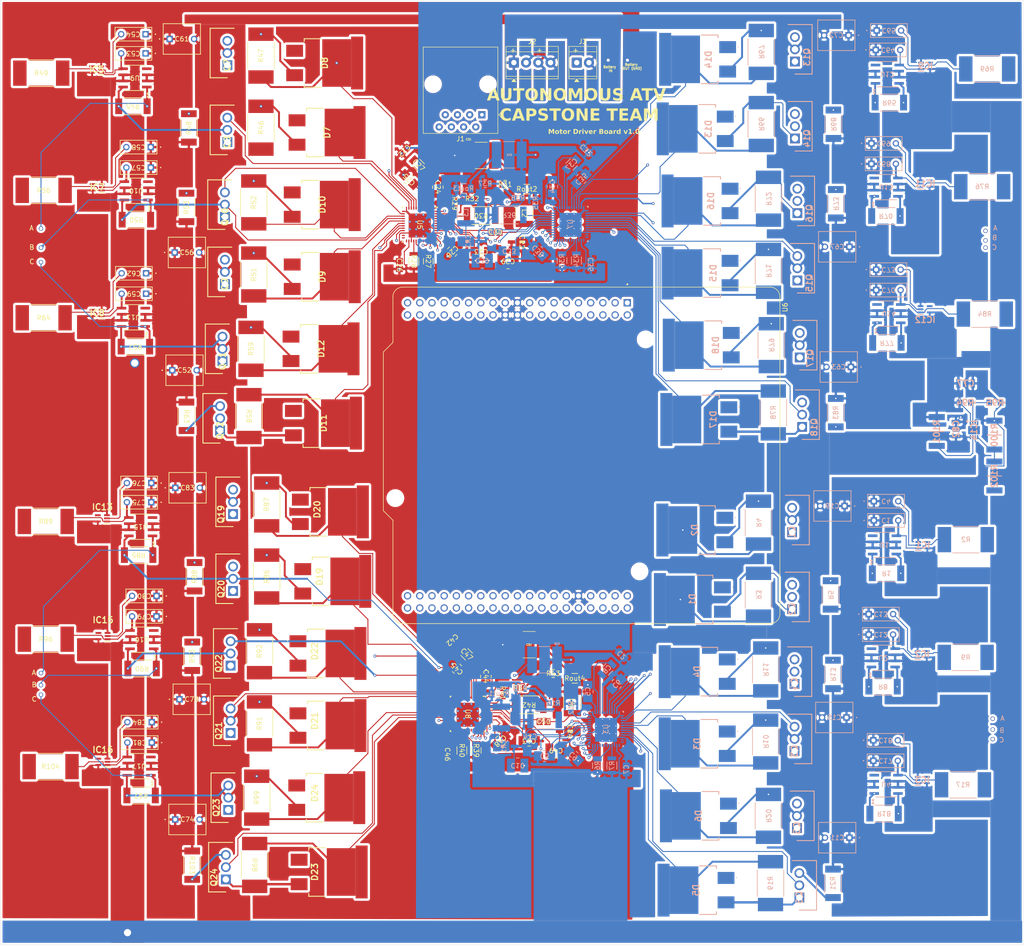
<source format=kicad_pcb>
(kicad_pcb (version 20241229) (generator "pcbnew") (generator_version "9.0")
  (layers (0 "F.Cu" signal) (4 "In1.Cu" signal) (6 "In2.Cu" signal) (2 "B.Cu" signal) (13 "F.Paste" user) (15 "B.Paste" user) (5 "F.SilkS" user "F.Silkscreen") (7 "B.SilkS" user "B.Silkscreen") (1 "F.Mask" user) (3 "B.Mask" user) (25 "Edge.Cuts" user))
  (net 0 "")
  (net 1 "GND")
  (net 2 "Net-(IC3-B)")
  (net 3 "Net-(IC2-B)")
  (net 4 "Net-(IC1-B)")
  (net 5 "Net-(D1-A)")
  (net 9 "Net-(D2-A)")
  (net 12 "Net-(D3-A)")
  (net 16 "Net-(D4-A)")
  (net 19 "Net-(D5-A)")
  (net 20 "Net-(D6-A)")
  (net 23 "Net-(U3-VIN)")
  (net 26 "Net-(U3-VGLS)")
  (net 27 "Net-(U3-VCP)")
  (net 28 "Net-(U3-CPH)")
  (net 29 "Net-(U3-CPL)")
  (net 30 "Net-(U3-VCC)")
  (net 31 "Net-(U3-SW)")
  (net 32 "Net-(U3-BST)")
  (net 33 "Net-(C16-Pad2)")
  (net 34 "Net-(U3-RT_SD)")
  (net 35 "Net-(U3-RCL)")
  (net 36 "Net-(U3-FB)")
  (net 41 "Net-(U3-DVDD)")
  (net 43 "VCC")
  (net 44 "/3-Phase H-Bridge/SW1")
  (net 45 "/3-Phase H-Bridge/Supply")
  (net 46 "/3-Phase H-Bridge/SW2")
  (net 47 "/3-Phase H-Bridge/SW3")
  (net 48 "/3-Phase H-Bridge/CURRENT_FILTER")
  (net 49 "/3-Phase H-Bridge/PH_A")
  (net 50 "/3-Phase H-Bridge/CURRENT_A")
  (net 51 "/3-Phase H-Bridge/PH_B")
  (net 52 "/3-Phase H-Bridge/CURRENT_B")
  (net 53 "/3-Phase H-Bridge/CURRENT_C")
  (net 54 "/3-Phase H-Bridge/PH_C")
  (net 67 "/3-Phase H-Bridge/GL_A1")
  (net 68 "/3-Phase H-Bridge/GH_A1")
  (net 69 "/3-Phase H-Bridge/GH_B1")
  (net 70 "/3-Phase H-Bridge/GL_B1")
  (net 71 "/3-Phase H-Bridge/GL_C1")
  (net 72 "/3-Phase H-Bridge/GH_C1")
  (net 73 "Net-(U6A-PC3)")
  (net 74 "Net-(U6A-PC2)")
  (net 75 "/3-Phase H-Bridge/SH_A1")
  (net 76 "/3-Phase H-Bridge/SPA1")
  (net 77 "/3-Phase H-Bridge/SH_B1")
  (net 78 "/3-Phase H-Bridge/SPB1")
  (net 79 "/3-Phase H-Bridge/SH_C1")
  (net 80 "/3-Phase H-Bridge/SPC1")
  (net 81 "/Gate Driver/SDO1")
  (net 82 "/Gate Driver/FAULT1")
  (net 83 "/Gate Driver/INLC1")
  (net 84 "/Gate Driver/INHC1")
  (net 85 "/Gate Driver/SOC1")
  (net 86 "/Gate Driver/SOA1")
  (net 87 "/Gate Driver/INHA1")
  (net 88 "/Gate Driver/INLB1")
  (net 89 "/Gate Driver/INHB1")
  (net 90 "/Gate Driver/INLA1")
  (net 91 "/Gate Driver/SOB1")
  (net 101 "Net-(U5-VIN)")
  (net 102 "Net-(U5-VGLS)")
  (net 103 "Net-(U5-VCP)")
  (net 104 "Net-(U5-CPH)")
  (net 105 "Net-(U5-CPL)")
  (net 106 "Net-(U5-DVDD)")
  (net 107 "Net-(U5-VCC)")
  (net 108 "Net-(U5-BST)")
  (net 109 "Net-(U5-SW)")
  (net 110 "Net-(C31-Pad2)")
  (net 111 "Net-(U7-VIN)")
  (net 112 "Net-(U7-VGLS)")
  (net 113 "Net-(U7-VCP)")
  (net 114 "Net-(U7-CPH)")
  (net 115 "Net-(U7-CPL)")
  (net 116 "Net-(U7-DVDD)")
  (net 117 "Net-(U7-VCC)")
  (net 118 "Net-(U7-SW)")
  (net 119 "Net-(U7-BST)")
  (net 120 "Net-(C41-Pad2)")
  (net 121 "Net-(U8-VIN)")
  (net 122 "Net-(U8-VGLS)")
  (net 123 "Net-(U8-VCP)")
  (net 124 "Net-(U8-CPH)")
  (net 125 "Net-(U8-CPL)")
  (net 126 "Net-(U8-DVDD)")
  (net 127 "Net-(U8-VCC)")
  (net 128 "Net-(U8-SW)")
  (net 129 "Net-(U8-BST)")
  (net 130 "Net-(C51-Pad2)")
  (net 131 "Net-(IC5-B)")
  (net 132 "Net-(IC7-B)")
  (net 133 "Net-(IC8-B)")
  (net 134 "Net-(IC9-B)")
  (net 135 "Net-(IC11-B)")
  (net 136 "Net-(IC12-B)")
  (net 137 "Net-(IC13-B)")
  (net 140 "Net-(D7-A)")
  (net 143 "Net-(D8-A)")
  (net 146 "Net-(D9-A)")
  (net 147 "Net-(D10-A)")
  (net 151 "Net-(D11-A)")
  (net 155 "Net-(D12-A)")
  (net 156 "Net-(D13-A)")
  (net 159 "Net-(D14-A)")
  (net 164 "Net-(D15-A)")
  (net 166 "Net-(D16-A)")
  (net 170 "Net-(D17-A)")
  (net 172 "Net-(D18-A)")
  (net 175 "Net-(D19-A)")
  (net 178 "Net-(D20-A)")
  (net 180 "Net-(D21-A)")
  (net 184 "Net-(D22-A)")
  (net 188 "Net-(D23-A)")
  (net 191 "Net-(D24-A)")
  (net 192 "Net-(U5-RT_SD)")
  (net 193 "Net-(U5-RCL)")
  (net 194 "Net-(U5-FB)")
  (net 195 "Net-(U7-RT_SD)")
  (net 196 "Net-(U7-RCL)")
  (net 197 "Net-(U7-FB)")
  (net 198 "Net-(U8-RT_SD)")
  (net 199 "Net-(U8-RCL)")
  (net 200 "Net-(U8-FB)")
  (net 222 "/3-Phase H-Bridge1/SW1")
  (net 223 "/3-Phase H-Bridge1/SW2")
  (net 224 "/3-Phase H-Bridge1/SW3")
  (net 225 "/3-Phase H-Bridge2/SW1")
  (net 226 "/3-Phase H-Bridge2/SW2")
  (net 227 "/3-Phase H-Bridge2/SW3")
  (net 228 "/3-Phase H-Bridge3/SW1")
  (net 229 "/3-Phase H-Bridge3/SW2")
  (net 230 "Net-(IC15-B)")
  (net 231 "/3-Phase H-Bridge3/SW3")
  (net 232 "Net-(IC16-B)")
  (net 233 "/3-Phase H-Bridge1/GL_A1")
  (net 234 "/3-Phase H-Bridge1/GH_A1")
  (net 235 "/3-Phase H-Bridge1/GH_B1")
  (net 236 "/3-Phase H-Bridge1/GL_B1")
  (net 237 "/3-Phase H-Bridge1/GL_C1")
  (net 238 "/3-Phase H-Bridge1/GH_C1")
  (net 239 "/3-Phase H-Bridge2/GL_A1")
  (net 240 "/3-Phase H-Bridge2/GH_A1")
  (net 241 "/3-Phase H-Bridge2/GH_B1")
  (net 242 "/3-Phase H-Bridge2/GL_B1")
  (net 243 "/3-Phase H-Bridge2/GL_C1")
  (net 244 "/3-Phase H-Bridge2/GH_C1")
  (net 245 "/3-Phase H-Bridge3/GL_A1")
  (net 246 "/3-Phase H-Bridge3/GH_A1")
  (net 247 "/3-Phase H-Bridge3/GH_B1")
  (net 248 "/3-Phase H-Bridge3/GL_B1")
  (net 249 "/3-Phase H-Bridge3/GL_C1")
  (net 250 "/3-Phase H-Bridge3/GH_C1")
  (net 251 "/3-Phase H-Bridge1/CURRENT_FILTER")
  (net 252 "/3-Phase H-Bridge2/CURRENT_FILTER")
  (net 253 "/3-Phase H-Bridge3/CURRENT_FILTER")
  (net 254 "/3-Phase H-Bridge1/SH_A1")
  (net 255 "/3-Phase H-Bridge1/SPA1")
  (net 256 "/3-Phase H-Bridge1/SH_B1")
  (net 257 "/3-Phase H-Bridge1/SPB1")
  (net 258 "/3-Phase H-Bridge1/SH_C1")
  (net 259 "/3-Phase H-Bridge1/SPC1")
  (net 260 "/3-Phase H-Bridge2/SH_A1")
  (net 261 "/3-Phase H-Bridge2/SPA1")
  (net 262 "/3-Phase H-Bridge2/SH_B1")
  (net 263 "/3-Phase H-Bridge2/SPB1")
  (net 264 "/3-Phase H-Bridge2/SH_C1")
  (net 265 "/3-Phase H-Bridge2/SPC1")
  (net 266 "/3-Phase H-Bridge3/SH_A1")
  (net 267 "/3-Phase H-Bridge3/SPA1")
  (net 268 "/3-Phase H-Bridge3/SH_B1")
  (net 269 "/3-Phase H-Bridge3/SPB1")
  (net 270 "/3-Phase H-Bridge3/SH_C1")
  (net 271 "/3-Phase H-Bridge3/SPC1")
  (net 272 "/Gate Driver1/SDO1")
  (net 273 "/Gate Driver1/FAULT1")
  (net 274 "/Gate Driver2/SDO1")
  (net 275 "/Gate Driver2/FAULT1")
  (net 276 "/Gate Driver3/SDO1")
  (net 277 "/Gate Driver3/FAULT1")
  (net 278 "/3-Phase H-Bridge1/PH_A")
  (net 279 "/3-Phase H-Bridge1/CURRENT_A")
  (net 280 "/3-Phase H-Bridge1/PH_B")
  (net 281 "/3-Phase H-Bridge1/CURRENT_B")
  (net 282 "/3-Phase H-Bridge1/PH_C")
  (net 283 "/3-Phase H-Bridge1/CURRENT_C")
  (net 284 "/3-Phase H-Bridge2/PH_A")
  (net 285 "/3-Phase H-Bridge2/CURRENT_A")
  (net 286 "/3-Phase H-Bridge2/PH_B")
  (net 287 "/3-Phase H-Bridge2/CURRENT_B")
  (net 288 "/3-Phase H-Bridge2/PH_C")
  (net 289 "/3-Phase H-Bridge2/CURRENT_C")
  (net 290 "/3-Phase H-Bridge3/PH_A")
  (net 291 "/3-Phase H-Bridge3/CURRENT_A")
  (net 292 "/3-Phase H-Bridge3/PH_B")
  (net 293 "/3-Phase H-Bridge3/CURRENT_B")
  (net 294 "/3-Phase H-Bridge3/PH_C")
  (net 295 "/3-Phase H-Bridge3/CURRENT_C")
  (net 296 "/Gate Driver1/INLC1")
  (net 297 "/Gate Driver1/INHB1")
  (net 298 "/Gate Driver1/INLB1")
  (net 299 "/Gate Driver1/SOC1")
  (net 300 "/Gate Driver1/INLA1")
  (net 301 "/Gate Driver1/INHC1")
  (net 302 "/Gate Driver1/INHA1")
  (net 303 "/Gate Driver1/SOB1")
  (net 304 "/Gate Driver1/SOA1")
  (net 305 "/Gate Driver3/INHC1")
  (net 306 "/Gate Driver2/INLA1")
  (net 307 "/Gate Driver2/INHB1")
  (net 308 "/Gate Driver3/INHB1")
  (net 309 "/Gate Driver3/INLA1")
  (net 310 "/Gate Driver3/INLB1")
  (net 311 "/Gate Driver2/INLC1")
  (net 312 "/Gate Driver2/INHC1")
  (net 313 "/Gate Driver3/INLC1")
  (net 314 "/Gate Driver2/INLB1")
  (net 315 "/Gate Driver3/INHA1")
  (net 316 "/Gate Driver2/INHA1")
  (net 317 "/Gate Driver2/SOB1")
  (net 318 "/Gate Driver2/SOC1")
  (net 319 "/Gate Driver2/SOA1")
  (net 320 "/Gate Driver3/SOC1")
  (net 321 "/Gate Driver3/SOB1")
  (net 322 "/Gate Driver3/SOA1")
  (net 323 "Net-(IC14-EN{slash}UVLO)")
  (net 324 "Net-(IC14-PG)")
  (net 326 "Net-(IC14-SENSE{slash}ADJ)")
  (net 329 "Net-(U6A-PA1)")
  (net 330 "Net-(U6A-PC0)")
  (net 331 "Net-(U6A-PB0)")
  (net 332 "Net-(U6A-PC1)")
  (net 351 "Net-(U6A-PH1)")
  (net 352 "Net-(U6A-PA4)")
  (footprint "ATV_Footprint:YQ30NL10SEFHTL" (layer "F.Cu") (at 178.76635 160.0423 -90)
    (property "Reference" "D10")
    (property "Value" "YQ20NL10SDTL" (hide yes))
  )
  (footprint "ATV_Footprint:STA_RMCF1206_STP" (layer "F.Cu") (at 200.570203 171.817902 -90)
    (property "Reference" "R27")
    (property "Value" "RMCF1206JT1K00")
  )
  (footprint "ATV_Footprint:TO254P500X1010X2050-3P" (layer "F.Cu") (at 158.76635 147.0423 90)
    (property "Reference" "Q8")
    (property "Value" "R6020ENXC7G" (hide yes))
  )
  (footprint "TerminalBlock_TE-Connectivity:TerminalBlock_TE_282834-2_1x02_P2.54mm_Horizontal" (layer "F.Cu") (at 231.46 130.5)
    (property "Reference" "J3")
    (property "Value" "Screw_Terminal_01x02" (hide yes))
  )
  (footprint "ATV_Footprint:SOT65P210X110-5N" (layer "F.Cu") (at 131.71195 156.4255 180)
    (property "Reference" "IC7")
    (property "Value" "SN74LVC1G66DCKR" (hide yes))
  )
  (footprint "ATV_Footprint:YQ30NL10SEFHTL" (layer "F.Cu") (at 180.2077 298.8777 -90)
    (property "Reference" "D23")
    (property "Value" "YQ20NL10SDTL" (hide yes))
  )
  (footprint "ATV_Footprint:RES_3550_TEC" (layer "F.Cu") (at 164.26635 159.5823 90)
    (property "Reference" "R52")
    (property "Value" "35501K0JT")
  )
  (footprint "ATV_Footprint:TO254P500X1010X2050-3P" (layer "F.Cu") (at 157.26635 207.04 90)
    (property "Reference" "Q12")
    (property "Value" "R6020ENXC7G" (hide yes))
  )
  (footprint "ATV_Footprint:RES_3550_TEC" (layer "F.Cu") (at 121 225.9577)
    (property "Reference" "R89")
    (property "Value" "35501K0JT" (hide yes))
  )
  (footprint "TerminalBlock_TE-Connectivity:TerminalBlock_TE_282834-4_1x04_P2.54mm_Horizontal" (layer "F.Cu") (at 218.38 130.5)
    (property "Reference" "J2")
    (property "Value" "Screw_Terminal_01x04" (hide yes))
  )
  (footprint "ATV_Footprint:YQ30NL10SEFHTL" (layer "F.Cu") (at 179.7077 283.4177 -90)
    (property "Reference" "D24")
    (property "Value" "YQ20NL10SDTL" (hide yes))
  )
  (footprint "ATV_Footprint:CAPC6153X670N" (layer "F.Cu") (at 221.55995 251.594451)
    (property "Reference" "C51")
    (property "Value" "KRM55WR72A226MH01L" (hide yes))
  )
  (footprint "ATV_Footprint:CAPC220145_110N_KEM" (layer "F.Cu") (at 194.570203 172.620701 -90)
    (property "Reference" "C26")
    (property "Value" "C0805C104K1RECAUTO")
  )
  (footprint "ATV_Footprint:RGZ0048L" (layer "F.Cu") (at 198.793903 164.201502 -90)
    (property "Reference" "U5")
    (property "Value" "DRV8353RHRGZR")
  )
  (footprint "ATV_Footprint:CAPC220145_110N_KEM" (layer "F.Cu") (at 195.570202 148.817903 -135)
    (property "Reference" "C22")
    (property "Value" "C0805C104K1RECAUTO")
  )
  (footprint "ATV_Footprint:CAP_R82E-7P5X6P1-5P0_KEM" (layer "F.Cu") (at 147.8156 170)
    (property "Reference" "C56")
    (property "Value" "R82EC4100DQ70J")
  )
  (footprint "ATV_Footprint:YQ30NL10SEFHTL" (layer "F.Cu") (at 178.76635 175.0423 -90)
    (property "Reference" "D9")
    (property "Value" "YQ20NL10SDTL" (hide yes))
  )
  (footprint "ATV_Footprint:RES_VMS-R500-1.0-U_IAT" (layer "F.Cu") (at 151.9577 237.461 90)
    (property "Reference" "R88")
    (property "Value" "VMS-R500-1.0-U" (hide yes))
  )
  (footprint "ATV_Footprint:POWERMITE1_DO-216AA_MIS_MCH" (layer "F.Cu") (at 230.03925 269.594451 -90)
    (property "Reference" "CR4")
    (property "Value" "UPS115UE3/TR7" (hide yes))
  )
  (footprint "ATV_Footprint:R_8_ADI" (layer "F.Cu") (at 140.4093 276.862701 180)
    (property "Reference" "U17")
    (property "Value" "AD8418WBRZ" (hide yes))
  )
  (footprint "ATV_Footprint:R_8_ADI" (layer "F.Cu") (at 139.80255 157.1705 180)
    (property "Reference" "U10")
    (property "Value" "AD8418WBRZ")
  )
  (footprint "ATV_Footprint:TO254P500X1010X2050-3P" (layer "F.Cu") (at 159.9577 224.4177 90)
    (property "Reference" "Q19")
    (property "Value" "R6020ENXC7G" (hide yes))
  )
  (footprint "ATV_Footprint:RC0805N_PAN" (layer "F.Cu") (at 216.059951 261.594451 -90)
    (property "Reference" "R41")
    (property "Value" "ERJ-6ENF3243V" (hide yes))
  )
  (footprint "ATV_Footprint:TO254P500X1010X2050-3P" (layer "F.Cu") (at 158.26635 176.5823 90)
    (property "Reference" "Q9")
    (property "Value" "R6020ENXC7G" (hide yes))
  )
  (footprint "ATV_Footprint:RES_VMS-R500-1.0-U_IAT" (layer "F.Cu") (at 150.26635 160.6256 90)
    (property "Reference" "R53")
    (property "Value" "VMS-R500-1.0-U")
  )
  (footprint "ATV_Footprint:RES_3550_TEC" (layer "F.Cu") (at 164.26635 174.5823 90)
    (property "Reference" "R51")
    (property "Value" "35501K0JT")
  )
  (footprint "ATV_Footprint:CAP_R82E-7P5X6P1-5P0_KEM" (layer "F.Cu") (at 146.76635 125.5823)
    (property "Reference" "C61")
    (property "Value" "R82EC4100DQ70J")
  )
  (footprint "ATV_Footprint:RES_CRCW_0805" (layer "F.Cu") (at 226.55995 257.59445)
    (property "Reference" "R43")
    (property "Value" "CRCW08053K01FKEA" (hide yes))
  )
  (footprint "ATV_Footprint:CAP_R82E-7P4X2P6-5P0_KEM" (layer "F.Cu") (at 142.84635 152.3267 180)
    (property "Reference" "C57")
    (property "Value" "R82EC1100AA50J")
  )
  (footprint "ATV_Footprint:YQ30NL10SEFHTL" (layer "F.Cu") (at 179.01635 205.5023 -90)
    (property "Reference" "D11")
    (property "Value" "YQ20NL10SDTL" (hide yes))
  )
  (footprint "ATV_Footprint:RES_RMCF2512_STP" (layer "F.Cu") (at 211.570202 162.317902 180)
    (property "Reference" "R30")
    (property "Value" "RMCF2512FT332K")
  )
  (footprint "ATV_Footprint:CAP_R82E-7P4X2P6-5P0_KEM" (layer "F.Cu") (at 143.0575 271.957701 180)
    (property "Reference" "C81")
    (property "Value" "R82EC1100AA50J" (hide yes))
  )
  (footprint "ATV_Footprint:RES_3550_TEC" (layer "F.Cu") (at 166.9577 222.4177 90)
    (property "Reference" "R87")
    (property "Value" "35501K0JT" (hide yes))
  )
  (footprint "ATV_Footprint:CAP_R82E-7P4X2P6-5P0_KEM" (layer "F.Cu") (at 142.84635 148.0755 180)
    (property "Reference" "C58")
    (property "Value" "R82EC2150AA50K")
  )
  (footprint "ATV_Footprint:MODULE_NUCLEO-L476RG" (layer "F.Cu") (at 232.47 212.21 -90)
    (property "Reference" "U6")
    (property "Value" "NUCLEO-L476RG")
  )
  (footprint "ATV_Footprint:STA_RMCF1206_STP" (layer "F.Cu") (at 210.559951 273.594451 -90)
    (property "Reference" "R39")
    (property "Value" "RMCF1206JT1K00" (hide yes))
  )
  (footprint "ATV_Footprint:CAP_R82E-7P4X2P6-5P0_KEM" (layer "F.Cu") (at 144.0377 245.7021 180)
    (property "Reference" "C79")
    (property "Value" "R82EC1100AA50J" (hide yes))
  )
  (footprint "ATV_Footprint:CAPC220145_110N_KEM" (layer "F.Cu") (at 204.559951 274.39725 -90)
    (property "Reference" "C46")
    (property "Value" "C0805C104K1RECAUTO" (hide yes))
  )
  (footprint "ATV_Footprint:CAP_R82E-7P4X2P6-5P0_KEM" (layer "F.Cu") (at 142.9577 221.9577 180)
    (property "Reference" "C75")
    (property "Value" "R82EC1100AA50J" (hide yes))
  )
  (footprint "ATV_Footprint:RES_VMS-R500-1.0-U_IAT" (layer "F.Cu") (at 151.4577 254.001 90)
    (property "Reference" "R93")
    (property "Value" "VMS-R500-1.0-U" (hide yes))
  )
  (footprint "ATV_Footprint:TO254P500X1010X2050-3P" (layer "F.Cu") (at 158.76635 131.0423 90)
    (property "Reference" "Q7")
    (property "Value" "R6020ENXC7G" (hide yes))
  )
  (footprint "ATV_Footprint:RES_VMS-R500-1.0-U_IAT" (layer "F.Cu") (at 139.12525 139.5823 180)
    (property "Reference" "R45")
    (property "Value" "VMS-R500-1.0-U")
  )
  (footprint "ATV_Footprint:YQ30NL10SEFHTL" (layer "F.Cu") (at 180.457699 223.9577 -90)
    (property "Reference" "D20")
    (property "Value" "YQ20NL10SDTL" (hide yes))
  )
  (footprint "ATV_Footprint:CAP_R82E-7P4X2P6-5P0_KEM" (layer "F.Cu") (at 141.86615 174.331101 180)
    (property "Reference" "C62")
    (property "Value" "R82EC2150AA50K")
  )
  (footprint "ATV_Footprint:YQ30NL10SEFHTL" (layer "F.Cu") (at 179.9577 253.4177 -90)
    (property "Reference" "D22")
    (property "Value" "YQ20NL10SDTL" (hide yes))
  )
  (footprint "ATV_Footprint:CAP_R82E-7P5X6P1-5P0_KEM" (layer "F.Cu") (at 147.3156 194.5)
    (property "Reference" "C52")
    (property "Value" "R82EC4100DQ70J")
  )
  (footprint "ATV_Footprint:TO254P500X1010X2050-3P" (layer "F.Cu") (at 158.4577 300.4154 90)
    (property "Reference" "Q24")
    (property "Value" "R6020ENXC7G" (hide yes))
  )
  (footprint "ATV_Footprint:R_8_ADI" (layer "F.Cu") (at 139.21795 183.487301 180)
    (property "Reference" "U11")
    (property "Value" "AD8418WBRZ")
  )
  (footprint "ATV_Footprint:IND_EPCOS_B82432T_EPC" (layer "F.Cu") (at 220.570202 161.817901 -90)
    (property "Reference" "L2")
    (property "Value" "B82432T1274K000")
  )
  (footprint "ATV_Footprint:RES_3550_TEC" (layer "F.Cu") (at 165.76635 144.0423 90)
    (property "Reference" "R46")
    (property "Value" "35501K0JT")
  )
  (footprint "ATV_Footprint:CAPC370195_180N_KEM" (layer "F.Cu") (at 202.570202 156.415104 -90)
    (property "Reference" "C24")
    (property "Value" "C1206X105K1RACAUTO")
  )
  (footprint "ATV_Footprint:STA_RNCF1206_STP" (layer "F.Cu") (at 197.570203 171.817902 -90)
    (property "Reference" "R28")
    (property "Value" "RNCF1206TKY10K0")
  )
  (footprint "ATV_Footprint:STA_RNCF1206_STP" (layer "F.Cu") (at 207.559951 273.594451 -90)
    (property "Reference" "R40")
    (property "Value" "RNCF1206TKY10K0" (hide yes))
  )
  (footprint "ATV_Footprint:RES_3550_TEC" (layer "F.Cu") (at 163.26635 204.040001 -90)
    (property "Reference" "R58")
    (property "Value" "35501K0JT")
  )
  (footprint "ATV_Footprint:RES_3550_TEC" (layer "F.Cu") (at 120.05865 132.6923)
    (property "Reference" "R49")
    (property "Value" "35501K0JT")
  )
  (footprint "ATV_Footprint:RES_RMCF1206_STP" (layer "F.Cu") (at 231.05855 258.59445)
    (property "Reference" "Rout4")
    (property "Value" "RMCF1206FT3R00" (hide yes))
  )
  (footprint "ATV_Footprint:RES_VMS-R500-1.0-U_IAT" (layer "F.Cu") (at 151.4577 297.458701 -90)
    (property "Reference" "R103")
    (property "Value" "VMS-R500-1.0-U" (hide yes))
  )
  (footprint "ATV_Footprint:SOT65P210X110-5N" (layer "F.Cu") (at 131.58195 131.9323 180)
    (property "Reference" "IC5")
    (property "Value" "SN74LVC1G66DCKR" (hide yes))
  )
  (footprint "ATV_Footprint:CAP_R82E-7P5X6P1-5P0_KEM" (layer "F.Cu") (at 148.8156 262.9577)
    (property "Reference" "C78")
    (property "Value" "R82EC4100DQ70J" (hide yes))
  )
  (footprint "ATV_Footprint:RES_VMS-R500-1.0-U_IAT" (layer "F.Cu") (at 140.3166 232.9577 180)
    (property "Reference" "R85")
    (property "Value" "VMS-R500-1.0-U" (hide yes))
  )
  (footprint "ATV_Footprint:SOT65P210X110-5N" (layer "F.Cu") (at 132.7733 225.3077 180)
    (property "Reference" "IC13")
    (property "Value" "SN74LVC1G66DCKR" (hide yes))
  )
  (footprint "ATV_Footprint:TO254P500X1010X2050-3P" (layer "F.Cu") (at 159.4577 269.9577 90)
    (property "Reference" "Q21")
    (property "Value" "R6020ENXC7G" (hide yes))
  )
  (footprint "ATV_Footprint:TO254P500X1010X2050-3P" (layer "F.Cu") (at 159.9577 240.4177 90)
    (property "Reference" "Q20")
    (property "Value" "R6020ENXC7G" (hide yes))
  )
  (footprint "ATV_Footprint:RES_3550_TEC" (layer "F.Cu") (at 165.76635 129.0423 90)
    (property "Reference" "R47")
    (property "Value" "35501K0JT")
  )
  (footprint "ATV_Footprint:SOT65P210X110-5N" (layer "F.Cu") (at 131.68175 182.582301 180)
    (property "Reference" "IC8")
    (property "Value" "SN74LVC1G66DCKR" (hide yes))
  )
  (footprint "ATV_Footprint:CAP_R82E-7P5X6P1-5P0_KEM" (layer "F.Cu") (at 147.92 287.957701)
    (property "Reference" "C74")
    (property "Value" "R82EC4100DQ70J" (hide yes))
  )
  (footprint "ATV_Footprint:CAPC370195_180N_KEM" (layer "F.Cu") (at 215.559951 271.594451 -135)
    (property "Reference" "C48")
    (property "Value" "C1206X105K1RACAUTO" (hide yes))
  )
  (footprint "ATV_Footprint:RES_CRCW_0805" (layer "F.Cu") (at 216.570202 155.817901)
    (property "Reference" "R31")
    (property "Value" "CRCW08053K01FKEA")
  )
  (footprint "ATV_Footprint:CAPC370195_180N_KEM" (layer "F.Cu") (at 221.55995 271.594451 180)
    (property "Reference" "C43")
    (property "Value" "C1206X105K1RACAUTO" (hide yes))
  )
  (footprint "ATV_Footprint:CAPC6153X670N" (layer "F.Cu") (at 211.570202 149.817902)
    (property "Reference" "C31")
    (property "Value" "KRM55WR72A226MH01L")
  )
  (footprint "ATV_Footprint:CAPC370195_180N_KEM" (layer "F.Cu") (at 212.55995 258.191653 -90)
    (property "Reference" "C44")
    (property "Value" "C1206X105K1RACAUTO" (hide yes))
  )
  (footprint "ATV_Footprint:RES_3550_TEC" (layer "F.Cu") (at 165.4577 252.9577 90)
    (property "Reference" "R92")
    (property "Value" "35501K0JT" (hide yes))
  )
  (footprint "ATV_Footprint:CAPC220145_88N_KEM" (layer "F.Cu") (at 224.55995 267.594451)
    (property "Reference" "C50")
    (property "Value" "C0805C103K1RACAUTO" (hide yes))
  )
  (footprint "ATV_Footprint:RES_VMS-R500-1.0-U_IAT" (layer "F.Cu") (at 150.76635 144.0856 90)
    (property "Reference" "R48")
    (property "Value" "VMS-R500-1.0-U")
  )
  (footprint "ATV_Footprint:CAPC220145_88N_KEM" (layer "F.Cu") (at 214.570202 165.817902)
    (property "Reference" "C30")
    (property "Value" "C0805C103K1RACAUTO" (hide yes))
  )
  (footprint "ATV_Footprint:RES_RMCF2512_STP" (layer "F.Cu") (at 221.55995 264.094451 180)
    (property "Reference" "R42")
    (property "Value" "RMCF2512FT332K" (hide yes))
  )
  (footprint "ATV_Footprint:RES_VMS-R500-1.0-U_IAT" (layer "F.Cu") (at 150.26635 204.083301 -90)
    (property "Reference" "R63")
    (property "Value" "VMS-R500-1.0-U")
  )
  (footprint "ATV_Footprint:RES_3550_TEC" (layer "F.Cu") (at 121 250.4509)
    (property "Reference" "R96")
    (property "Value" "35501K0JT" (hide yes))
  )
  (footprint "ATV_Footprint:CAPC370290_115N_KEM" (layer "F.Cu") (at 217.167404 171.817902 180)
    (property "Reference" "C29")
    (property "Value" "C1210X474K1RACAUTO")
  )
  (footprint "ATV_Footprint:YQ30NL10SEFHTL" (layer "F.Cu") (at 179.266349 130.5823 -90)
    (property "Reference" "D8")
    (property "Value" "YQ20NL10SDTL" (hide yes))
  )
  (footprint "ATV_Footprint:RES_3550_TEC" (layer "F.Cu") (at 164.4577 297.415401 -90)
    (property "Reference" "R98")
    (property "Value" "35501K0JT" (hide yes))
  )
  (footprint "ATV_Footprint:SOT65P210X110-5N" (layer "F.Cu") (at 132.9033 249.8009 180)
    (property "Reference" "IC15")
    (property "Value" "SN74LVC1G66DCKR" (hide yes))
  )
  (footprint "ATV_Footprint:RC0805N_PAN" (layer "F.Cu") (at 209.717404 158.817902)
    (property "Reference" "R32")
    (property "Value" "ERA-6AEB102V")
  )
  (footprint "ATV_Footprint:CAP_R82E-7P4X2P6-5P0_KEM" (layer "F.Cu") (at 144.0377 241.4509 180)
    (property "Reference" "C80")
    (property "Value" "R82EC2150AA50K" (hide yes))
  )
  (footprint "ATV_Footprint:RES_3550_TEC" (layer "F.Cu") (at 122 276.9577)
    (property "Reference" "R104")
    (property "Value" "35501K0JT" (hide yes))
  )
  (footprint "ATV_Footprint:TO254P500X1010X2050-3P" (layer "F.Cu") (at 159.4577 255.9577 90)
    (property "Reference" "Q22")
    (property "Value" "R6020ENXC7G" (hide yes))
  )
  (footprint "ATV_Footprint:YQ30NL10SEFHTL" (layer "F.Cu") (at 180.957699 238.4177 -90)
    (property "Reference" "D19")
    (property "Value" "YQ20NL10SDTL" (hide yes))
  )
  (footprint "ATV_Footprint:RGZ0048L" (layer "F.Cu") (at 208.783651 265.978051 -90)
    (property "Reference" "U8")
    (property "Value" "DRV8353RHRGZR" (hide yes))
  )
  (footprint "ATV_Footprint:CAPC370195_180N_KEM" (layer "F.Cu") (at 211.570202 169.817902 180)
    (property "Reference" "C23")
    (property "Value" "C1206X105K1RACAUTO")
  )
  (footprint "ATV_Footprint:RES_3550_TEC" (layer "F.Cu") (at 120.55865 157.0755)
    (property "Reference" "R56")
    (property "Value" "35501K0JT")
  )
  (footprint "ATV_Footprint:RES_3550_TEC" (layer "F.Cu") (at 164.8827 283.417701 90)
    (property "Reference" "R99")
    (property "Value" "35501K0JT" (hide yes))
  )
  (footprint "ATV_Footprint:YQ30NL10SEFHTL" (layer "F.Cu") (at 179.766349 145.0423 -90)
    (property "Reference" "D7")
    (property "Value" "YQ20NL10SDTL" (hide yes))
  )
  (footprint "ATV_Footprint:CAPC370195_180N_KEM" (layer "F.Cu") (at 205.570203 169.817902 -135)
    (property "Reference" "C28")
    (property "Value" "C1206X105K1RACAUTO" (hide yes))
  )
  (footprint "ATV_Footprint:CAP_R82E-7P4X2P6-5P0_KEM" (layer "F.Cu") (at 141.86615 178.582301 180)
    (property "Reference" "C59")
    (property "Value" "R82EC1100AA50J")
  )
  (footprint "ATV_Footprint:IND_EPCOS_B82432T_EPC" (layer "F.Cu") (at 230.55995 263.59445 -90)
    (property "Reference" "L4")
    (property "Value" "B82432T1274K000" (hide yes))
  )
  (footprint "ATV_Footprint:CAPC220145_110N_KEM" (layer "F.Cu") (at 205.55995 250.594452 -135)
    (property "Reference" "C42")
    (property "Value" "C0805C104K1RECAUTO" (hide yes))
  )
  (footprint "ATV_Footprint:CAP_R82E-7P4X2P6-5P0_KEM" (layer "F.Cu") (at 143.0575 267.706501 180)
    (property "Reference" "C84")
    (property "Value" "R82EC2150AA50K" (hide yes))
  )
  (footprint "ATV_Footprint:RES_VMS-R500-1.0-U_IAT" (layer "F.Cu") (at 140.8298 282.957701 180)
    (property "Reference" "R97")
    (property "Value" "VMS-R500-1.0-U" (hide yes))
  )
  (footprint "ATV_Footprint:RC0805N_PAN" (layer "F.Cu") (at 219.707152 260.594451)
    (property "Reference" "R44")
    (property "Value" "ERA-6AEB102V" (hide yes))
  )
  (footprint "ATV_Footprint:SOT65P210X110-5N" (layer "F.Cu") (at 132.8731 275.957701 180)
    (property "Reference" "IC16")
    (property "Value" "SN74LVC1G66DCKR" (hide yes))
  )
  (footprint "ATV_Footprint:RES_VMS-R500-1.0-U_IAT" (layer "F.Cu") (at 141.0372 256.5459 180)
    (property "Reference" "R90")
    (property "Value" "VMS-R500-1.0-U" (hide yes))
  )
  (footprint "ATV_Footprint:CAP_R82E-7P4X2P6-5P0_KEM" (layer "F.Cu") (at 141.76635 128.5823 180)
    (property "Reference" "C53")
    (property "Value" "R82EC1100AA50J")
  )
  (footprint "ATV_Footprint:RC0805N_PAN" (layer "F.Cu") (at 206.070203 159.817902 -90)
    (property "Reference" "R29")
    (property "Value" "ERJ-6ENF3243V")
  )
  (footprint "ATV_Footprint:RES_3550_TEC" (layer "F.Cu") (at 120.55865 183.582301)
    (property "Reference" "R64")
    (property "Value" "35501K0JT")
  )
  (footprint "ATV_Footprint:TO254P500X1010X2050-3P" (layer "F.Cu") (at 158.9577 285.957701 90)
    (property "Reference" "Q23")
    (property "Value" "R6020ENXC7G" (hide yes))
  )
  (footprint "ATV_Footprint:CAPC370195_180N_KEM" (layer "F.Cu") (at 206.568022 256.602523 135)
    (property "Reference" "C45")
    (property "Value" "C1206X105K1RACAUTO" (hide yes))
  )
  (footprint "ATV_Footprint:RES_RMCF1206_STP" (layer "F.Cu") (at 221.068802 156.817901)
    (property "Reference" "Rout2")
    (property "Value" "RMCF1206FT3R00")
  )
  (footprint "ATV_Footprint:POWERMITE1_DO-216AA_MIS_MCH" (layer "F.Cu") (at 220.049502 167.817902 -90)
    (property "Reference" "CR2")
    (property "Value" "UPS115UE3/TR7")
  )
  (footprint "ATV_Footprint:RES_VMS-R500-1.0-U_IAT" (layer "F.Cu") (at 139.84585 163.1705 180)
    (property "Reference" "R50")
    (property "Value" "VMS-R500-1.0-U")
  )
  (footprint "ATV_Footprint:YQ30NL10SEFHTL" (layer "F.Cu") (at 179.9577 268.4177 -90)
    (property "Reference" "D21")
    (property "Value" "YQ20NL10SDTL" (hide yes))
  )
  (footprint "ATV_Footprint:CAPC370195_180N_KEM" (layer "F.Cu") (at 196.578274 154.825974 135)
    (property "Reference" "C25")
    (property "Value" "C1206X105K1RACAUTO")
  )
  (footprint "ATV_Footprint:CAPC340180_180N_KEM" (layer "F.Cu") (at 198.570202 151.817902 -45)
    (property "Reference" "C27")
    (property "Value" "C1206C474K1RECAUTO")
  )
  (footprint "ATV_Footprint:CAP_R82E-7P4X2P6-5P0_KEM" (layer "F.Cu") (at 141.76635 124.5823 180)
    (property "Reference" "C54")
    (property "Value" "R82EC2150AA50K")
  )
  (footprint "ATV_Footprint:CAPC370290_115N_KEM" (layer "F.Cu") (at 227.157152 273.594451 180)
    (property "Reference" "C49")
    (property "Value" "C1210X474K1RACAUTO" (hide yes))
  )
  (footprint "ATV_Footprint:YQ30NL10SEFHTL" (layer "F.Cu") (at 178.51635 190.0423 -90)
    (property "Reference" "D12")
    (property "Value" "YQ20NL10SDTL" (hide yes))
  )
  (footprint "ATV_Footprint:RES_VMS-R500-1.0-U_IAT" (layer "F.Cu") (at 139.63845 189.582301 180)
    (property "Reference" "R57")
    (property "Value" "VMS-R500-1.0-U")
  )
  (footprint "ATV_Footprint:R_8_ADI" (layer "F.Cu") (at 140.7371 227.0527 180)
    (property "Reference" "U15")
    (property "Value" "AD8418WBRZ" (hide yes))
  )
  (footprint "ATV_Footprint:CAPC340180_180N_KEM" (layer "F.Cu") (at 208.55995 253.594451 -45)
    (property "Reference" "C47")
    (property "Value" "C1206C474K1RECAUTO" (hide yes))
  )
  (footprint "ATV_Footprint:TO254P500X1010X2050-3P" (layer "F.Cu") (at 158.26635 162.5823 90)
    (property "Reference" "Q10")
    (property "Value" "R6020ENXC7G" (hide yes))
  )
  (footprint "ATV_Footprint:CAP_R82E-7P5X6P1-5P0_KEM" (layer "F.Cu") (at 147.9577 218.9577)
    (property "Reference" "C83")
    (property "Value" "R82EC4100DQ70J" (hide yes))
  )
  (footprint "ATV_Footprint:R_8_ADI" (layer "F.Cu") (at 139.54575 133.6773 180)
    (property "Reference" "U9")
    (property "Value" "AD8418WBRZ")
  )
  (footprint "ATV_Footprint:TO254P500X1010X2050-3P" (layer "F.Cu") (at 157.76635 192.582301 90)
    (property "Reference" "Q11")
    (property "Value" "R6020ENXC7G" (hide yes))
  )
  (footprint "ATV_Footprint:R_8_ADI" (layer "F.Cu") (at 140.9939 250.5459 180)
    (property "Reference" "U16")
    (property "Value" "AD8418WBRZ" (hide yes))
  )
  (footprint "ATV_Footprint:CAP_R82E-7P4X2P6-5P0_KEM" (layer "F.Cu") (at 142.9577 217.9577 180)
    (property "Reference" "C76")
    (property "Value" "R82EC2150AA50K" (hide yes))
  )
  (footprint "ATV_Footprint:RES_3550_TEC" (layer "F.Cu") (at 166.9577 237.4177 90)
    (property "Reference" "R86")
    (property "Value" "35501K0JT" (hide yes))
  )
  (footprint "ATV_Footprint:RES_3550_TEC" (layer "F.Cu") (at 163.69135 190.042301 90)
    (property "Reference" "R59")
    (property "Value" "35501K0JT")
  )
  (footprint "ATV_Footprint:RES_3550_TEC" (layer "F.Cu") (at 165.4577 267.9577 90)
    (property "Reference" "R91")
    (property "Value" "35501K0JT" (hide yes))
  )
  (footprint "Connector_RJ:RJ45_Amphenol_54602-x08_Horizontal" (layer "F.Cu") (at 211.73 141.35 180)
    (property "Reference" "J1")
    (property "Value" "RJ45")
  )
  (footprint "ATV_Footprint:SOT65P210X110-5N" (layer "B.Cu") (at 303.93655 181.818701)
    (property "Reference" "IC12")
    (property "Value" "SN74LVC1G66DCKR" (hide yes))
  )
  (footprint "ATV_Footprint:RES_VMS-R500-1.0-U_IAT" (layer "B.Cu") (at 285.35195 159.862 90)
    (property "Reference" "R73")
    (property "Value" "VMS-R500-1.0-U" (hide yes))
  )
  (footprint "ATV_Footprint:RES_VMS-R500-1.0-U_IAT" (layer "B.Cu") (at 295.9092 236.7387)
    (property "Reference" "R1")
    (property "Value" "VMS-R500-1.0-U")
  )
  (footprint "ATV_Footprint:R_8_ADI" (layer "B.Cu") (at 295.81575 156.4069)
    (property "Reference" "U13")
    (property "Value" "AD8418WBRZ" (hide yes))
  )
  (footprint "ATV_Footprint:CAPC3216X190N" (layer "B.Cu") (at 312.35195 197.2387 180)
    (property "Reference" "C77")
    (property "Value" "CGA5L2X7R1E105K160AA" (hide yes))
  )
  (footprint "ATV_Footprint:YQ30NL10SEFHTL" (layer "B.Cu") (at 256.351951 129.8187 -90)
    (property "Reference" "D14")
    (property "Value" "YQ20NL10SDTL" (hide yes))
  )
  (footprint "ATV_Footprint:CAPC340180_180N_KEM" (layer "B.Cu") (at 230.395854 151.683998 -135)
    (property "Reference" "C37")
    (property "Value" "C1206C474K1RECAUTO" (hide yes))
  )
  (footprint "ATV_Footprint:CAP_R82E-7P4X2P6-5P0_KEM" (layer "B.Cu") (at 292.1881 249.4831)
    (property "Reference" "C12")
    (property "Value" "R82EC1100AA50J")
  )
  (footprint "ATV_Footprint:CAPC220145_110N_KEM" (layer "B.Cu") (at 234.395853 172.486797 -90)
    (property "Reference" "C36")
    (property "Value" "C0805C104K1RECAUTO" (hide yes))
  )
  (footprint "ATV_Footprint:YQ30NL10SEFHTL" (layer "B.Cu") (at 256.85195 159.2787 -90)
    (property "Reference" "D16")
    (property "Value" "YQ20NL10SDTL" (hide yes))
  )
  (footprint "ATV_Footprint:RES_RMCF2512_STP" (layer "B.Cu") (at 217.395854 162.183998)
    (property "Reference" "R36")
    (property "Value" "RMCF2512FT332K" (hide yes))
  )
  (footprint "ATV_Footprint:SOT65P210X110-5N" (layer "B.Cu") (at 304.03635 131.1687)
    (property "Reference" "IC9")
    (property "Value" "SN74LVC1G66DCKR" (hide yes))
  )
  (footprint "ATV_Footprint:CAP_R82E-7P5X6P1-5P0_KEM" (layer "B.Cu") (at 288.1844 168.8187 180)
    (property "Reference" "C67")
    (property "Value" "R82EC4100DQ70J" (hide yes))
  )
  (footprint "ATV_Footprint:RESC6332X70N" (layer "B.Cu") (at 318.35195 216.4937 -90)
    (property "Reference" "R102")
    (property "Value" "RCV2512100KFKEGAT" (hide yes))
  )
  (footprint "ATV_Footprint:RES_RMCF1206_STP" (layer "B.Cu") (at 207.897254 156.683997 180)
    (property "Reference" "Rout3")
    (property "Value" "RMCF1206FT3R00" (hide yes))
  )
  (footprint "ATV_Footprint:RES_3550_TEC" (layer "B.Cu") (at 269.2681 241.1987 90)
    (property "Reference" "R3")
    (property "Value" "35501K0JT")
  )
  (footprint "ATV_Footprint:CAPC370195_180N_KEM" (layer "B.Cu") (at 226.395854 156.2812 -90)
    (property "Reference" "C34")
    (property "Value" "C1206X105K1RACAUTO" (hide yes))
  )
  (footprint "ATV_Footprint:CAP_R82E-7P4X2P6-5P0_KEM" (layer "B.Cu") (at 293.75215 173.567501)
    (property "Reference" "C73")
    (property "Value" "R82EC2150AA50K" (hide yes))
  )
  (footprint "ATV_Footprint:YQ30NL10SEFHTL" (layer "B.Cu") (at 257.10195 189.2787 -90)
    (property "Reference" "D18")
    (property "Value" "YQ20NL10SDTL" (hide yes))
  )
  (footprint "ATV_Footprint:POWERMITE1_DO-216AA_MIS_MCH" (layer "B.Cu") (at 216.2888 272.7387 -90)
    (property "Reference" "CR1")
    (property "Value" "UPS115UE3/TR7")
  )
  (footprint "ATV_Footprint:YQ30NL10SEFHTL" (layer "B.Cu") (at 256.85195 174.2787 -90)
    (property "Reference" "D15")
    (property "Value" "YQ20NL10SDTL" (hide yes))
  )
  (footprint "ATV_Footprint:RES_VMS-R500-1.0-U_IAT" (layer "B.Cu") (at 295.1886 260.3269)
    (property "Reference" "R8")
    (property "Value" "VMS-R500-1.0-U")
  )
  (footprint "ATV_Footprint:CAP_R82E-7P4X2P6-5P0_KEM" (layer "B.Cu") (at 293.66755 127.862)
    (property "Reference" "C64")
    (property "Value" "R82EC1100AA50J" (hide yes))
  )
  (footprint "ATV_Footprint:CAP_R82E-7P5X6P1-5P0_KEM" (layer "B.Cu") (at 287.58 266.7387 180)
    (property "Reference" "C15")
    (property "Value" "R82EC4100DQ70J")
  )
  (footprint "ATV_Footprint:CAPC220145_88N_KEM" (layer "B.Cu") (at 221.7681 270.7387 180)
    (property "Reference" "C14")
    (property "Value" "C0805C103K1RACAUTO")
  )
  (footprint "ATV_Footprint:CAPC3216X190N" (layer "B.Cu") (at 310.35195 206.7387 -90)
    (property "Reference" "C82")
    (property "Value" "CGA5L2X7R1E105K160AA" (hide yes))
  )
  (footprint "ATV_Footprint:RES_3550_TEC" (layer "B.Cu") (at 269.2681 226.1987 90)
    (property "Reference" "R4")
    (property "Value" "35501K0JT")
  )
  (footprint "ATV_Footprint:CAPC370290_115N_KEM" (layer "B.Cu") (at 219.170898 276.7387)
    (property "Reference" "C10")
    (property "Value" "C1210X474K1RACAUTO")
  )
  (footprint "ATV_Footprint:CAPC370290_115N_KEM" (layer "B.Cu") (at 211.798652 171.683998)
    (property "Reference" "C39")
    (property "Value" "C1210X474K1RACAUTO" (hide yes))
  )
  (footprint "ATV_Footprint:RGZ0048L" (layer "B.Cu") (at 230.172153 164.067598 -90)
    (property "Reference" "U7")
    (property "Value" "DRV8353RHRGZR" (hide yes))
  )
  (footprint "ATV_Footprint:RES_CRCW_0805" (layer "B.Cu") (at 219.7681 260.7387 180)
    (property "Reference" "R15")
    (property "Value" "CRCW08053K01FKEA")
  )
  (footprint "ATV_Footprint:RES_VMS-R500-1.0-U_IAT" (layer "B.Cu") (at 295.97985 188.818701)
    (property "Reference" "R77")
    (property "Value" "VMS-R500-1.0-U" (hide yes))
  )
  (footprint "ATV_Footprint:RES_3550_TEC" (layer "B.Cu") (at 269.85195 143.2787 90)
    (property "Reference" "R66")
    (property "Value" "35501K0JT" (hide yes))
  )
  (footprint "ATV_Footprint:SON50P300X300X85-9N-D" (layer "B.Cu") (at 314.10195 206.9687 -90)
    (property "Reference" "IC14")
    (property "Value" "ADPL42005ACPZ-5.0-R7" (hide yes))
  )
  (footprint "ATV_Footprint:RES_VMS-R500-1.0-U_IAT" (layer "B.Cu") (at 296.49305 138.8187)
    (property "Reference" "R65")
    (property "Value" "VMS-R500-1.0-U" (hide yes))
  )
  (footprint "ATV_Footprint:CAP_R82E-7P4X2P6-5P0_KEM" (layer "B.Cu") (at 293.2681 225.7387)
    (property "Reference" "C1")
    (property "Value" "R82EC1100AA50J")
  )
  (footprint "ATV_Footprint:TO254P500X1010X2050-3P" (layer "B.Cu") (at 277.2681 289.7387 90)
    (property "Reference" "Q5")
    (property "Value" "R6020ENXC7G" (hide yes))
  )
  (footprint "ATV_Footprint:RGZ0048L" (layer "B.Cu") (at 237.5444 269.1223 -90)
    (property "Reference" "U3")
    (property "Value" "DRV8353RHRGZR")
  )
  (footprint "ATV_Footprint:TO254P500X1010X2050-3P" (layer "B.Cu") (at 276.85195 146.2787 90)
    (property "Reference" "Q14")
    (property "Value" "R6020ENXC7G" (hide yes))
  )
  (footprint "ATV_Footprint:CAP_R82E-7P4X2P6-5P0_KEM" (layer "B.Cu") (at 292.1881 245.2319)
    (property "Reference" "C13")
    (property "Value" "R82EC2150AA50K")
  )
  (footprint "ATV_Footprint:SOT65P210X110-5N" (layer "B.Cu") (at 303.90635 155.6619)
    (property "Reference" "IC11")
    (property "Value" "SN74LVC1G66DCKR" (hide yes))
  )
  (footprint "ATV_Footprint:CAPC370195_180N_KEM" (layer "B.Cu") (at 233.7681 261.335902 -90)
    (property "Reference" "C5")
    (property "Value" "C1206X105K1RACAUTO")
  )
  (footprint "ATV_Footprint:STA_RNCF1206_STP" (layer "B.Cu") (at 231.395853 171.683998 -90)
    (property "Reference" "R34")
    (property "Value" "RNCF1206TKY10K0" (hide yes))
  )
  (footprint "ATV_Footprint:RES_VMS-R500-1.0-U_IAT" (layer "B.Cu") (at 284.2681 241.242 90)
    (property "Reference" "R5")
    (property "Value" "VMS-R500-1.0-U")
  )
  (footprint "ATV_Footprint:RES_3550_TEC" (layer "B.Cu") (at 315.80965 156.3119 180)
    (property "Reference" "R76")
    (property "Value" "35501K0JT" (hide yes))
  )
  (footprint "ATV_Footprint:RES_RMCF1206_STP" (layer "B.Cu") (at 215.2695 261.7387 180)
    (property "Reference" "Rout1")
    (property "Value" "RMCF1206FT3R00")
  )
  (footprint "ATV_Footprint:RES_RMCF2512_STP" (layer "B.Cu") (at 224.7681 267.2387)
    (property "Reference" "R14")
    (property "Value" "RMCF2512FT332K")
  )
  (footprint "ATV_Footprint:RES_3550_TEC" (layer "B.Cu") (at 312.4025 229.7387 180)
    (property "Reference" "R2")
    (property "Value" "35501K0JT")
  )
  (footprint "ATV_Footprint:STA_RMCF1206_STP" (layer "B.Cu") (at 228.395853 171.683998 -90)
    (property "Reference" "R33")
    (property "Value" "RMCF1206JT1K00" (hide yes))
  )
  (footprint "ATV_Footprint:CAPC6153X670N" (layer "B.Cu") (at 224.7681 254.7387 180)
    (property "Reference" "C16")
    (property "Value" "KRM55WR72A226MH01L")
  )
  (footprint "ATV_Footprint:TO254P500X1010X2050-3P" (layer "B.Cu") (at 277.7681 304.1964 90)
    (property "Reference" "Q6")
    (property "Value" "R6020ENXC7G" (hide yes))
  )
  (footprint "ATV_Footprint:TO254P500X1010X2050-3P" (layer "B.Cu") (at 277.35195 161.8187 90)
    (property "Reference" "Q16")
    (property "Value" "R6020ENXC7G" (hide yes))
  )
  (footprint "ATV_Footprint:RES_3550_TEC" (layer "B.Cu") (at 271.35195 158.8187 90)
    (property "Reference" "R72")
    (property "Value" "35501K0JT" (hide yes))
  )
  (footprint "ATV_Footprint:TO254P500X1010X2050-3P" (layer "B.Cu") (at 276.7681 259.7387 90)
    (property "Reference" "Q4")
    (property "Value" "R6020ENXC7G" (hide yes))
  )
  (footprint "ATV_Footprint:CAPC370195_180N_KEM" (layer "B.Cu") (at 230.7681 274.7387 -45)
    (property "Reference" "C9")
    (property "Value" "C1206X105K1RACAUTO")
  )
  (footprint "ATV_Footprint:RES_3550_TEC" (layer "B.Cu") (at 271.35195 173.8187 90)
    (property "Reference" "R71")
    (property "Value" "35501K0JT" (hide yes))
  )
  (footprint "ATV_Footprint:SOT65P210X110-5N" (layer "B.Cu") (at 303.3527 279.7387)
    (property "Reference" "IC3")
    (property "Value" "SN74LVC1G66DCKR" (hide yes))
  )
  (footprint "ATV_Footprint:YQ30NL10SEFHTL" (layer "B.Cu") (at 255.7681 227.7387 -90)
    (property "Reference" "D2")
    (property "Value" "YQ20NL10SDTL" (hide yes))
  )
  (footprint "ATV_Footprint:RES_VMS-R500-1.0-U_IAT" (layer "B.Cu") (at 284.85195 143.322 90)
    (property "Reference" "R68")
    (property "Value" "VMS-R500-1.0-U" (hide yes))
  )
  (footprint "ATV_Footprint:TO254P500X1010X2050-3P" (layer "B.Cu") (at 277.85195 191.818701 90)
    (property "Reference" "Q17")
    (property "Value" "R6020ENXC7G" (hide yes))
  )
  (footprint "ATV_Footprint:CAP_R82E-7P4X2P6-5P0_KEM" (layer "B.Cu") (at 292.77195 151.5631)
    (property "Reference" "C68")
    (property "Value" "R82EC1100AA50J" (hide yes))
  )
  (footprint "ATV_Footprint:CAPC220145_88N_KEM" (layer "B.Cu") (at 214.395854 165.683998 180)
    (property "Reference" "C40")
    (property "Value" "C0805C103K1RACAUTO" (hide yes))
  )
  (footprint "ATV_Footprint:YQ30NL10SEFHTL" (layer "B.Cu") (at 255.851951 144.2787 -90)
    (property "Reference" "D13")
    (property "Value" "YQ20NL10SDTL" (hide yes))
  )
  (footprint "ATV_Footprint:R_8_ADI" (layer "B.Cu") (at 296.40035 182.723701)
    (property "Reference" "U14")
    (property "Value" "AD8418WBRZ" (hide yes))
  )
  (footprint "ATV_Footprint:R_8_ADI" (layer "B.Cu") (at 295.4887 230.8337)
    (property "Reference" "U1")
    (property "Value" "AD8418WBRZ")
  )
  (footprint "ATV_Footprint:RES_3550_TEC" (layer "B.Cu") (at 272.35195 203.276401 -90)
    (property "Reference" "R78")
    (property "Value" "35501K0JT" (hide yes))
  )
  (footprint "ATV_Footprint:RES_CRCW_0805" (layer "B.Cu") (at 212.395854 155.683997 180)
    (property "Reference" "R37")
    (property "Value" "CRCW08053K01FKEA" (hide yes))
  )
  (footprint "ATV_Footprint:TO254P500X1010X2050-3P" (layer "B.Cu") (at 277.35195 175.8187 90)
    (property "Reference" "Q15")
    (property "Value" "R6020ENXC7G" (hide yes))
  )
  (footprint "ATV_Footprint:YQ30NL10SEFHTL" (layer "B.Cu") (at 256.2681 257.1987 -90)
    (property "Reference" "D4")
    (property "Value" "YQ20NL10SDTL" (hide yes))
  )
  (footprint "ATV_Footprint:IND_EPCOS_B82432T_EPC" (layer "B.Cu") (at 208.395854 161.683997 -90)
    (property "Reference" "L3")
    (property "Value" "B82432T1274K000" (hide yes))
  )
  (footprint "ATV_Footprint:SOT65P210X110-5N" (layer "B.Cu") (at 303.4525 230.8897)
    (property "Reference" "IC1")
    (property "Value" "SN74LVC1G66DCKR" (hide yes))
  )
  (footprint "ATV_Footprint:RC0805N_PAN" (layer "B.Cu") (at 226.620899 263.7387 180)
    (property "Reference" "R16")
    (property "Value" "ERA-6AEB102V")
  )
  (footprint "ATV_Footprint:CAP_R82E-7P4X2P6-5P0_KEM" (layer "B.Cu") (at 292.77195 147.3119)
    (property "Reference" "C69")
    (property "Value" "R82EC2150AA50K" (hide yes))
  )
  (footprint "ATV_Footprint:CAP_R82E-7P4X2P6-5P0_KEM" (layer "B.Cu") (at 293.75215 177.818701)
    (property "Reference" "C70")
    (property "Value" "R82EC1100AA50J" (hide yes))
  )
  (footprint "ATV_Footprint:RES_VMS-R500-1.0-U_IAT" (layer "B.Cu") (at 285.35195 203.319701 -90)
    (property "Reference" "R83")
    (property "Value" "VMS-R500-1.0-U" (hide yes))
  )
  (footprint "ATV_Footprint:RC0805N_PAN" (layer "B.Cu") (at 222.895853 159.683998 -90)
    (property "Reference" "R35")
    (property "Value" "ERJ-6ENF3243V" (hide yes))
  )
  (footprint "ATV_Footprint:RES_3550_TEC" (layer "B.Cu") (at 270.7681 271.7387 90)
    (property "Reference" "R10")
    (property "Value" "35501K0JT")
  )
  (footprint "ATV_Footprint:CAPC220145_110N_KEM" (layer "B.Cu") (at 241.7681 277.541499 -90)
    (property "Reference" "C7")
    (property "Value" "C0805C104K1RECAUTO")
  )
  (footprint "ATV_Footprint:YQ30NL10SEFHTL" (layer "B.Cu") (at 256.2681 272.1987 -90)
    (property "Reference" "D3")
    (property "Value" "YQ20NL10SDTL" (hide yes))
  )
  (footprint "ATV_Footprint:RESC6332X70N" (layer "B.Cu") (at 306.35195 207.2387 90)
    (property "Reference" "R101")
    (property "Value" "RCV2512100KFKEGAT" (hide yes))
  )
  (footprint "ATV_Footprint:CAPC220145_110N_KEM" (layer "B.Cu") (at 240.7681 253.7387 -45)
    (property "Reference" "C2")
    (property "Value" "C0805C104K1RECAUTO")
  )
  (footprint "ATV_Footprint:CAP_R82E-7P4X2P6-5P0_KEM" (layer "B.Cu") (at 293.85195 123.8187)
    (property "Reference" "C65")
    (property "Value" "R82EC2150AA50K" (hide yes))
  )
  (footprint "ATV_Footprint:RES_3550_TEC" (layer "B.Cu") (at 312.3725 254.2319 180)
    (property "Reference" "R9")
    (property "Value" "35501K0JT")
  )
  (footprint "ATV_Footprint:TO254P500X1010X2050-3P" (layer "B.Cu") (at 276.2681 244.1987 90)
    (property "Reference" "Q2")
    (property "Value" "R6020ENXC7G" (hide yes))
  )
  (footprint "ATV_Footprint:YQ30NL10SEFHTL" (layer "B.Cu") (at 256.5181 287.1987 -90)
    (property "Reference" "D6")
    (property "Value" "YQ20NL10SDTL" (hide yes))
  )
  (footprint "ATV_Footprint:R_8_ADI" (layer "B.Cu") (at 295.8165 280.6437)
    (property "Reference" "U4")
    (property "Value" "AD8418WBRZ")
  )
  (footprint "ATV_Footprint:RES_VMS-R500-1.0-U_IAT" (layer "B.Cu") (at 295.396 286.7387)
    (property "Reference" "R18")
    (property "Value" "VMS-R500-1.0-U")
  )
  (footprint "ATV_Footprint:CAPC370195_180N_KEM" (layer "B.Cu") (at 239.760028 259.746772 45)
    (property "Reference" "C6")
    (property "Value" "C1206X105K1RACAUTO")
  )
  (footprint "ATV_Footprint:R_8_ADI" (layer "B.Cu") (at 295.2319 254.3269)
    (property "Reference" "U2")
    (property "Value" "AD8418WBRZ")
  )
  (footprint "ATV_Footprint:CAPC370195_180N_KEM" (layer "B.Cu") (at 223.395853 169.683998 -45)
    (property "Reference" "C38")
    (property "Value" "C1206X105K1RACAUTO" (hide yes))
  )
  (footprint "ATV_Footprint:STA_RMCF1206_STP" (layer "B.Cu") (at 235.7681 276.7387 -90)
    (property "Reference" "R6")
    (property "Value" "RMCF1206JT1K00")
  )
  (footprint "ATV_Footprint:YQ30NL10SEFHTL" (layer "B.Cu") (at 256.0181 302.6587 -90)
    (property "Reference" "D5")
    (property "Value" "YQ20NL10SDTL" (hide yes))
  )
  (footprint "ATV_Footprint:RES_3550_TEC" (layer "B.Cu") (at 270.7681 256.7387 90)
    (property "Reference" "R11")
    (property "Value" "35501K0JT")
  )
  (footprint "ATV_Footprint:RC0805N_PAN" (layer "B.Cu") (at 230.2681 264.7387 -90)
    (property "Reference" "R12")
    (property "Value" "ERJ-6ENF3243V")
  )
  (footprint "ATV_Footprint:CAP_R82E-7P4X2P6-5P0_KEM" (layer "B.Cu") (at 293.1683 271.4875)
    (property "Reference" "C18")
    (property "Value" "R82EC2150AA50K")
  )
  (footprint "ATV_Footprint:RES_VMS-R500-1.0-U_IAT" (layer "B.Cu") (at 284.7681 257.782 90)
    (property "Reference" "R13")
    (property "Value" "VMS-R500-1.0-U")
  )
  (footprint "ATV_Footprint:POWERMITE1_DO-216AA_MIS_MCH" (layer "B.Cu") (at 208.916554 167.683998 -90)
    (property "Reference" "CR3")
    (property "Value" "UPS115UE3/TR7" (hide yes))
  )
  (footprint "ATV_Footprint:CAP_R82E-7P5X6P1-5P0_KEM" (layer "B.Cu") (at 288 124.8187 180)
    (property "Reference" "C72")
    (property "Value" "R82EC4100DQ70J" (hide yes))
  )
  (footprint "ATV_Footprint:R_8_ADI" (layer "B.Cu") (at 296.07255 132.9137)
    (property "Reference" "U12")
    (property "Value" "AD8418WBRZ" (hide yes))
  )
  (footprint "ATV_Footprint:CAP_R82E-7P4X2P6-5P0_KEM" (layer "B.Cu") (at 293.2681 221.7387)
    (property "Reference" "C4")
    (property "Value" "R82EC2150AA50K")
  )
  (footprint "ATV_Footprint:RES_3550_TEC" (layer "B.Cu") (at 316.85195 131.8187 180)
    (property "Reference" "R69")
    (property "Value" "35501K0JT" (hide yes))
  )
  (footprint "ATV_Footprint:RES_VMS-R500-1.0-U_IAT" (layer "B.Cu") (at 295.77245 162.4069)
    (property "Reference" "R70")
    (property "Value" "VMS-R500-1.0-U" (hide yes))
  )
  (footprint "ATV_Footprint:IND_EPCOS_B82432T_EPC" (layer "B.Cu") (at 215.7681 266.7387 -90)
    (property "Reference" "L1")
    (property "Value" "B82432T1274K000")
  )
  (footprint "ATV_Footprint:CAPC370195_180N_KEM" (layer "B.Cu") (at 224.7681 274.7387)
    (property "Reference" "C3")
    (property "Value" "C1206X105K1RACAUTO")
  )
  (footprint "ATV_Footprint:RES_3550_TEC" (layer "B.Cu") (at 271.92695 189.278701 90)
    (property "Reference" "R79")
    (property "Value" "35501K0JT" (hide yes))
  )
  (footprint "ATV_Footprint:TO254P500X1010X2050-3P" (layer "B.Cu") (at 276.85195 130.2787 90)
    (property "Reference" "Q13")
    (property "Value" "R6020ENXC7G" (hide yes))
  )
  (footprint "ATV_Footprint:RES_3550_TEC" (layer "B.Cu") (at 316.35195 182.818701 180)
    (property "Reference" "R84")
    (property "Value" "35501K0JT" (hide yes))
  )
  (footprint "ATV_Footprint:TO254P500X1010X2050-3P" (layer "B.Cu") (at 278.35195 206.2764 90)
    (property "Reference" "Q18")
    (property "Value" "R6020ENXC7G" (hide yes))
  )
  (footprint "ATV_Footprint:YQ30NL10SEFHTL" (layer "B.Cu") (at 255.2681 242.1987 -90)
    (property "Reference" "D1")
    (property "Value" "YQ20NL10SDTL" (hide yes))
  )
  (footprint "ATV_Footprint:ERJUP6" (layer "B.Cu") (at 312.26445 201.2387 180)
    (property "Reference" "R94")
    (property "Value" "ERJ-UP6D6202V" (hide yes))
  )
  (footprint "ATV_Footprint:ERJUP6" (layer "B.Cu") (at 318.43945 201.2387 180)
    (property "Reference" "R95")
    (property "Value" "ERJ-UP6D2002V" (hide yes))
  )
  (footprint "ATV_Footprint:TO254P500X1010X2050-3P" (layer "B.Cu") (at 276.7681 273.7387 90)
    (property "Reference" "Q3")
    (property "Value" "R6020ENXC7G" (hide yes))
  )
  (footprint "ATV_Footprint:CAP_R82E-7P5X6P1-5P0_KEM" (layer "B.Cu") (at 288.5 193.818701 180)
    (property "Reference" "C63")
    (property "Value" "R82EC4100DQ70J" (hide yes))
  )
  (footprint "ATV_Footprint:SOT65P210X110-5N" (layer "B.Cu") (at 303.3225 253.5819)
    (property "Reference" "IC2")
    (property "Value" "SN74LVC1G66DCKR" (hide yes))
  )
  (footprint "ATV_Footprint:YQ30NL10SEFHTL" (layer "B.Cu") (at 256.60195 204.7387 -90)
    (property "Reference" "D17")
    (property "Value" "YQ20NL10SDTL" (hide yes))
  )
  (footprint "ATV_Footprint:RES_VMS-R500-1.0-U_IAT" (layer "B.Cu") (at 284.7681 301.2397 -90)
    (property "Reference" "R21")
    (property "Value" "VMS-R500-1.0-U")
  )
  (footprint "ATV_Footprint:RES_3550_TEC" (layer "B.Cu") (at 269.85195 128.2787 90)
    (property "Reference" "R67")
    (property "Value" "35501K0JT" (hide yes))
  )
  (footprint "ATV_Footprint:STA_RNCF1206_STP" (layer "B.Cu") (at 238.7681 276.7387 -90)
    (property "Reference" "R7")
    (property "Value" "RNCF1206TKY10K0")
  )
  (footprint "ATV_Footprint:CAPC340180_180N_KEM" (layer "B.Cu") (at 237.7681 256.7387 -135)
    (property "Reference" "C8")
    (property "Value" "C1206C474K1RECAUTO")
  )
  (footprint "ATV_Footprint:RES_3550_TEC" (layer "B.Cu") (at 311.8104 280.7387 180)
    (property "Reference" "R17")
    (property "Value" "35501K0JT")
  )
  (footprint "ATV_Footprint:CAPC6153X670N" (layer "B.Cu") (at 217.395854 149.683998 180)
    (property "Reference" "C41")
    (property "Value" "KRM55WR72A226MH01L" (hide yes))
  )
  (footprint "ATV_Footprint:CAPC370195_180N_KEM" (layer "B.Cu") (at 217.395854 169.683998)
    (property "Reference" "C33")
    (property "Value" "C1206X105K1RACAUTO" (hide yes))
  )
  (footprint "ATV_Footprint:RES_3550_TEC" (layer "B.Cu") (at 271.3431 287.1987 90)
    (property "Reference" "R20")
    (property "Value" "35501K0JT")
  )
  (footprint "ATV_Footprint:CAP_R82E-7P5X6P1-5P0_KEM" (layer "B.Cu") (at 287.1844 222.7387 180)
    (property "Reference" "C19")
    (property "Value" "R82EC4100DQ70J")
  )
  (footprint "ATV_Footprint:TO254P500X1010X2050-3P" (layer "B.Cu") (at 276.2681 228.1987 90)
    (property "Reference" "Q1")
    (property "Value" "R6020ENXC7G" (hide yes))
  )
  (footprint "ATV_Footprint:RES_3550_TEC" (layer "B.Cu") (at 271.7681 301.1964 -90)
    (property "Reference" "R19")
    (property "Value" "35501K0JT")
  )
  (footprint "ATV_Footprint:RC0805N_PAN" (layer "B.Cu") (at 219.248652 158.683998 180)
    (property "Reference" "R38")
    (property "Value" "ERA-6AEB102V" (hide yes))
  )
  (footprint "ATV_Footprint:RESC6332X70N" (layer "B.Cu") (at 318.35195 207.9837 -90)
    (property "Reference" "R100")
    (property "Value" "RCV2512100KFKEGAT" (hide yes))
  )
  (footprint "ATV_Footprint:CAP_R82E-7P5X6P1-5P0_KEM" (layer "B.Cu") (at 288.1844 291.7387 180)
    (property "Reference" "C11")
    (property "Value" "R82EC4100DQ70J")
  )
  (footprint "ATV_Footprint:CAPC370195_180N_KEM" (layer "B.Cu") (at 232.387782 154.69207 45)
    (property "Reference" "C35")
    (property "Value" "C1206X105K1RACAUTO" (hide yes))
  )
  (footprint "ATV_Footprint:CAPC220145_110N_KEM" (layer "B.Cu") (at 233.395854 148.683999 -45)
    (property "Reference" "C32")
    (property "Value" "C0805C104K1RECAUTO" (hide yes))
  )
  (footprint "ATV_Footprint:CAP_R82E-7P4X2P6-5P0_KEM" (layer "B.Cu") (at 293.1683 275.7387)
    (property "Reference" "C17")
    (property "Value" "R82EC1100AA50J")
  )
  (gr_rect (start 111.5 117.5) (end 324.5 314) (stroke (width 0.05)) (fill no) (layer "Edge.Cuts"))
  (gr_text "Battery \nOUT (GND)" (at 243 132 0) (layer "F.SilkS") (effects (font (size 0.5 0.5) (thickness 0.125)) (justify bottom)))
  (gr_text "+\n" (at 230.5 128.5 0) (layer "F.SilkS") (effects (font (size 1 1)) (justify left bottom)))
  (gr_text "A" (at 117.5 165.5 0) (layer "F.SilkS") (effects (font (size 1 1)) (justify left bottom)))
  (gr_text "AUTONOMOUS ATV \nCAPSTONE TEAM" (at 232 143 0) (layer "F.SilkS") (effects (font (size 2.5 2.5) (thickness 0.3) (bold yes)) (justify bottom)))
  (gr_text "+\n" (at 217.5 128.5 0) (layer "F.SilkS") (effects (font (size 1 1)) (justify left bottom)))
  (gr_text "A" (at 117.9901 258 0) (layer "F.SilkS") (effects (font (size 1 1)) (justify left bottom)))
  (gr_text "Motor Driver Board v1.0" (at 225.5 145.5 0) (layer "F.SilkS") (effects (font (size 1 1) (thickness 0.25) (bold yes)) (justify left bottom)))
  (gr_text "C\n" (at 117.5 172.5 0) (layer "F.SilkS") (effects (font (size 1 1)) (justify left bottom)))
  (gr_text "+\n" (at 223 128.5 0) (layer "F.SilkS") (effects (font (size 1 1)) (justify left bottom)))
  (gr_text "Battery \nIN" (at 238.5 132.5 0) (layer "F.SilkS") (effects (font (size 0.5 0.5) (thickness 0.125)) (justify bottom)))
  (gr_text "C\n" (at 117.9901 263.5 0) (layer "F.SilkS") (effects (font (size 1 1)) (justify left bottom)))
  (gr_text "B\n" (at 117.9901 260.5 0) (layer "F.SilkS") (effects (font (size 1 1)) (justify left bottom)))
  (gr_text "B\n" (at 117.5 169.5 0) (layer "F.SilkS") (effects (font (size 1 1)) (justify left bottom)))
  (gr_text "A" (at 318 165.5 0) (layer "B.SilkS") (effects (font (size 1 1)) (justify left bottom)))
  (gr_text "C\n" (at 319 169.5 0) (layer "B.SilkS") (effects (font (size 1 1) (thickness 0.15) (italic yes)) (justify left bottom mirror)))
  (gr_text "C\n" (at 320.5 272 0) (layer "B.SilkS") (effects (font (size 1 1) (thickness 0.15) (italic yes)) (justify left bottom mirror)))
  (gr_text "A" (at 319.5 267.5 0) (layer "B.SilkS") (effects (font (size 1 1)) (justify left bottom)))
  (gr_text "B\n" (at 319 167.5 0) (layer "B.SilkS") (effects (font (size 1 1)) (justify left bottom mirror)))
  (gr_text "B\n" (at 320.5 270 0) (layer "B.SilkS") (effects (font (size 1 1) (thickness 0.125)) (justify left bottom mirror)))
  (segment (start 201.543902 160.801501) (end 201.543902 161.3015) (width 0.2) (layer "F.Cu") (net 1))
  (segment (start 213.835948 260.698249) (end 211.956147 262.57805) (width 0.2) (layer "F.Cu") (net 1))
  (segment (start 212.146998 167.816902) (end 211.075554 167.816902) (width 0.2) (layer "F.Cu") (net 1))
  (segment (start 197.825669 165.725501) (end 198.282133 165.725501) (width 0.2) (layer "F.Cu") (net 1))
  (segment (start 206.94388 267.728053) (end 207.49265 267.179283) (width 0.2) (layer "F.Cu") (net 1))
  (segment (start 203.8462 158.9217) (end 201.966399 160.801501) (width 0.2) (layer "F.Cu") (net 1))
  (segment (start 227.88025 272.914751) (end 227.88025 269.594451) (width 0.2) (layer "F.Cu") (net 1))
  (segment (start 216.551878 270.602523) (end 216.551878 270.507181) (width 0.2) (layer "F.Cu") (net 1))
  (segment (start 216.6826 169.817902) (end 217.890502 168.61) (width 0.2) (layer "F.Cu") (net 1))
  (segment (start 206.562131 168.825974) (end 209.420155 171.683998) (width 0.2) (layer "F.Cu") (net 1))
  (segment (start 228.55995 273.594451) (end 227.88025 272.914751) (width 0.2) (layer "F.Cu") (net 1))
  (segment (start 209.295419 264.830053) (end 208.78365 265.341822) (width 0.2) (layer "F.Cu") (net 1))
  (segment (start 224.50635 264.094451) (end 224.50635 262.986415) (width 0.2) (layer "F.Cu") (net 1))
  (segment (start 224.50635 262.986415) (end 223.519935 262) (width 0.2) (layer "F.Cu") (net 1))
  (segment (start 207.815417 267.50205) (end 208.271881 267.50205) (width 0.2) (layer "F.Cu") (net 1))
  (segment (start 201.966399 160.801501) (end 201.543902 160.801501) (width 0.2) (layer "F.Cu") (net 1))
  (segment (start 201.543903 160.801501) (end 201.966399 160.801501) (width 0.2) (layer "F.Cu") (net 1))
  (segment (start 194.570203 171.817902) (end 194.570203 166.253203) (width 0.2) (layer "F.Cu") (net 1))
  (segment (start 207.49265 267.179283) (end 207.49265 266.722819) (width 0.2) (layer "F.Cu") (net 1))
  (segment (start 200.838135 164.389503) (end 198.793902 164.389503) (width 0.2) (layer "F.Cu") (net 1))
  (segment (start 212.973 168.642904) (end 212.146998 167.816902) (width 0.2) (layer "F.Cu") (net 1))
  (segment (start 214.516602 161.209866) (end 213.025637 159.718901) (width 0.2) (layer "F.Cu") (net 1))
  (segment (start 197.0439 166.50727) (end 197.825669 165.725501) (width 0.2) (layer "F.Cu") (net 1))
  (segment (start 202.783637 155.012306) (end 203.8462 156.074869) (width 0.2) (layer "F.Cu") (net 1))
  (segment (start 207.49265 264.875051) (end 207.49265 265.609284) (width 0.2) (layer "F.Cu") (net 1))
  (segment (start 205.383649 267.728053) (end 206.94388 267.728053) (width 0.2) (layer "F.Cu") (net 1))
  (segment (start 208.78365 265.341822) (end 208.78365 266.166052) (width 0.2) (layer "F.Cu") (net 1))
  (segment (start 209.781646 264.830053) (end 209.295419 264.830053) (width 0.2) (layer "F.Cu") (net 1))
  (segment (start 209.420155 171.683998) (end 210.395854 171.683998) (width 0.2) (layer "F.Cu") (net 1))
  (segment (start 205.383649 263.228051) (end 205.84565 263.228051) (width 0.2) (layer "F.Cu") (net 1))
  (segment (start 213.835948 257.851418) (end 213.835948 260.698249) (width 0.2) (layer "F.Cu") (net 1))
  (segment (start 194.570203 166.253203) (end 194.871902 165.951504) (width 0.2) (layer "F.Cu") (net 1))
  (segment (start 202.193903 164.951503) (end 201.400135 164.951503) (width 0.2) (layer "F.Cu") (net 1))
  (segment (start 207.49265 265.609284) (end 208.049418 266.166052) (width 0.2) (layer "F.Cu") (net 1))
  (segment (start 211.956147 262.57805) (end 211.53365 262.57805) (width 0.2) (layer "F.Cu") (net 1))
  (segment (start 212.183651 266.728052) (end 211.389883 266.728052) (width 0.2) (layer "F.Cu") (net 1))
  (segment (start 201.543902 161.3015) (end 199.791898 163.053504) (width 0.2) (layer "F.Cu") (net 1))
  (segment (start 132.63175 181.932301) (end 132.63175 181.8077) (width 0.2) (layer "F.Cu") (net 1))
  (segment (start 211.389883 266.728052) (end 210.827883 266.166052) (width 0.2) (layer "F.Cu") (net 1))
  (segment (start 218.570202 171.817902) (end 217.890502 171.138202) (width 0.2) (layer "F.Cu") (net 1))
  (segment (start 207.815417 264.830053) (end 208.271881 264.830053) (width 0.2) (layer "F.Cu") (net 1))
  (segment (start 205.84565 263.228051) (end 207.49265 264.875051) (width 0.2) (layer "F.Cu") (net 1))
  (segment (start 214.516602 162.317902) (end 214.516602 161.209866) (width 0.2) (layer "F.Cu") (net 1))
  (segment (start 217.890502 168.61) (end 217.890502 167.817902) (width 0.2) (layer "F.Cu") (net 1))
  (segment (start 198.282133 165.725501) (end 198.793902 165.213732) (width 0.2) (layer "F.Cu") (net 1))
  (segment (start 212.973 169.817902) (end 212.973 168.642904) (width 0.2) (layer "F.Cu") (net 1))
  (segment (start 195.393901 165.951504) (end 196.954132 165.951504) (width 0.2) (layer "F.Cu") (net 1))
  (segment (start 207.033648 268.283819) (end 207.815417 267.50205) (width 0.2) (layer "F.Cu") (net 1))
  (segment (start 198.05967 164.389503) (end 198.793902 164.389503) (width 0.2) (layer "F.Cu") (net 1))
  (segment (start 198.282133 163.053504) (end 198.793902 163.565273) (width 0.2) (layer "F.Cu") (net 1))
  (segment (start 208.049417 266.166052) (end 208.78365 266.166052) (width 0.2) (layer "F.Cu") (net 1))
  (segment (start 202.570202 155.012306) (end 202.783637 155.012306) (width 0.2) (layer "F.Cu") (net 1))
  (segment (start 208.967202 149.817902) (end 206.070202 149.817902) (width 0.4) (layer "F.Cu") (net 1))
  (segment (start 208.78365 266.990281) (end 208.78365 266.166052) (width 0.2) (layer "F.Cu") (net 1))
  (segment (start 208.049418 266.166052) (end 208.78365 266.166052) (width 0.2) (layer "F.Cu") (net 1))
  (segment (start 195.8939 161.451502) (end 197.502902 163.060504) (width 0.2) (layer "F.Cu") (net 1))
  (segment (start 196.954132 165.951504) (end 197.502902 165.402734) (width 0.2) (layer "F.Cu") (net 1))
  (segment (start 198.793902 165.213732) (end 198.793902 164.389503) (width 0.2) (layer "F.Cu") (net 1))
  (segment (start 206.03365 262.57805) (end 206.03365 263.048286) (width 0.2) (layer "F.Cu") (net 1))
  (segment (start 197.502902 164.94627) (end 198.059669 164.389503) (width 0.2) (layer "F.Cu") (net 1))
  (segment (start 208.271881 267.50205) (end 208.78365 266.990281) (width 0.2) (layer "F.Cu") (net 1))
  (segment (start 195.393901 161.451502) (end 195.8939 161.451502) (width 0.2) (layer "F.Cu") (net 1))
  (segment (start 199.791898 163.053504) (end 199.305671 163.053504) (width 0.2) (layer "F.Cu") (net 1))
  (segment (start 218.95695 251.594451) (end 216.05995 251.594451) (width 0.4) (layer "F.Cu") (net 1))
  (segment (start 210.827883 266.166052) (end 208.78365 266.166052) (width 0.2) (layer "F.Cu") (net 1))
  (segment (start 197.502902 165.402734) (end 197.502902 164.94627) (width 0.2) (layer "F.Cu") (net 1))
  (segment (start 212.55995 256.788855) (end 212.773385 256.788855) (width 0.2) (layer "F.Cu") (net 1))
  (segment (start 198.059669 164.389503) (end 198.793902 164.389503) (width 0.2) (layer "F.Cu") (net 1))
  (segment (start 212.773385 256.788855) (end 213.835948 257.851418) (width 0.2) (layer "F.Cu") (net 1))
  (segment (start 211.53365 262.57805) (end 211.53365 263.078049) (width 0.2) (layer "F.Cu") (net 1))
  (segment (start 212.973 169.817902) (end 216.6826 169.817902) (width 0.2) (layer "F.Cu") (net 1))
  (segment (start 196.043902 160.801501) (end 196.043902 161.271737) (width 0.2) (layer "F.Cu") (net 1))
  (segment (start 199.305671 163.053504) (end 198.793902 163.565273) (width 0.2) (layer "F.Cu") (net 1))
  (segment (start 207.49265 266.722819) (end 208.049417 266.166052) (width 0.2) (layer "F.Cu") (net 1))
  (segment (start 206.03365 263.048286) (end 207.815417 264.830053) (width 0.2) (layer "F.Cu") (net 1))
  (segment (start 196.043902 161.271737) (end 197.825669 163.053504) (width 0.2) (layer "F.Cu") (net 1))
  (segment (start 203.8462 156.074869) (end 203.8462 158.8462) (width 0.2) (layer "F.Cu") (net 1))
  (segment (start 194.871902 165.951504) (end 195.393902 165.951504) (width 0.2) (layer "F.Cu") (net 1))
  (segment (start 217.890502 171.138202) (end 217.890502 168.61) (width 0.2) (layer "F.Cu") (net 1))
  (segment (start 208.271881 264.830053) (end 208.78365 265.341822) (width 0.2) (layer "F.Cu") (net 1))
  (segment (start 207.033648 269.378052) (end 207.033648 268.283819) (width 0.2) (layer "F.Cu") (net 1))
  (segment (start 203.8462 158.8462) (end 203.8462 158.9217) (width 0.2) (layer "F.Cu") (net 1))
  (segment (start 201.400135 164.951503) (end 200.838135 164.389503) (width 0.2) (layer "F.Cu") (net 1))
  (segment (start 197.0439 167.601503) (end 197.0439 166.50727) (width 0.2) (layer "F.Cu") (net 1))
  (segment (start 206.56213 168.825974) (end 206.56213 168.730632) (width 0.2) (layer "F.Cu") (net 1))
  (segment (start 219.5 262) (end 218.854353 261.354353) (width 0.2) (layer "F.Cu") (net 1))
  (segment (start 197.502902 163.832735) (end 198.05967 164.389503) (width 0.2) (layer "F.Cu") (net 1))
  (segment (start 218.854353 261.354353) (end 218.854353 260.594451) (width 0.2) (layer "F.Cu") (net 1))
  (segment (start 211.53365 263.078049) (end 209.781646 264.830053) (width 0.2) (layer "F.Cu") (net 1))
  (segment (start 197.825669 163.053504) (end 198.282133 163.053504) (width 0.2) (layer "F.Cu") (net 1))
  (segment (start 197.502902 163.060504) (end 197.502902 163.832735) (width 0.2) (layer "F.Cu") (net 1))
  (segment (start 198.793902 163.565273) (end 198.793902 164.389503) (width 0.2) (layer "F.Cu") (net 1))
  (segment (start 223.519935 262) (end 219.5 262) (width 0.2) (layer "F.Cu") (net 1))
  (via (at 211.075554 167.816902) (size 0.6) (drill 0.3) (layers "F.Cu" "B.Cu") (net 1))
  (via (at 212.55995 256.788855) (size 0.6) (drill 0.3) (layers "F.Cu" "B.Cu") (net 1))
  (via (at 216.05995 251.594451) (size 0.6) (drill 0.3) (layers "F.Cu" "B.Cu") (net 1))
  (via (at 202.570202 155.012306) (size 0.6) (drill 0.3) (layers "F.Cu" "B.Cu") (net 1))
  (via (at 285.35195 200.363001) (size 0.6) (drill 0.3) (layers "F.Cu" "B.Cu") (net 1))
  (via (at 196.137867 148.250238) (size 0.6) (drill 0.3) (layers "F.Cu" "B.Cu") (net 1))
  (via (at 206.070202 149.817902) (size 0.6) (drill 0.3) (layers "F.Cu" "B.Cu") (net 1))
  (via (at 230.2681 254.7387) (size 0.6) (drill 0.3) (layers "F.Cu" "B.Cu") (net 1))
  (via (at 222.895854 149.683998) (size 0.6) (drill 0.3) (layers "F.Cu" "B.Cu") (net 1))
  (via (at 242 130) (size 0.9) (drill 0.64516) (layers "F.Cu" "B.Cu") (net 1))
  (via (at 226.395854 154.878402) (size 0.6) (drill 0.3) (layers "F.Cu" "B.Cu") (net 1))
  (via (at 233.7681 259.933104) (size 0.6) (drill 0.3) (layers "F.Cu" "B.Cu") (net 1))
  (via (at 210.395854 171.683998) (size 0.6) (drill 0.3) (layers "F.Cu" "B.Cu") (net 1))
  (via (at 311.35195 204.2387) (size 0.6) (drill 0.3) (layers "F.Cu" "B.Cu") (net 1))
  (via (at 318.35195 204.9837) (size 0.6) (drill 0.3) (layers "F.Cu" "B.Cu") (net 1))
  (segment (start 242 271.405901) (end 242 272) (width 0.2) (layer "B.Cu") (net 1))
  (segment (start 233.572155 165.8176) (end 232.011924 165.8176) (width 0.2) (layer "B.Cu") (net 1))
  (segment (start 218.4478 276.059) (end 218.4478 272.7387) (width 0.2) (layer "B.Cu") (net 1))
  (segment (start 232.922154 161.137833) (end 231.140387 162.9196) (width 0.2) (layer "B.Cu") (net 1))
  (segment (start 241.466401 270.872302) (end 242 271.405901) (width 0.2) (layer "B.Cu") (net 1))
  (segment (start 233.572155 161.317598) (end 233.072156 161.317598) (width 0.2) (layer "B.Cu") (net 1))
  (segment (start 314.35195 209.2387) (end 315.35195 210.2387) (width 0.2) (layer "B.Cu") (net 1))
  (segment (start 226.772153 164.817599) (end 227.565921 164.817599) (width 0.2) (layer "B.Cu") (net 1))
  (segment (start 226.395854 154.878402) (end 226.182419 154.878402) (width 0.2) (layer "B.Cu") (net 1))
  (segment (start 227.3711 254.7387) (end 230.2681 254.7387) (width 0.4) (layer "B.Cu") (net 1))
  (segment (start 240.944401 270.872302) (end 241.466401 270.872302) (width 0.2) (layer "B.Cu") (net 1))
  (segment (start 238.8354 267.981302) (end 238.8354 268.753533) (width 0.2) (layer "B.Cu") (net 1))
  (segment (start 212.55995 255.094451) (end 212.55995 256.788855) (width 0.4) (layer "B.Cu") (net 1))
  (segment (start 204.502538 148.250238) (end 196.137867 148.250238) (width 0.4) (layer "B.Cu") (net 1))
  (segment (start 315.61445 197.2387) (end 313.85195 197.2387) (width 0.2) (layer "B.Cu") (net 1))
  (segment (start 239.294402 272.522301) (end 239.294402 271.428068) (width 0.2) (layer "B.Cu") (net 1))
  (segment (start 238.512633 267.974302) (end 238.056169 267.974302) (width 0.2) (layer "B.Cu") (net 1))
  (segment (start 215.118818 160.406598) (end 214.449454 161.075962) (width 0.2) (layer "B.Cu") (net 1))
  (segment (start 240.444402 266.3723) (end 238.8354 267.981302) (width 0.2) (layer "B.Cu") (net 1))
  (segment (start 231.463154 162.9266) (end 231.463154 163.698831) (width 0.2) (layer "B.Cu") (net 1))
  (segment (start 240.944401 266.3723) (end 240.444402 266.3723) (width 0.2) (layer "B.Cu") (net 1))
  (segment (start 314.35195 204.8417) (end 314.40095 204.7927) (width 0.2) (layer "B.Cu") (net 1))
  (segment (start 220.101451 158.683998) (end 220.101451 159.483997) (width 0.2) (layer "B.Cu") (net 1))
  (segment (start 237.032631 267.974302) (end 237.5444 268.486071) (width 0.2) (layer "B.Cu") (net 1))
  (segment (start 210.395854 171.683998) (end 211.075554 171.004298) (width 0.2) (layer "B.Cu") (net 1))
  (segment (start 232.492102 260.995667) (end 232.492102 263.842498) (width 0.2) (layer "B.Cu") (net 1))
  (segment (start 227.422154 160.667597) (end 227.422154 161.167596) (width 0.2) (layer "B.Cu") (net 1))
  (segment (start 226.999657 160.667597) (end 227.422154 160.667597) (width 0.2) (layer "B.Cu") (net 1))
  (segment (start 219.17885 160.406598) (end 215.118818 160.406598) (width 0.2) (layer "B.Cu") (net 1))
  (segment (start 318.35195 203.14805) (end 318.35195 204.9837) (width 0.2) (layer "B.Cu") (net 1))
  (segment (start 227.565921 164.817599) (end 228.127921 164.255599) (width 0.2) (layer "B.Cu") (net 1))
  (segment (start 224.649 129.149) (end 226 130.5) (width 0.2) (layer "B.Cu") (net 1))
  (segment (start 319.61445 201.2387) (end 319.61445 201.88555) (width 0.2) (layer "B.Cu") (net 1))
  (segment (start 231.463154 165.26883) (end 231.463154 164.812366) (width 0.2) (layer "B.Cu") (net 1))
  (segment (start 236.3176 165.8176) (end 233.572154 165.8176) (width 0.2) (layer "B.Cu") (net 1))
  (segment (start 238.278632 269.310301) (end 237.5444 269.310301) (width 0.2) (layer "B.Cu") (net 1))
  (segment (start 231.463154 164.812366) (end 230.906387 164.255599) (width 0.2) (layer "B.Cu") (net 1))
  (segment (start 232.492102 263.842498) (end 234.371903 265.722299) (width 0.2) (layer "B.Cu") (net 1))
  (segment (start 238.8354 270.323532) (end 238.8354 269.867068) (width 0.2) (layer "B.Cu") (net 1))
  (segment (start 238.8354 269.867068) (end 238.278633 269.310301) (width 0.2) (layer "B.Cu") (net 1))
  (segment (start 234.395853 171.683998) (end 234.395853 170.104147) (width 0.2) (layer "B.Cu") (net 1))
  (segment (start 234.395853 170.104147) (end 237.5 167) (width 0.2) (layer "B.Cu") (net 1))
  (segment (start 211.075554 171.004298) (end 211.075554 167.683998) (width 0.2) (layer "B.Cu") (net 1))
  (segment (start 238.056169 270.646299) (end 237.5444 270.13453) (width 0.2) (layer "B.Cu") (net 1))
  (segment (start 318.16095 204.7927) (end 318.35195 204.9837) (width 0.2) (layer "B.Cu") (net 1))
  (segment (start 237.5 167) (end 236.3176 165.8176) (width 0.2) (layer "B.Cu") (net 1))
  (segment (start 237.5444 270.13453) (end 237.5444 269.310301) (width 0.2) (layer "B.Cu") (net 1))
  (segment (start 228.127921 164.255599) (end 230.172154 164.255599) (width 0.2) (layer "B.Cu") (net 1))
  (segment (start 220.101451 159.483997) (end 219.17885 160.406598) (width 0.2) (layer "B.Cu") (net 1))
  (segment (start 230.906387 164.255599) (end 230.172154 164.255599) (width 0.2) (layer "B.Cu") (net 1))
  (segment (start 227.422154 161.167596) (end 229.174158 162.9196) (width 0.2) (layer "B.Cu") (net 1))
  (segment (start 233.7681 259.933104) (end 233.554665 259.933104) (width 0.2) (layer "B.Cu") (net 1))
  (segment (start 231.922156 167.467599) (end 231.922156 166.373366) (width 0.2) (layer "B.Cu") (net 1))
  (segment (start 231.140387 165.591597) (end 230.683923 165.591597) (width 0.2) (layer "B.Cu") (net 1))
  (segment (start 214.449454 162.183998) (end 211.075554 165.557898) (width 0.2) (layer "B.Cu") (net 1))
  (segment (start 230.906386 164.255599) (end 230.172154 164.255599) (width 0.2) (layer "B.Cu") (net 1))
  (segment (start 319.61445 201.88555) (end 318.35195 203.14805) (width 0.2) (layer "B.Cu") (net 1))
  (segment (start 222.271 129.149) (end 224.649 129.149) (width 0.2) (layer "B.Cu") (net 1))
  (segment (start 240.2944 266.192535) (end 238.512633 267.974302) (width 0.2) (layer "B.Cu") (net 1))
  (segment (start 231.463154 163.698831) (end 230.906386 164.255599) (width 0.2) (layer "B.Cu") (net 1))
  (segment (start 219.998854 149.683998) (end 222.895854 149.683998) (width 0.4) (layer "B.Cu") (net 1))
  (segment (start 225.119856 155.940965) (end 225.119856 158.787796) (width 0.2) (layer "B.Cu") (net 1))
  (segment (start 234.7944 265.722299) (end 234.7944 266.222298) (width 0.2) (layer "B.Cu") (net 1))
  (segment (start 230.683923 162.9196) (end 230.172154 163.431369) (width 0.2) (layer "B.Cu") (net 1))
  (segment (start 214.449454 161.075962) (end 214.449454 162.183998) (width 0.2) (layer "B.Cu") (net 1))
  (segment (start 232.011924 165.8176) (end 231.463154 165.26883) (width 0.2) (layer "B.Cu") (net 1))
  (segment (start 234.371903 265.722299) (end 234.7944 265.722299) (width 0.2) (layer "B.Cu") (net 1))
  (segment (start 206.070202 149.817902) (end 204.502538 148.250238) (width 0.4) (layer "B.Cu") (net 1))
  (segment (start 206.070202 149.817902) (end 202.570202 153.317902) (width 0.4) (layer "B.Cu") (net 1))
  (segment (start 230.683923 165.591597) (end 230.172154 165.079828) (width 0.2) (layer "B.Cu") (net 1))
  (segment (start 202.570202 153.317902) (end 202.570202 155.012306) (width 0.4) (layer "B.Cu") (net 1))
  (segment (start 226.182419 154.878402) (end 225.119856 155.940965) (width 0.2) (layer "B.Cu") (net 1))
  (segment (start 318.35195 204.9837) (end 320.32795 206.9597) (width 0.2) (layer "B.Cu") (net 1))
  (segment (start 231.922156 166.373366) (end 231.140387 165.591597) (width 0.2) (layer "B.Cu") (net 1))
  (segment (start 240.2944 265.722299) (end 240.2944 266.192535) (width 0.2) (layer "B.Cu") (net 1))
  (segment (start 235.500167 269.310301) (end 237.5444 269.310301) (width 0.2) (layer "B.Cu") (net 1))
  (segment (start 315.35195 213.35195) (end 315.35195 210.2387) (width 0.2) (layer "B.Cu") (net 1))
  (segment (start 320.32795 214.4197) (end 316.4197 214.4197) (width 0.2) (layer "B.Cu") (net 1))
  (segment (start 217.7681 276.7387) (end 218.4478 276.059) (width 0.2) (layer "B.Cu") (net 1))
  (segment (start 240.944401 270.872302) (end 239.38417 270.872302) (width 0.2) (layer "B.Cu") (net 1))
  (segment (start 238.512633 270.646299) (end 238.056169 270.646299) (width 0.2) (layer "B.Cu") (net 1))
  (segment (start 216.05995 251.594451) (end 212.55995 255.094451) (width 0.4) (layer "B.Cu") (net 1))
  (segment (start 314.35195 208.4187) (end 314.35195 209.2387) (width 0.2) (layer "B.Cu") (net 1))
  (segment (start 237.5444 268.486071) (end 237.5444 269.310301) (width 0.2) (layer "B.Cu") (net 1))
  (segment (start 314.40095 204.7927) (end 318.16095 204.7927) (width 0.2) (layer "B.Cu") (net 1))
  (segment (start 319.61445 201.2387) (end 315.61445 197.2387) (width 0.2) (layer "B.Cu") (net 1))
  (segment (start 320.32795 206.9597) (end 320.32795 214.4197) (width 0.2) (layer "B.Cu") (net 1))
  (segment (start 211.075554 165.557898) (end 211.075554 167.683998) (width 0.2) (layer "B.Cu") (net 1))
  (segment (start 229.174158 162.9196) (end 229.660385 162.9196) (width 0.2) (layer "B.Cu") (net 1))
  (segment (start 234.7944 266.222298) (end 236.546404 267.974302) (width 0.2) (layer "B.Cu") (net 1))
  (segment (start 225.119856 158.787796) (end 226.999657 160.667597) (width 0.2) (layer "B.Cu") (net 1))
  (segment (start 239.294402 271.428068) (end 238.512633 270.646299) (width 0.2) (layer "B.Cu") (net 1))
  (segment (start 229.660385 162.9196) (end 230.172154 163.431369) (width 0.2) (layer "B.Cu") (net 1))
  (segment (start 233.072156 161.317598) (end 231.463154 162.9266) (width 0.2) (layer "B.Cu") (net 1))
  (segment (start 238.8354 268.753533) (end 238.278632 269.310301) (width 0.2) (layer "B.Cu") (net 1))
  (segment (start 310.35195 205.2387) (end 311.35195 204.2387) (width 0.2) (layer "B.Cu") (net 1))
  (segment (start 239.38417 270.872302) (end 238.8354 270.323532) (width 0.2) (layer "B.Cu") (net 1))
  (segment (start 233.554665 259.933104) (end 232.492102 260.995667) (width 0.2) (layer "B.Cu") (net 1))
  (segment (start 234.144399 269.872301) (end 234.938167 269.872301) (width 0.2) (layer "B.Cu") (net 1))
  (segment (start 234.938167 269.872301) (end 235.500167 269.310301) (width 0.2) (layer "B.Cu") (net 1))
  (segment (start 231.140387 162.9196) (end 230.683923 162.9196) (width 0.2) (layer "B.Cu") (net 1))
  (segment (start 314.35195 205.5187) (end 314.35195 204.8417) (width 0.2) (layer "B.Cu") (net 1))
  (segment (start 238.278633 269.310301) (end 237.5444 269.310301) (width 0.2) (layer "B.Cu") (net 1))
  (segment (start 220.92 130.5) (end 222.271 129.149) (width 0.2) (layer "B.Cu") (net 1))
  (segment (start 232.922154 160.667597) (end 232.922154 161.137833) (width 0.2) (layer "B.Cu") (net 1))
  (segment (start 238.056169 267.974302) (end 237.5444 268.486071) (width 0.2) (layer "B.Cu") (net 1))
  (segment (start 236.546404 267.974302) (end 237.032631 267.974302) (width 0.2) (layer "B.Cu") (net 1))
  (segment (start 222.403926 168.69207) (end 222.403926 168.596728) (width 0.2) (layer "B.Cu") (net 1))
  (segment (start 230.172154 163.431369) (end 230.172154 164.255599) (width 0.2) (layer "B.Cu") (net 1))
  (segment (start 316.4197 214.4197) (end 315.35195 213.35195) (width 0.2) (layer "B.Cu") (net 1))
  (segment (start 230.172154 165.079828) (end 230.172154 164.255599) (width 0.2) (layer "B.Cu") (net 1))
  (segment (start 301.6027 279.7387) (end 300.7681 278.9041) (width 0.2) (layer "B.Cu") (net 2))
  (segment (start 302.4027 279.7387) (end 301.6027 279.7387) (width 0.2) (layer "B.Cu") (net 2))
  (segment (start 299.0005 272.2397) (end 298.2483 271.4875) (width 0.2) (layer "B.Cu") (net 2))
  (segment (start 300.7681 278.9041) (end 300.7681 272.2397) (width 0.2) (layer "B.Cu") (net 2))
  (segment (start 300.7681 272.2397) (end 299.0005 272.2397) (width 0.2) (layer "B.Cu") (net 2))
  (segment (start 297.2681 245.2319) (end 300.2681 248.2319) (width 0.2) (layer "B.Cu") (net 3))
  (segment (start 301.1103 253.5819) (end 302.3725 253.5819) (width 0.2) (layer "B.Cu") (net 3))
  (segment (start 300.2681 248.2319) (end 300.2681 252.7397) (width 0.2) (layer "B.Cu") (net 3))
  (segment (start 300.2681 252.7397) (end 301.1103 253.5819) (width 0.2) (layer "B.Cu") (net 3))
  (segment (start 302.5025 230.8897) (end 300.5 230.8897) (width 0.2) (layer "B.Cu") (net 4))
  (segment (start 300.5 223.8906) (end 298.3481 221.7387) (width 0.2) (layer "B.Cu") (net 4))
  (segment (start 300.5 230.8897) (end 300.5 223.8906) (width 0.2) (layer "B.Cu") (net 4))
  (segment (start 265.5181 237.9887) (end 266.7658 236.741) (width 0.4) (layer "B.Cu") (net 5))
  (segment (start 273.35195 237.6307) (end 273.35195 242.6307) (width 0.2) (layer "B.Cu") (net 5))
  (segment (start 274.91995 244.1987) (end 276.2681 244.1987) (width 0.2) (layer "B.Cu") (net 5))
  (segment (start 266.7658 236.741) (end 269.2681 236.741) (width 0.4) (layer "B.Cu") (net 5))
  (segment (start 272.46225 236.741) (end 273.35195 237.6307) (width 0.2) (layer "B.Cu") (net 5))
  (segment (start 261.7681 244.7387) (end 265.5181 240.9887) (width 0.4) (layer "B.Cu") (net 5))
  (segment (start 273.35195 242.6307) (end 274.91995 244.1987) (width 0.2) (layer "B.Cu") (net 5))
  (segment (start 265.5181 240.9887) (end 265.5181 237.9887) (width 0.4) (layer "B.Cu") (net 5))
  (segment (start 269.2681 236.741) (end 272.46225 236.741) (width 0.2) (layer "B.Cu") (net 5))
  (via (at 269.2681 221.741) (size 0.6) (drill 0.3) (layers "F.Cu" "B.Cu") (net 9))
  (segment (start 262.2681 230.2787) (end 265.2681 227.2787) (width 0.4) (layer "B.Cu") (net 9))
  (segment (start 265.2681 223.2397) (end 266.7668 221.741) (width 0.4) (layer "B.Cu") (net 9))
  (segment (start 265.2681 227.2787) (end 265.2681 223.2397) (width 0.4) (layer "B.Cu") (net 9))
  (segment (start 266.7668 221.741) (end 269.2681 221.741) (width 0.4) (layer "B.Cu") (net 9))
  (via (at 270.7681 267.281) (size 0.6) (drill 0.3) (layers "F.Cu" "B.Cu") (net 12))
  (segment (start 269.2258 267.281) (end 270.7681 267.281) (width 0.4) (layer "B.Cu") (net 12))
  (segment (start 262.7681 273.7387) (end 269.2258 267.281) (width 0.4) (layer "B.Cu") (net 12))
  (segment (start 262.7681 274.7387) (end 262.7681 273.7387) (width 0.2) (layer "B.Cu") (net 12))
  (via (at 270.7681 252.281) (size 0.6) (drill 0.3) (layers "F.Cu" "B.Cu") (net 16))
  (segment (start 262.7681 258.7387) (end 269.2258 252.281) (width 0.4) (layer "B.Cu") (net 16))
  (segment (start 262.7681 259.7387) (end 262.7681 258.7387) (width 0.4) (layer "B.Cu") (net 16))
  (segment (start 269.2258 252.281) (end 270.7681 252.281) (width 0.4) (layer "B.Cu") (net 16))
  (segment (start 262.5181 305.1987) (end 271.3127 305.1987) (width 0.5) (layer "B.Cu") (net 19))
  (segment (start 276.3104 305.6541) (end 277.7681 304.1964) (width 0.4) (layer "B.Cu") (net 19))
  (segment (start 271.3127 305.1987) (end 271.7681 305.6541) (width 0.2) (layer "B.Cu") (net 19))
  (segment (start 271.7681 305.6541) (end 276.3104 305.6541) (width 0.4) (layer "B.Cu") (net 19))
  (via (at 271.3431 282.741) (size 0.6) (drill 0.3) (layers "F.Cu" "B.Cu") (net 20))
  (segment (start 263.0181 288.4897) (end 268.7668 282.741) (width 0.4) (layer "B.Cu") (net 20))
  (segment (start 268.7668 282.741) (end 271.3431 282.741) (width 0.4) (layer "B.Cu") (net 20))
  (segment (start 263.0181 289.7387) (end 263.0181 288.4897) (width 0.4) (layer "B.Cu") (net 20))
  (segment (start 226.170898 272.335902) (end 227.3671 271.1397) (width 0.2) (layer "B.Cu") (net 23))
  (segment (start 231.7026 268.8723) (end 234.144399 268.8723) (width 0.2) (layer "B.Cu") (net 23))
  (segment (start 229.4352 271.1397) (end 231.7026 268.8723) (width 0.2) (layer "B.Cu") (net 23))
  (segment (start 226.170898 274.7387) (end 226.170898 272.335902) (width 0.2) (layer "B.Cu") (net 23))
  (segment (start 227.3671 271.1397) (end 229.4352 271.1397) (width 0.2) (layer "B.Cu") (net 23))
  (segment (start 235.294399 264.264999) (end 235.294399 265.722299) (width 0.2) (layer "B.Cu") (net 26))
  (segment (start 233.7681 262.7387) (end 235.294399 264.264999) (width 0.2) (layer "B.Cu") (net 26))
  (segment (start 237.7944 261.7124) (end 237.7944 265.722299) (width 0.2) (layer "B.Cu") (net 27))
  (segment (start 238.7681 260.7387) (end 237.7944 261.7124) (width 0.2) (layer "B.Cu") (net 27))
  (segment (start 236.687784 257.819016) (end 236.2944 258.2124) (width 0.2) (layer "B.Cu") (net 28))
  (segment (start 236.2944 258.2124) (end 236.2944 265.722299) (width 0.2) (layer "B.Cu") (net 28))
  (segment (start 235.044098 256.27731) (end 235.044098 260.7387) (width 0.2) (layer "B.Cu") (net 29))
  (segment (start 235.044098 260.7387) (end 235.794401 261.489003) (width 0.2) (layer "B.Cu") (net 29))
  (segment (start 235.794401 261.489003) (end 235.794401 265.722299) (width 0.2) (layer "B.Cu") (net 29))
  (segment (start 235.955366 255.366042) (end 235.044098 256.27731) (width 0.2) (layer "B.Cu") (net 29))
  (segment (start 238.556074 255.366042) (end 235.955366 255.366042) (width 0.2) (layer "B.Cu") (net 29))
  (segment (start 238.848416 255.658384) (end 238.556074 255.366042) (width 0.2) (layer "B.Cu") (net 29))
  (via (at 224 273.2637) (size 0.6) (drill 0.3) (layers "F.Cu" "B.Cu") (net 30))
  (via (at 220.573696 276.7387) (size 0.6) (drill 0.3) (layers "F.Cu" "B.Cu") (net 30))
  (segment (start 224.7681 270.7387) (end 229.2691 270.7387) (width 0.2) (layer "B.Cu") (net 30))
  (segment (start 231.635498 268.372302) (end 234.144399 268.372302) (width 0.2) (layer "B.Cu") (net 30))
  (segment (start 229.2691 270.7387) (end 231.635498 268.372302) (width 0.2) (layer "B.Cu") (net 30))
  (segment (start 224 271.5068) (end 224.7681 270.7387) (width 0.2) (layer "B.Cu") (net 30))
  (segment (start 224 273.2637) (end 224 271.5068) (width 0.2) (layer "B.Cu") (net 30))
  (segment (start 220.573696 276.7387) (end 220.7681 276.7387) (width 0.2) (layer "B.Cu") (net 30))
  (segment (start 231.823399 267.5) (end 233 268.676601) (width 0.2) (layer "F.Cu") (net 31))
  (segment (start 233 268.676601) (end 233 269.5) (width 0.2) (layer "F.Cu") (net 31))
  (segment (start 230.5 267.5) (end 231.823399 267.5) (width 0.2) (layer "F.Cu") (net 31))
  (via (at 230.5 267.5) (size 0.6) (drill 0.3) (layers "F.Cu" "B.Cu") (net 31))
  (via (at 233 269.5) (size 0.6) (drill 0.3) (layers "F.Cu" "B.Cu") (net 31))
  (segment (start 220.965301 269.813702) (end 221.512103 269.2669) (width 0.2) (layer "B.Cu") (net 31))
  (segment (start 228.7331 269.2669) (end 230.5 267.5) (width 0.2) (layer "B.Cu") (net 31))
  (segment (start 221.512103 269.2669) (end 228.7331 269.2669) (width 0.2) (layer "B.Cu") (net 31))
  (segment (start 233 269.5) (end 233.1277 269.3723) (width 0.2) (layer "B.Cu") (net 31))
  (segment (start 215.8587 272.6481) (end 215.8587 268.9866) (width 0.2) (layer "B.Cu") (net 31))
  (segment (start 220.965301 270.7387) (end 220.965301 269.813702) (width 0.2) (layer "B.Cu") (net 31))
  (segment (start 215.7681 268.9866) (end 219.213201 268.9866) (width 0.2) (layer "B.Cu") (net 31))
  (segment (start 219.213201 268.9866) (end 220.965301 270.7387) (width 0.2) (layer "B.Cu") (net 31))
  (segment (start 215.7681 272.7387) (end 215.8587 272.6481) (width 0.2) (layer "B.Cu") (net 31))
  (segment (start 233.1277 269.3723) (end 234.144399 269.3723) (width 0.2) (layer "B.Cu") (net 31))
  (segment (start 222.971899 270.3377) (end 222.570899 270.7387) (width 0.2) (layer "B.Cu") (net 32))
  (segment (start 234.144399 267.8723) (end 231.10145 267.8723) (width 0.2) (layer "B.Cu") (net 32))
  (segment (start 231.10145 267.8723) (end 228.63605 270.3377) (width 0.2) (layer "B.Cu") (net 32))
  (segment (start 228.63605 270.3377) (end 222.971899 270.3377) (width 0.2) (layer "B.Cu") (net 32))
  (via (at 218.5 258) (size 0.6) (drill 0.3) (layers "F.Cu" "B.Cu") (net 33))
  (via (at 217.017028 261.594447) (size 0.6) (drill 0.3) (layers "F.Cu" "B.Cu") (net 33))
  (segment (start 218.9038 258) (end 218.5 258) (width 0.2) (layer "B.Cu") (net 33))
  (segment (start 222.1651 254.7387) (end 218.9038 258) (width 0.2) (layer "B.Cu") (net 33))
  (segment (start 234.144399 266.872299) (end 231.5489 266.872299) (width 0.2) (layer "B.Cu") (net 34))
  (segment (start 231.5489 266.872299) (end 230.2681 265.591499) (width 0.2) (layer "B.Cu") (net 34))
  (segment (start 227.7145 267.2387) (end 227.848101 267.372301) (width 0.2) (layer "B.Cu") (net 35))
  (via (at 233.085484 266.054672) (size 0.6) (drill 0.3) (layers "F.Cu" "B.Cu") (net 36))
  (via (at 225.7681 263.7387) (size 0.6) (drill 0.3) (layers "F.Cu" "B.Cu") (net 36))
  (segment (start 222.7681 260.7387) (end 225.7681 263.7387) (width 0.4) (layer "B.Cu") (net 36))
  (segment (start 233.881442 266.109343) (end 234.144399 266.3723) (width 0.2) (layer "B.Cu") (net 36))
  (segment (start 233.085484 266.054672) (end 233.140155 266.109343) (width 0.2) (layer "B.Cu") (net 36))
  (segment (start 220.7681 260.7387) (end 222.7681 260.7387) (width 0.4) (layer "B.Cu") (net 36))
  (segment (start 225.7681 263.7387) (end 225.7681 263.877135) (width 0.2) (layer "B.Cu") (net 36))
  (segment (start 233.140155 266.109343) (end 233.881442 266.109343) (width 0.2) (layer "B.Cu") (net 36))
  (segment (start 231.7681 275.722556) (end 231.760028 275.730628) (width 0.2) (layer "F.Cu") (net 41))
  (via (at 231.7681 271.2397) (size 0.6) (drill 0.3) (layers "F.Cu" "B.Cu") (net 41))
  (via (at 231.760028 275.730628) (size 0.6) (drill 0.3) (layers "F.Cu" "B.Cu") (net 41))
  (segment (start 232.6355 270.3723) (end 231.7681 271.2397) (width 0.2) (layer "B.Cu") (net 41))
  (segment (start 234.144399 270.3723) (end 232.6355 270.3723) (width 0.2) (layer "B.Cu") (net 41))
  (segment (start 206.533649 270.620752) (end 205.55995 271.594451) (width 0.2) (layer "F.Cu") (net 43))
  (segment (start 206.585948 269.430351) (end 206.533649 269.378052) (width 0.2) (layer "F.Cu") (net 43))
  (segment (start 196.543901 168.844203) (end 195.570202 169.817902) (width 0.2) (layer "F.Cu") (net 43))
  (segment (start 205.55995 271.594451) (end 206 272.034501) (width 0.2) (layer "F.Cu") (net 43))
  (segment (start 196.543901 167.601503) (end 196.543901 168.844203) (width 0.2) (layer "F.Cu") (net 43))
  (segment (start 137.04095 133.0833) (end 137.08195 133.0423) (width 0.2) (layer "F.Cu") (net 43))
  (segment (start 210.559951 278.559951) (end 212.5 280.5) (width 0.2) (layer "F.Cu") (net 43))
  (segment (start 234 280.5) (end 235.7681 278.7319) (width 0.2) (layer "F.Cu") (net 43))
  (segment (start 195.5962 172.4442) (end 196.468502 173.316502) (width 0.2) (layer "F.Cu") (net 43))
  (segment (start 206.45825 275.093051) (end 207.55995 275.093051) (width 0.2) (layer "F.Cu") (net 43))
  (segment (start 235.7681 278.7319) (end 235.7681 278.1611) (width 0.2) (layer "F.Cu") (net 43))
  (segment (start 206.533649 269.378052) (end 206.533649 270.620752) (width 0.2) (layer "F.Cu") (net 43))
  (segment (start 210.559951 275.016851) (end 210.559951 278.559951) (width 0.2) (layer "F.Cu") (net 43))
  (segment (start 206 272.034501) (end 206 274.634801) (width 0.2) (layer "F.Cu") (net 43))
  (segment (start 138.2323 226.4587) (end 138.2733 226.4177) (width 0.2) (layer "F.Cu") (net 43))
  (segment (start 196.468502 173.316502) (end 197.570202 173.316502) (width 0.2) (layer "F.Cu") (net 43))
  (segment (start 137.08195 134.3123) (end 137.08195 133.0423) (width 0.2) (layer "F.Cu") (net 43))
  (segment (start 195.5962 169.8439) (end 195.5962 172.4442) (width 0.2) (layer "F.Cu") (net 43))
  (segment (start 196.5962 167.653802) (end 196.543901 167.601503) (width 0.2) (layer "F.Cu") (net 43))
  (segment (start 206 274.634801) (end 206.45825 275.093051) (width 0.2) (layer "F.Cu") (net 43))
  (segment (start 195.570202 169.817902) (end 195.5962 169.8439) (width 0.2) (layer "F.Cu") (net 43))
  (segment (start 138.2733 227.6877) (end 138.2733 226.4177) (width 0.2) (layer "F.Cu") (net 43))
  (segment (start 212.5 280.5) (end 234 280.5) (width 0.2) (layer "F.Cu") (net 43))
  (via (at 228.395853 173.106398) (size 0.6) (drill 0.3) (layers "F.Cu" "B.Cu") (net 43))
  (via (at 139.5 193) (size 2) (drill 1.5) (layers "F.Cu" "B.Cu") (net 43))
  (via (at 138 311.5) (size 2) (drill 1.5) (layers "F.Cu" "B.Cu") (net 43))
  (via (at 194.570203 173.4235) (size 0.6) (drill 0.3) (layers "F.Cu" "B.Cu") (net 43))
  (via (at 235.7681 278.1611) (size 0.6) (drill 0.3) (layers "F.Cu" "B.Cu") (net 43))
  (segment (start 208.395854 159.436097) (end 208.706254 159.436097) (width 0.2) (layer "B.Cu") (net 43))
  (segment (start 239.794401 272.522301) (end 239.794401 273.765001) (width 0.2) (layer "B.Cu") (net 43))
  (segment (start 208.395854 159.436097) (end 206.398654 157.438897) (width 0.2) (layer "B.Cu") (net 43))
  (segment (start 232.497554 173.182598) (end 231.395854 173.182598) (width 0.2) (layer "B.Cu") (net 43))
  (segment (start 313.35195 203.5012) (end 311.08945 201.2387) (width 0.2) (layer "B.Cu") (net 43))
  (segment (start 233.369856 169.709996) (end 233.369856 172.310296) (width 0.2) (layer "B.Cu") (net 43))
  (segment (start 232.422155 168.710299) (end 233.395854 169.683998) (width 0.2) (layer "B.Cu") (net 43))
  (segment (start 239.8698 278.2373) (end 238.7681 278.2373) (width 0.2) (layer "B.Cu") (net 43))
  (segment (start 232.422155 167.467599) (end 232.422155 168.710299) (width 0.2) (layer "B.Cu") (net 43))
  (segment (start 233.369856 172.310296) (end 232.497554 173.182598) (width 0.2) (layer "B.Cu") (net 43))
  (segment (start 211.443354 156.698997) (end 211.443354 155.683997) (width 0.2) (layer "B.Cu") (net 43))
  (segment (start 208.706254 159.436097) (end 211.443354 156.698997) (width 0.2) (layer "B.Cu") (net 43))
  (segment (start 206.398654 156.618248) (end 206.398654 156.683997) (width 0.2) (layer "B.Cu") (net 43))
  (segment (start 297.9935 230.2397) (end 297.9525 230.1987) (width 0.2) (layer "B.Cu") (net 43))
  (segment (start 239.742102 272.5746) (end 239.794401 272.522301) (width 0.2) (layer "B.Cu") (net 43))
  (segment (start 313.35195 205.5187) (end 313.35195 203.5012) (width 0.2) (layer "B.Cu") (net 43))
  (segment (start 239.794401 273.765001) (end 240.7681 274.7387) (width 0.2) (layer "B.Cu") (net 43))
  (segment (start 298.57735 132.3197) (end 298.53635 132.2787) (width 0.2) (layer "B.Cu") (net 43))
  (segment (start 240.2681 277.839) (end 239.8698 278.2373) (width 0.2) (layer "B.Cu") (net 43))
  (segment (start 297.9525 231.4687) (end 297.9525 230.1987) (width 0.2) (layer "B.Cu") (net 43))
  (segment (start 232.369856 167.519898) (end 232.422155 167.467599) (width 0.2) (layer "B.Cu") (net 43))
  (segment (start 206.398654 157.438897) (end 206.398654 156.683997) (width 0.2) (layer "B.Cu") (net 43))
  (segment (start 240.7681 274.7387) (end 240.2681 275.2387) (width 0.2) (layer "B.Cu") (net 43))
  (segment (start 233.395854 169.683998) (end 233.369856 169.709996) (width 0.2) (layer "B.Cu") (net 43))
  (segment (start 240.2681 275.2387) (end 240.2681 277.839) (width 0.2) (layer "B.Cu") (net 43))
  (segment (start 298.53635 133.5487) (end 298.53635 132.2787) (width 0.2) (layer "B.Cu") (net 43))
  (segment (start 303.9691 231.0387) (end 304 231.0078) (width 0.2) (layer "B.Cu") (net 44))
  (segment (start 303.5015 231.5063) (end 303.5015 231.0387) (width 0.2) (layer "B.Cu") (net 44))
  (segment (start 298.3481 225.7387) (end 298.3481 228.5331) (width 0.4) (layer "B.Cu") (net 44))
  (segment (start 298.3481 228.5331) (end 297.9525 228.9287) (width 0.4) (layer "B.Cu") (net 44))
  (segment (start 303.5015 231.0387) (end 303.9691 231.0387) (width 0.2) (layer "B.Cu") (net 44))
  (segment (start 304 230.7407) (end 305.3035 230.7407) (width 0.2) (layer "B.Cu") (net 44))
  (segment (start 306.3055 229.7387) (end 307.9448 229.7387) (width 0.2) (layer "B.Cu") (net 44))
  (segment (start 304 231.0078) (end 304 230.7407) (width 0.2) (layer "B.Cu") (net 44))
  (segment (start 302.5025 231.5397) (end 302.5025 231.5) (width 0.2) (layer "B.Cu") (net 44))
  (segment (start 303.4681 231.5397) (end 303.5015 231.5063) (width 0.2) (layer "B.Cu") (net 44))
  (segment (start 305.3035 230.7407) (end 306.3055 229.7387) (width 0.2) (layer "B.Cu") (net 44))
  (segment (start 300 228.9287) (end 297.9525 228.9287) (width 0.2) (layer "B.Cu") (net 44))
  (segment (start 302.5025 231.5) (end 300 231.5) (width 0.2) (layer "B.Cu") (net 44))
  (segment (start 307.4438 230.2397) (end 307.9448 229.7387) (width 0.2) (layer "B.Cu") (net 44))
  (segment (start 302.5025 231.5397) (end 303.4681 231.5397) (width 0.2) (layer "B.Cu") (net 44))
  (segment (start 307.9448 229.7387) (end 307.1458 228.9397) (width 0.2) (layer "B.Cu") (net 44))
  (segment (start 300 231.5) (end 300 228.9287) (width 0.2) (layer "B.Cu") (net 44))
  (segment (start 209.533648 262.57805) (end 209.03365 262.57805) (width 0.2) (layer "F.Cu") (net 45))
  (segment (start 197.896918 153.144618) (end 196.275774 153.144618) (width 0.2) (layer "F.Cu") (net 45))
  (segment (start 196.275774 153.144618) (end 195.586346 153.834046) (width 0.2) (layer "F.Cu") (net 45))
  (segment (start 199.5439 160.801501) (end 199.043902 160.801501) (width 0.2) (layer "F.Cu") (net 45))
  (segment (start 199.5439 160.801501) (end 199.5439 154.7916) (width 0.2) (layer "F.Cu") (net 45))
  (segment (start 205.576094 255.610595) (end 206.265522 254.921167) (width 0.2) (layer "F.Cu") (net 45))
  (segment (start 207.886666 254.921167) (end 209.533648 256.568149) (width 0.2) (layer "F.Cu") (net 45))
  (segment (start 199.5439 154.7916) (end 197.896918 153.144618) (width 0.2) (layer "F.Cu") (net 45))
  (segment (start 206.265522 254.921167) (end 207.886666 254.921167) (width 0.2) (layer "F.Cu") (net 45))
  (segment (start 209.533648 256.568149) (end 209.533648 262.57805) (width 0.2) (layer "F.Cu") (net 45))
  (via (at 195.4 153.834046) (size 0.6) (drill 0.3) (layers "F.Cu" "B.Cu") (net 45))
  (via (at 195.002537 149.385568) (size 0.6) (drill 0.3) (layers "F.Cu" "B.Cu") (net 45))
  (via (at 233.963519 149.251664) (size 0.6) (drill 0.3) (layers "F.Cu" "B.Cu") (net 45))
  (via (at 205.576094 255.610595) (size 0.6) (drill 0.3) (layers "F.Cu" "B.Cu") (net 45))
  (via (at 238 130) (size 0.9) (drill 0.64516) (layers "F.Cu" "B.Cu") (net 45))
  (segment (start 313.35195 208.4187) (end 310.53195 208.4187) (width 0.2) (layer "B.Cu") (net 45))
  (segment (start 310.53195 208.4187) (end 310.35195 208.2387) (width 0.2) (layer "B.Cu") (net 45))
  (segment (start 229.422156 154.657696) (end 231.069138 153.010714) (width 0.2) (layer "B.Cu") (net 45))
  (segment (start 236.794402 265.722299) (end 236.794402 259.712398) (width 0.2) (layer "B.Cu") (net 45))
  (segment (start 229.422156 160.667597) (end 229.422156 154.657696) (width 0.2) (layer "B.Cu") (net 45))
  (segment (start 236.794402 259.712398) (end 238.441384 258.065416) (width 0.2) (layer "B.Cu") (net 45))
  (segment (start 238.441384 258.065416) (end 240.062528 258.065416) (width 0.2) (layer "B.Cu") (net 45))
  (segment (start 236.794402 265.722299) (end 237.2944 265.722299) (width 0.2) (layer "B.Cu") (net 45))
  (segment (start 231.069138 153.010714) (end 232.690282 153.010714) (width 0.2) (layer "B.Cu") (net 45))
  (segment (start 240.062528 258.065416) (end 240.751956 258.754844) (width 0.2) (layer "B.Cu") (net 45))
  (segment (start 232.690282 153.010714) (end 233.37971 153.700142) (width 0.2) (layer "B.Cu") (net 45))
  (segment (start 229.422156 160.667597) (end 229.922154 160.667597) (width 0.2) (layer "B.Cu") (net 45))
  (segment (start 306.9226 253.2397) (end 305.7681 253.2397) (width 0.2) (layer "B.Cu") (net 46))
  (segment (start 303.2735 253.6261) (end 303.2735 254.0829) (width 0.2) (layer "B.Cu") (net 46))
  (segment (start 300.9829 253.9829) (end 301.2319 254.2319) (width 0.2) (layer "B.Cu") (net 46))
  (segment (start 301.2319 254.2319) (end 302.3725 254.2319) (width 0.2) (layer "B.Cu") (net 46))
  (segment (start 305.7681 253.2397) (end 305.5749 253.4329) (width 0.2) (layer "B.Cu") (net 46))
  (segment (start 297.2681 251.9943) (end 297.6957 252.4219) (width 0.4) (layer "B.Cu") (net 46))
  (segment (start 307.9148 254.2319) (end 306.9226 253.2397) (width 0.2) (layer "B.Cu") (net 46))
  (segment (start 303.1245 254.2319) (end 302.3725 254.2319) (width 0.2) (layer "B.Cu") (net 46))
  (segment (start 297.6957 252.4219) (end 299.4219 252.4219) (width 0.2) (layer "B.Cu") (net 46))
  (segment (start 299.8671 252.9058) (end 300.9442 253.9829) (width 0.2) (layer "B.Cu") (net 46))
  (segment (start 300.9442 253.9829) (end 300.9829 253.9829) (width 0.2) (layer "B.Cu") (net 46))
  (segment (start 297.2681 249.4831) (end 297.2681 251.9943) (width 0.4) (layer "B.Cu") (net 46))
  (segment (start 299.4219 252.4219) (end 299.8671 252.8671) (width 0.2) (layer "B.Cu") (net 46))
  (segment (start 303.4667 253.4329) (end 303.2735 253.6261) (width 0.2) (layer "B.Cu") (net 46))
  (segment (start 303.2735 254.0829) (end 303.1245 254.2319) (width 0.2) (layer "B.Cu") (net 46))
  (segment (start 305.5749 253.4329) (end 303.4667 253.4329) (width 0.2) (layer "B.Cu") (net 46))
  (segment (start 299.8671 252.8671) (end 299.8671 252.9058) (width 0.2) (layer "B.Cu") (net 46))
  (segment (start 307.3527 280.7387) (end 307.2017 280.8897) (width 0.2) (layer "B.Cu") (net 47))
  (segment (start 306.3537 279.7397) (end 303.3037 279.7397) (width 0.2) (layer "B.Cu") (net 47))
  (segment (start 303.3037 279.7397) (end 303.3037 280.2397) (width 0.2) (layer "B.Cu") (net 47))
  (segment (start 303.1547 280.3887) (end 302.4027 280.3887) (width 0.2) (layer "B.Cu") (net 47))
  (segment (start 298.2483 275.7387) (end 298.2483 278.7067) (width 0.4) (layer "B.Cu") (net 47))
  (segment (start 298.2483 278.7067) (end 298.2803 278.7387) (width 0.2) (layer "B.Cu") (net 47))
  (segment (start 307.3527 280.7387) (end 306.3537 279.7397) (width 0.2) (layer "B.Cu") (net 47))
  (segment (start 302.4027 280.3887) (end 303.0027 280.3887) (width 0.4) (layer "B.Cu") (net 47))
  (segment (start 302.4027 280.3887) (end 301.4171 280.3887) (width 0.2) (layer "B.Cu") (net 47))
  (segment (start 299.7671 278.7387) (end 298.2803 278.7387) (width 0.2) (layer "B.Cu") (net 47))
  (segment (start 301.4171 280.3887) (end 299.7671 278.7387) (width 0.2) (layer "B.Cu") (net 47))
  (segment (start 303.3037 280.2397) (end 303.1547 280.3887) (width 0.2) (layer "B.Cu") (net 47))
  (segment (start 298.8823 278.7387) (end 298.2803 278.7387) (width 0.4) (layer "B.Cu") (net 47))
  (via (at 318 267) (size 0.9) (drill 0.64516) (layers "F.Cu" "B.Cu") (net 49))
  (via (at 292.9525 236.7387) (size 0.6) (drill 0.3) (layers "F.Cu" "B.Cu") (net 49))
  (segment (start 292.9525 236.7387) (end 292.9525 232.8111) (width 0.4) (layer "B.Cu") (net 49))
  (segment (start 292.9525 232.8111) (end 293.0249 232.7387) (width 0.2) (layer "B.Cu") (net 49))
  (via (at 292.2319 260.3269) (size 0.6) (drill 0.3) (layers "F.Cu" "B.Cu") (net 51))
  (via (at 318 269.2397) (size 0.9) (drill 0.64516) (layers "F.Cu" "B.Cu") (net 51))
  (segment (start 292.2319 260.3269) (end 292.2319 256.7681) (width 0.4) (layer "B.Cu") (net 51))
  (segment (start 292.2319 256.7681) (end 292.7681 256.2319) (width 0.4) (layer "B.Cu") (net 51))
  (via (at 318 271.2397) (size 0.9) (drill 0.64516) (layers "F.Cu" "B.Cu") (net 54))
  (via (at 293.3527 282.5487) (size 0.6) (drill 0.3) (layers "F.Cu" "B.Cu") (net 54))
  (segment (start 292.4393 286.7387) (end 292.4393 283.4621) (width 0.4) (layer "B.Cu") (net 54))
  (segment (start 292.4393 283.4621) (end 293.3527 282.5487) (width 0.4) (layer "B.Cu") (net 54))
  (via (at 245.5 258) (size 0.6) (drill 0.3) (layers "F.Cu" "B.Cu") (net 67))
  (via (at 253.0181 242.1987) (size 0.6) (drill 0.3) (layers "F.Cu" "B.Cu") (net 67))
  (segment (start 257.5581 246.7387) (end 268.1858 246.7387) (width 0.4) (layer "B.Cu") (net 67))
  (segment (start 253.0181 242.1987) (end 257.5581 246.7387) (width 0.4) (layer "B.Cu") (net 67))
  (segment (start 239.294402 265.722299) (end 239.294402 264.205598) (width 0.2) (layer "B.Cu") (net 67))
  (segment (start 239.294402 264.205598) (end 245.5 258) (width 0.2) (layer "B.Cu") (net 67))
  (segment (start 268.1858 246.7387) (end 269.2681 245.6564) (width 0.4) (layer "B.Cu") (net 67))
  (via (at 242.7681 258.7387) (size 0.6) (drill 0.3) (layers "F.Cu" "B.Cu") (net 68))
  (via (at 253.5181 227.7387) (size 0.6) (drill 0.3) (layers "F.Cu" "B.Cu") (net 68))
  (segment (start 238.294401 265.722299) (end 238.294401 263.212399) (width 0.2) (layer "B.Cu") (net 68))
  (segment (start 238.294401 263.212399) (end 242.7681 258.7387) (width 0.2) (layer "B.Cu") (net 68))
  (segment (start 258.5181 232.7387) (end 253.5181 227.7387) (width 0.4) (layer "B.Cu") (net 68))
  (segment (start 267.1858 232.7387) (end 258.5181 232.7387) (width 0.4) (layer "B.Cu") (net 68))
  (segment (start 269.2681 230.6564) (end 267.1858 232.7387) (width 0.4) (layer "B.Cu") (net 68))
  (segment (start 248.2171 266.3977) (end 253.3671 266.3977) (width 0.2) (layer "B.Cu") (net 69))
  (segment (start 270.6748 276.2897) (end 270.2258 276.7387) (width 0.4) (layer "B.Cu") (net 69))
  (segment (start 270.2258 276.7387) (end 258.5581 276.7387) (width 0.4) (layer "B.Cu") (net 69))
  (segment (start 254.0181 267.0487) (end 254.0181 272.1987) (width 0.2) (layer "B.Cu") (net 69))
  (segment (start 246.242498 268.372302) (end 248.2171 266.3977) (width 0.2) (layer "B.Cu") (net 69))
  (segment (start 258.5581 276.7387) (end 254.0181 272.1987) (width 0.4) (layer "B.Cu") (net 69))
  (segment (start 240.944401 268.372302) (end 246.242498 268.372302) (width 0.2) (layer "B.Cu") (net 69))
  (segment (start 253.3671 266.3977) (end 254.0181 267.0487) (width 0.2) (layer "B.Cu") (net 69))
  (segment (start 270.7681 276.1964) (end 270.6748 276.2897) (width 0.2) (layer "B.Cu") (net 69))
  (segment (start 259.0591 262.2397) (end 254.0181 257.1987) (width 0.4) (layer "B.Cu") (net 70))
  (segment (start 270.6748 261.2897) (end 269.7248 262.2397) (width 0.4) (layer "B.Cu") (net 70))
  (segment (start 270.7681 261.1964) (end 270.6748 261.2897) (width 0.2) (layer "B.Cu") (net 70))
  (segment (start 251.1848 265.182) (end 243.8919 265.182) (width 0.2) (layer "B.Cu") (net 70))
  (segment (start 254.0181 262.3487) (end 251.1848 265.182) (width 0.2) (layer "B.Cu") (net 70))
  (segment (start 254.0181 257.1987) (end 254.0181 262.3487) (width 0.2) (layer "B.Cu") (net 70))
  (segment (start 269.7248 262.2397) (end 259.0591 262.2397) (width 0.4) (layer "B.Cu") (net 70))
  (segment (start 243.8919 265.182) (end 241.701599 267.372301) (width 0.2) (layer "B.Cu") (net 70))
  (segment (start 241.701599 267.372301) (end 240.944401 267.372301) (width 0.2) (layer "B.Cu") (net 70))
  (segment (start 259.6881 296.7387) (end 253.7681 302.6587) (width 0.4) (layer "B.Cu") (net 71))
  (segment (start 253.7681 302.6587) (end 253.7681 299.5567) (width 0.2) (layer "B.Cu") (net 71))
  (segment (start 242.334601 269.872301) (end 240.944401 269.872301) (width 0.2) (layer "B.Cu") (net 71))
  (segment (start 271.7681 296.7387) (end 259.6881 296.7387) (width 0.4) (layer "B.Cu") (net 71))
  (segment (start 253.7681 299.5567) (end 246.3671 292.1557) (width 0.2) (layer "B.Cu") (net 71))
  (segment (start 246.3671 292.1557) (end 246.3671 273.9048) (width 0.2) (layer "B.Cu") (net 71))
  (segment (start 246.3671 273.9048) (end 242.334601 269.872301) (width 0.2) (layer "B.Cu") (net 71))
  (segment (start 248.2171 273.1877) (end 248.2171 277.9997) (width 0.2) (layer "B.Cu") (net 72))
  (segment (start 254.2681 284.0507) (end 254.2681 287.1987) (width 0.2) (layer "B.Cu") (net 72))
  (segment (start 258.7258 291.6564) (end 271.3431 291.6564) (width 0.4) (layer "B.Cu") (net 72))
  (segment (start 254.2681 287.1987) (end 258.7258 291.6564) (width 0.4) (layer "B.Cu") (net 72))
  (segment (start 248.2171 277.9997) (end 254.2681 284.0507) (width 0.2) (layer "B.Cu") (net 72))
  (segment (start 243.9017 268.8723) (end 248.2171 273.1877) (width 0.2) (layer "B.Cu") (net 72))
  (segment (start 240.944401 268.8723) (end 243.9017 268.8723) (width 0.2) (layer "B.Cu") (net 72))
  (via (at 298.8659 236.7387) (size 0.6) (drill 0.3) (layers "F.Cu" "B.Cu") (net 75))
  (via (at 243.7681 258.7387) (size 0.6) (drill 0.3) (layers "F.Cu" "B.Cu") (net 75))
  (segment (start 238.7944 265.722299) (end 238.7944 263.7124) (width 0.2) (layer "B.Cu") (net 75))
  (segment (start 298.8659 233.6521) (end 298.8659 236.7387) (width 0.4) (layer "B.Cu") (net 75))
  (segment (start 238.7944 263.7124) (end 243.7681 258.7387) (width 0.2) (layer "B.Cu") (net 75))
  (segment (start 297.9525 232.7387) (end 298.8659 233.6521) (width 0.4) (layer "B.Cu") (net 75))
  (via (at 246.7681 257.7387) (size 0.6) (drill 0.3) (layers "F.Cu" "B.Cu") (net 76))
  (via (at 284.2681 238.2853) (size 0.6) (drill 0.3) (layers "F.Cu" "B.Cu") (net 76))
  (segment (start 239.794401 264.712399) (end 246.7681 257.7387) (width 0.3) (layer "B.Cu") (net 76))
  (segment (start 239.794401 265.722299) (end 239.794401 264.712399) (width 0.3) (layer "B.Cu") (net 76))
  (via (at 298.1453 260.3269) (size 0.6) (drill 0.3) (layers "F.Cu" "B.Cu") (net 77))
  (segment (start 298.1453 260.3269) (end 298.1453 256.6815) (width 0.4) (layer "B.Cu") (net 77))
  (segment (start 244.6345 267.8723) (end 246.9238 265.583) (width 0.2) (layer "B.Cu") (net 77))
  (segment (start 246.9238 265.583) (end 273.6924 265.583) (width 0.2) (layer "B.Cu") (net 77))
  (segment (start 273.6924 265.583) (end 276.7681 268.6587) (width 0.2) (layer "B.Cu") (net 77))
  (segment (start 240.944401 267.8723) (end 244.6345 267.8723) (width 0.2) (layer "B.Cu") (net 77))
  (segment (start 298.1453 256.6815) (end 297.6957 256.2319) (width 0.4) (layer "B.Cu") (net 77))
  (via (at 284.7681 254.8253) (size 0.6) (drill 0.3) (layers "F.Cu" "B.Cu") (net 78))
  (via (at 246.7681 261.7387) (size 0.6) (drill 0.3) (layers "F.Cu" "B.Cu") (net 78))
  (segment (start 240.944401 266.872299) (end 241.634501 266.872299) (width 0.2) (layer "B.Cu") (net 78))
  (segment (start 241.634501 266.872299) (end 246.7681 261.7387) (width 0.2) (layer "B.Cu") (net 78))
  (via (at 298.3527 286.7387) (size 0.6) (drill 0.3) (layers "F.Cu" "B.Cu") (net 79))
  (segment (start 275.2681 299.1564) (end 277.7681 301.6564) (width 0.2) (layer "B.Cu") (net 79))
  (segment (start 298.3527 286.7387) (end 298.3527 282.6211) (width 0.4) (layer "B.Cu") (net 79))
  (segment (start 247.2681 292.4896) (end 249.39265 294.61415) (width 0.2) (layer "B.Cu") (net 79))
  (segment (start 249.39265 294.61415) (end 274.14355 294.61415) (width 0.2) (layer "B.Cu") (net 79))
  (segment (start 275.2681 295.7387) (end 275.2681 299.1564) (width 0.2) (layer "B.Cu") (net 79))
  (segment (start 298.3527 282.6211) (end 298.2803 282.5487) (width 0.2) (layer "B.Cu") (net 79))
  (segment (start 240.944401 269.3723) (end 242.4017 269.3723) (width 0.2) (layer "B.Cu") (net 79))
  (segment (start 247.2681 274.2387) (end 247.2681 292.4896) (width 0.2) (layer "B.Cu") (net 79))
  (segment (start 242.4017 269.3723) (end 247.2681 274.2387) (width 0.2) (layer "B.Cu") (net 79))
  (segment (start 274.14355 294.61415) (end 275.2681 295.7387) (width 0.2) (layer "B.Cu") (net 79))
  (via (at 244.7681 273.7387) (size 0.6) (drill 0.3) (layers "F.Cu" "B.Cu") (net 80))
  (segment (start 283.1964 304.1964) (end 284.7681 304.1964) (width 0.4) (layer "B.Cu") (net 80))
  (segment (start 278.1164 299.1164) (end 283.1964 304.1964) (width 0.4) (layer "B.Cu") (net 80))
  (segment (start 277.7681 299.1164) (end 278.1164 299.1164) (width 0.4) (layer "B.Cu") (net 80))
  (segment (start 244.7681 272.8729) (end 242.2675 270.3723) (width 0.2) (layer "B.Cu") (net 80))
  (segment (start 242.2675 270.3723) (end 240.944401 270.3723) (width 0.2) (layer "B.Cu") (net 80))
  (segment (start 244.7681 273.7387) (end 244.7681 272.8729) (width 0.2) (layer "B.Cu") (net 80))
  (segment (start 238.294401 273.158299) (end 238.294401 272.522301) (width 0.2) (layer "B.Cu") (net 81))
  (segment (start 235.7681 275.3163) (end 236.1364 275.3163) (width 0.2) (layer "B.Cu") (net 81))
  (segment (start 236.1364 275.3163) (end 238.294401 273.158299) (width 0.2) (layer "B.Cu") (net 81))
  (segment (start 238.7681 272.548601) (end 238.7944 272.522301) (width 0.2) (layer "B.Cu") (net 82))
  (segment (start 238.7681 275.2401) (end 238.7681 272.548601) (width 0.2) (layer "B.Cu") (net 82))
  (via (at 232.678165 271.178165) (size 0.6) (drill 0.3) (layers "F.Cu" "B.Cu") (net 83))
  (segment (start 232.678165 271.178165) (end 232.984028 270.872302) (width 0.2) (layer "B.Cu") (net 83))
  (segment (start 232.984028 270.872302) (end 234.144399 270.872302) (width 0.2) (layer "B.Cu") (net 83))
  (segment (start 232.3681 272.0049) (end 232.373 272) (width 0.2) (layer "F.Cu") (net 84))
  (via (at 232.3681 272.0049) (size 0.6) (drill 0.3) (layers "F.Cu" "B.Cu") (net 84))
  (segment (start 232.3681 272.0049) (end 232.9951 272.0049) (width 0.2) (layer "B.Cu") (net 84))
  (segment (start 232.9951 272.0049) (end 233.627699 271.372301) (width 0.2) (layer "B.Cu") (net 84))
  (segment (start 233.627699 271.372301) (end 234.144399 271.372301) (width 0.2) (layer "B.Cu") (net 84))
  (via (at 233.987295 275.1) (size 0.6) (drill 0.3) (layers "F.Cu" "B.Cu") (net 87))
  (segment (start 235.794401 273.339799) (end 234.0342 275.1) (width 0.2) (layer "B.Cu") (net 87))
  (segment (start 235.794401 272.522301) (end 235.794401 273.339799) (width 0.2) (layer "B.Cu") (net 87))
  (segment (start 234.0342 275.1) (end 233.987295 275.1) (width 0.2) (layer "B.Cu") (net 87))
  (via (at 230.914964 272.085036) (size 0.6) (drill 0.3) (layers "F.Cu" "B.Cu") (net 88))
  (segment (start 232.013257 272.5) (end 232.119157 272.6059) (width 0.2) (layer "B.Cu") (net 88))
  (segment (start 232.617043 272.6059) (end 232.722943 272.5) (width 0.2) (layer "B.Cu") (net 88))
  (segment (start 231.100545 272.5) (end 232.013257 272.5) (width 0.2) (layer "B.Cu") (net 88))
  (segment (start 232.119157 272.6059) (end 232.617043 272.6059) (width 0.2) (layer "B.Cu") (net 88))
  (segment (start 232.722943 272.5) (end 233.516699 272.5) (width 0.2) (layer "B.Cu") (net 88))
  (segment (start 230.914964 272.085036) (end 230.914964 272.314419) (width 0.2) (layer "B.Cu") (net 88))
  (segment (start 234.144399 271.8723) (end 234.144399 272.863401) (width 0.2) (layer "B.Cu") (net 88))
  (segment (start 230.914964 272.314419) (end 231.100545 272.5) (width 0.2) (layer "B.Cu") (net 88))
  (segment (start 233.516699 272.5) (end 234.144399 271.8723) (width 0.2) (layer "B.Cu") (net 88))
  (via (at 232.788572 273.18086) (size 0.6) (drill 0.3) (layers "F.Cu" "B.Cu") (net 89))
  (segment (start 234.7944 273.2056) (end 234.7944 272.522301) (width 0.2) (layer "B.Cu") (net 89))
  (segment (start 232.788572 273.18086) (end 233.107712 273.5) (width 0.2) (layer "B.Cu") (net 89))
  (segment (start 234.5 273.5) (end 234.7944 273.2056) (width 0.2) (layer "B.Cu") (net 89))
  (segment (start 233.107712 273.5) (end 234.5 273.5) (width 0.2) (layer "B.Cu") (net 89))
  (via (at 233.105074 274.1) (size 0.6) (drill 0.3) (layers "F.Cu" "B.Cu") (net 90))
  (segment (start 233.105074 274.1) (end 233.505074 274.5) (width 0.2) (layer "B.Cu") (net 90))
  (segment (start 235.294399 273.272701) (end 235.294399 272.522301) (width 0.2) (layer "B.Cu") (net 90))
  (segment (start 233.505074 274.5) (end 234.0671 274.5) (width 0.2) (layer "B.Cu") (net 90))
  (segment (start 234.0671 274.5) (end 235.294399 273.272701) (width 0.2) (layer "B.Cu") (net 90))
  (segment (start 207.224702 166.218902) (end 204.957302 163.951502) (width 0.2) (layer "F.Cu") (net 101))
  (segment (start 210.167404 169.817902) (end 210.167404 167.415104) (width 0.2) (layer "F.Cu") (net 101))
  (segment (start 210.167404 167.415104) (end 208.971202 166.218902) (width 0.2) (layer "F.Cu") (net 101))
  (segment (start 204.957302 163.951502) (end 202.193903 163.951502) (width 0.2) (layer "F.Cu") (net 101))
  (segment (start 208.971202 166.218902) (end 207.224702 166.218902) (width 0.2) (layer "F.Cu") (net 101))
  (segment (start 201.043903 159.344201) (end 201.043903 160.801501) (width 0.2) (layer "F.Cu") (net 102))
  (segment (start 202.570202 157.817902) (end 201.043903 159.344201) (width 0.2) (layer "F.Cu") (net 102))
  (segment (start 197.570202 155.817902) (end 198.543902 156.791602) (width 0.2) (layer "F.Cu") (net 103))
  (segment (start 198.543902 156.791602) (end 198.543902 160.801501) (width 0.2) (layer "F.Cu") (net 103))
  (segment (start 199.650518 152.898218) (end 200.043902 153.291602) (width 0.2) (layer "F.Cu") (net 104))
  (segment (start 200.043902 153.291602) (end 200.043902 160.801501) (width 0.2) (layer "F.Cu") (net 104))
  (segment (start 201.294204 151.356512) (end 201.294204 155.817902) (width 0.2) (layer "F.Cu") (net 105))
  (segment (start 197.782228 150.445244) (end 200.382936 150.445244) (width 0.2) (layer "F.Cu") (net 105))
  (segment (start 201.294204 155.817902) (end 200.543901 156.568205) (width 0.2) (layer "F.Cu") (net 105))
  (segment (start 200.543901 156.568205) (end 200.543901 160.801501) (width 0.2) (layer "F.Cu") (net 105))
  (segment (start 197.489886 150.737586) (end 197.782228 150.445244) (width 0.2) (layer "F.Cu") (net 105))
  (segment (start 200.382936 150.445244) (end 201.294204 151.356512) (width 0.2) (layer "F.Cu") (net 105))
  (segment (start 202.193904 165.451502) (end 204.591502 165.451502) (width 0.2) (layer "F.Cu") (net 106))
  (segment (start 204.591502 165.451502) (end 205.25 166.11) (width 0.2) (layer "F.Cu") (net 106))
  (via (at 204.578275 170.80983) (size 0.6) (drill 0.3) (layers "F.Cu" "B.Cu") (net 106))
  (via (at 205.25 166.11) (size 0.6) (drill 0.3) (layers "F.Cu" "B.Cu") (net 106))
  (segment (start 213.570202 167.817902) (end 212.7523 167) (width 0.2) (layer "F.Cu") (net 107))
  (segment (start 207.390802 165.817902) (end 205.024404 163.451504) (width 0.2) (layer "F.Cu") (net 107))
  (segment (start 205.024404 163.451504) (end 202.193903 163.451504) (width 0.2) (layer "F.Cu") (net 107))
  (segment (start 210.3194 167) (end 209.137302 165.817902) (width 0.2) (layer "F.Cu") (net 107))
  (segment (start 212.7523 167) (end 210.3194 167) (width 0.2) (layer "F.Cu") (net 107))
  (segment (start 209.137302 165.817902) (end 207.390802 165.817902) (width 0.2) (layer "F.Cu") (net 107))
  (segment (start 215.764606 171.817902) (end 215.570202 171.817902) (width 0.2) (layer "F.Cu") (net 107))
  (via (at 213.570202 167.817902) (size 0.6) (drill 0.3) (layers "F.Cu" "B.Cu") (net 107))
  (via (at 215.764606 171.817902) (size 0.6) (drill 0.3) (layers "F.Cu" "B.Cu") (net 107))
  (segment (start 202.193903 162.951502) (end 205.091502 162.951502) (width 0.2) (layer "F.Cu") (net 108))
  (segment (start 213.366403 165.416902) (end 213.767403 165.817902) (width 0.2) (layer "F.Cu") (net 108))
  (segment (start 205.091502 162.951502) (end 207.556902 165.416902) (width 0.2) (layer "F.Cu") (net 108))
  (segment (start 207.556902 165.416902) (end 213.366403 165.416902) (width 0.2) (layer "F.Cu") (net 108))
  (segment (start 215.373001 166.626999) (end 214.5 167.5) (width 0.2) (layer "F.Cu") (net 109))
  (segment (start 204.608772 164.451502) (end 202.193903 164.451502) (width 0.2) (layer "F.Cu") (net 109))
  (segment (start 206.328635 166.171365) (end 204.608772 164.451502) (width 0.2) (layer "F.Cu") (net 109))
  (segment (start 218.818102 165.817902) (end 215.373001 165.817902) (width 0.2) (layer "F.Cu") (net 109))
  (segment (start 220.570202 164.065802) (end 218.818102 165.817902) (width 0.2) (layer "F.Cu") (net 109))
  (segment (start 215.373001 165.817902) (end 215.373001 166.626999) (width 0.2) (layer "F.Cu") (net 109))
  (via (at 220.570202 167.817902) (size 0.6) (drill 0.3) (layers "F.Cu" "B.Cu") (net 109))
  (via (at 206.328635 166.171365) (size 0.6) (drill 0.3) (layers "F.Cu" "B.Cu") (net 109))
  (via (at 214.5 167.5) (size 0.6) (drill 0.3) (layers "F.Cu" "B.Cu") (net 109))
  (segment (start 219.570202 155.214902) (end 214.173202 149.817902) (width 0.4) (layer "F.Cu") (net 110))
  (segment (start 219.570202 156.817902) (end 219.570202 155.214902) (width 0.4) (layer "F.Cu") (net 110))
  (segment (start 223.530552 163.817598) (end 226.772153 163.817598) (width 0.2) (layer "B.Cu") (net 111))
  (segment (start 221.263152 166.084998) (end 223.530552 163.817598) (width 0.2) (layer "B.Cu") (net 111))
  (segment (start 219.994854 166.084998) (end 221.263152 166.084998) (width 0.2) (layer "B.Cu") (net 111))
  (segment (start 218.798652 167.2812) (end 219.994854 166.084998) (width 0.2) (layer "B.Cu") (net 111))
  (segment (start 218.798652 169.683998) (end 218.798652 167.2812) (width 0.2) (layer "B.Cu") (net 111))
  (segment (start 226.395854 157.683998) (end 227.922153 159.210297) (width 0.2) (layer "B.Cu") (net 112))
  (segment (start 227.922153 159.210297) (end 227.922153 160.667597) (width 0.2) (layer "B.Cu") (net 112))
  (segment (start 230.422154 156.657698) (end 230.422154 160.667597) (width 0.2) (layer "B.Cu") (net 113))
  (segment (start 231.395854 155.683998) (end 230.422154 156.657698) (width 0.2) (layer "B.Cu") (net 113))
  (segment (start 228.922154 153.157698) (end 228.922154 160.667597) (width 0.2) (layer "B.Cu") (net 114))
  (segment (start 229.315538 152.764314) (end 228.922154 153.157698) (width 0.2) (layer "B.Cu") (net 114))
  (segment (start 227.671852 151.222608) (end 227.671852 155.683998) (width 0.2) (layer "B.Cu") (net 115))
  (segment (start 227.671852 155.683998) (end 228.422155 156.434301) (width 0.2) (layer "B.Cu") (net 115))
  (segment (start 231.183828 150.31134) (end 228.58312 150.31134) (width 0.2) (layer "B.Cu") (net 115))
  (segment (start 228.422155 156.434301) (end 228.422155 160.667597) (width 0.2) (layer "B.Cu") (net 115))
  (segment (start 228.58312 150.31134) (end 227.671852 151.222608) (width 0.2) (layer "B.Cu") (net 115))
  (segment (start 231.47617 150.603682) (end 231.183828 150.31134) (width 0.2) (layer "B.Cu") (net 115))
  (segment (start 224.35195 170.640095) (end 224.387781 170.675926) (width 0.2) (layer "F.Cu") (net 116))
  (via (at 224.35195 165.862) (size 0.6) (drill 0.3) (layers "F.Cu" "B.Cu") (net 116))
  (via (at 224.387781 170.675926) (size 0.6) (drill 0.3) (layers "F.Cu" "B.Cu") (net 116))
  (segment (start 226.772152 165.317598) (end 224.896352 165.317598) (width 0.2) (layer "B.Cu") (net 116))
  (segment (start 224.896352 165.317598) (end 224.35195 165.862) (width 0.2) (layer "B.Cu") (net 116))
  (via (at 213.20145 171.683998) (size 0.6) (drill 0.3) (layers "F.Cu" "B.Cu") (net 117))
  (via (at 215.395854 167.683998) (size 0.6) (drill 0.3) (layers "F.Cu" "B.Cu") (net 117))
  (segment (start 215.395854 167.683998) (end 217.395854 165.683998) (width 0.2) (layer "B.Cu") (net 117))
  (segment (start 223.46345 163.3176) (end 226.772153 163.3176) (width 0.2) (layer "B.Cu") (net 117))
  (segment (start 221.097052 165.683998) (end 223.46345 163.3176) (width 0.2) (layer "B.Cu") (net 117))
  (segment (start 213.20145 171.683998) (end 213.395854 171.683998) (width 0.2) (layer "B.Cu") (net 117))
  (segment (start 217.395854 165.683998) (end 221.097052 165.683998) (width 0.2) (layer "B.Cu") (net 117))
  (via (at 211.392461 164.392461) (size 0.6) (drill 0.3) (layers "F.Cu" "B.Cu") (net 118))
  (via (at 212 166.016902) (size 0.6) (drill 0.3) (layers "F.Cu" "B.Cu") (net 118))
  (via (at 223 166) (size 0.6) (drill 0.3) (layers "F.Cu" "B.Cu") (net 118))
  (segment (start 222.5 165.41525) (end 223.597652 164.317598) (width 0.2) (layer "B.Cu") (net 118))
  (segment (start 213.260151 166.016902) (end 213.593055 165.683998) (width 0.2) (layer "B.Cu") (net 118))
  (segment (start 223.597652 164.317598) (end 226.772153 164.317598) (width 0.2) (layer "B.Cu") (net 118))
  (segment (start 211.392461 164.392461) (end 210.931897 163.931897) (width 0.2) (layer "B.Cu") (net 118))
  (segment (start 208.395854 163.931897) (end 208.395854 167.683998) (width 0.2) (layer "B.Cu") (net 118))
  (segment (start 210.931897 163.931897) (end 208.395854 163.931897) (width 0.2) (layer "B.Cu") (net 118))
  (segment (start 222.5 165.5) (end 222.5 165.41525) (width 0.2) (layer "B.Cu") (net 118))
  (segment (start 212 166.016902) (end 213.260151 166.016902) (width 0.2) (layer "B.Cu") (net 118))
  (segment (start 223 166) (end 222.5 165.5) (width 0.2) (layer "B.Cu") (net 118))
  (segment (start 223.396352 162.817598) (end 220.930952 165.282998) (width 0.2) (layer "B.Cu") (net 119))
  (segment (start 220.930952 165.282998) (end 215.599653 165.282998) (width 0.2) (layer "B.Cu") (net 119))
  (segment (start 226.772153 162.817598) (end 223.396352 162.817598) (width 0.2) (layer "B.Cu") (net 119))
  (segment (start 215.599653 165.282998) (end 215.198653 165.683998) (width 0.2) (layer "B.Cu") (net 119))
  (segment (start 209.395854 155.080998) (end 214.792854 149.683998) (width 0.4) (layer "B.Cu") (net 120))
  (segment (start 209.395854 156.683998) (end 209.395854 155.080998) (width 0.4) (layer "B.Cu") (net 120))
  (segment (start 215.660951 265.728051) (end 212.183651 265.728051) (width 0.2) (layer "F.Cu") (net 121))
  (segment (start 218.96095 267.995451) (end 217.928351 267.995451) (width 0.2) (layer "F.Cu") (net 121))
  (segment (start 220.157152 269.191653) (end 218.96095 267.995451) (width 0.2) (layer "F.Cu") (net 121))
  (segment (start 220.157152 271.594451) (end 220.157152 269.191653) (width 0.2) (layer "F.Cu") (net 121))
  (segment (start 217.928351 267.995451) (end 215.660951 265.728051) (width 0.2) (layer "F.Cu") (net 121))
  (segment (start 211.033651 261.12075) (end 211.033651 262.57805) (width 0.2) (layer "F.Cu") (net 122))
  (segment (start 212.55995 259.594451) (end 211.033651 261.12075) (width 0.2) (layer "F.Cu") (net 122))
  (segment (start 207.55995 257.594451) (end 208.53365 258.568151) (width 0.2) (layer "F.Cu") (net 123))
  (segment (start 208.53365 258.568151) (end 208.53365 262.57805) (width 0.2) (layer "F.Cu") (net 123))
  (segment (start 209.640266 254.674767) (end 210.03365 255.068151) (width 0.2) (layer "F.Cu") (net 124))
  (segment (start 210.03365 255.068151) (end 210.03365 262.57805) (width 0.2) (layer "F.Cu") (net 124))
  (segment (start 211.283952 253.133061) (end 211.283952 257.594451) (width 0.2) (layer "F.Cu") (net 125))
  (segment (start 210.533649 258.344754) (end 210.533649 262.57805) (width 0.2) (layer "F.Cu") (net 125))
  (segment (start 207.771976 252.221793) (end 210.372684 252.221793) (width 0.2) (layer "F.Cu") (net 125))
  (segment (start 210.372684 252.221793) (end 211.283952 253.133061) (width 0.2) (layer "F.Cu") (net 125))
  (segment (start 211.283952 257.594451) (end 210.533649 258.344754) (width 0.2) (layer "F.Cu") (net 125))
  (segment (start 207.479634 252.514135) (end 207.771976 252.221793) (width 0.2) (layer "F.Cu") (net 125))
  (segment (start 214.417102 272.435458) (end 214.568023 272.586379) (width 0.2) (layer "F.Cu") (net 126))
  (segment (start 214.568022 272.586379) (end 214.4577 272.476057) (width 0.2) (layer "F.Cu") (net 126))
  (segment (start 215.4577 267.9577) (end 214.417102 268.998298) (width 0.2) (layer "F.Cu") (net 126))
  (segment (start 214.417102 268.998298) (end 214.417102 272.435458) (width 0.2) (layer "F.Cu") (net 126))
  (segment (start 214.728051 267.228051) (end 215.4577 267.9577) (width 0.2) (layer "F.Cu") (net 126))
  (segment (start 212.183652 267.228051) (end 214.728051 267.228051) (width 0.2) (layer "F.Cu") (net 126))
  (segment (start 223.55995 269.594451) (end 223.482749 269.517251) (width 0.2) (layer "F.Cu") (net 127))
  (segment (start 225.754354 273.594451) (end 225.55995 273.594451) (width 0.2) (layer "F.Cu") (net 127))
  (segment (start 223.482749 269.517251) (end 221.55995 267.594451) (width 0.2) (layer "F.Cu") (net 127))
  (segment (start 223.482749 269.517251) (end 225.754354 271.788856) (width 0.2) (layer "F.Cu") (net 127))
  (segment (start 225.754354 271.788856) (end 225.754354 273.594451) (width 0.2) (layer "F.Cu") (net 127))
  (segment (start 221.55995 267.594451) (end 218.094451 267.594451) (width 0.2) (layer "F.Cu") (net 127))
  (segment (start 218.094451 267.594451) (end 215.728053 265.228053) (width 0.2) (layer "F.Cu") (net 127))
  (segment (start 215.728053 265.228053) (end 212.183651 265.228053) (width 0.2) (layer "F.Cu") (net 127))
  (segment (start 225.362749 267.594451) (end 228.807849 267.594451) (width 0.2) (layer "F.Cu") (net 128))
  (segment (start 228.807849 267.594451) (end 230.55995 265.84235) (width 0.2) (layer "F.Cu") (net 128))
  (segment (start 216.228051 264.728051) (end 218.693451 267.193451) (width 0.2) (layer "F.Cu") (net 129))
  (segment (start 212.183651 264.728051) (end 216.228051 264.728051) (width 0.2) (layer "F.Cu") (net 129))
  (segment (start 218.693451 267.193451) (end 223.356151 267.193451) (width 0.2) (layer "F.Cu") (net 129))
  (segment (start 223.356151 267.193451) (end 223.757151 267.594451) (width 0.2) (layer "F.Cu") (net 129))
  (segment (start 229.55995 258.594451) (end 229.55995 256.991451) (width 0.4) (layer "F.Cu") (net 130))
  (segment (start 229.55995 256.991451) (end 224.16295 251.594451) (width 0.4) (layer "F.Cu") (net 130))
  (segment (start 133.43295 132.0813) (end 133.43295 132.599) (width 0.2) (layer "F.Cu") (net 131))
  (segment (start 132.53195 131.9323) (end 132.68095 132.0813) (width 0.2) (layer "F.Cu") (net 131))
  (segment (start 135 132.5) (end 135 126.26865) (width 0.2) (layer "F.Cu") (net 131))
  (segment (start 132.68095 132.0813) (end 133.43295 132.0813) (width 0.2) (layer "F.Cu") (net 131))
  (segment (start 133.43295 132.599) (end 134.901 132.599) (width 0.2) (layer "F.Cu") (net 131))
  (segment (start 135 126.26865) (end 136.68635 124.5823) (width 0.2) (layer "F.Cu") (net 131))
  (segment (start 134.901 132.599) (end 135 132.5) (width 0.2) (layer "F.Cu") (net 131))
  (segment (start 137.76635 148.0755) (end 135.51635 150.3255) (width 0.2) (layer "F.Cu") (net 132))
  (segment (start 135.00965 156.4255) (end 132.66195 156.4255) (width 0.2) (layer "F.Cu") (net 132))
  (segment (start 135.51635 150.3255) (end 135.51635 155.9188) (width 0.2) (layer "F.Cu") (net 132))
  (segment (start 135.51635 155.9188) (end 135.00965 156.4255) (width 0.2) (layer "F.Cu") (net 132))
  (segment (start 135.01635 181.6923) (end 135.01635 176.100901) (width 0.2) (layer "F.Cu") (net 133))
  (segment (start 135.01635 176.100901) (end 136.78615 174.331101) (width 0.2) (layer "F.Cu") (net 133))
  (segment (start 134.126349 182.582301) (end 135.01635 181.6923) (width 0.2) (layer "F.Cu") (net 133))
  (segment (start 132.63175 182.582301) (end 134.126349 182.582301) (width 0.2) (layer "F.Cu") (net 133))
  (segment (start 300.35195 125.2387) (end 298.93195 123.8187) (width 0.2) (layer "B.Cu") (net 134))
  (segment (start 303.08635 131.1687) (end 300.65865 131.1687) (width 0.2) (layer "B.Cu") (net 134))
  (segment (start 300.65865 131.1687) (end 300.35195 130.862) (width 0.2) (layer "B.Cu") (net 134))
  (segment (start 303.08635 131.1687) (end 303.05775 131.1973) (width 0.2) (layer "B.Cu") (net 134))
  (segment (start 300.35195 130.862) (end 300.35195 125.2387) (width 0.2) (layer "B.Cu") (net 134))
  (segment (start 302.15185 155.6619) (end 302.95635 155.6619) (width 0.2) (layer "B.Cu") (net 135))
  (segment (start 299.85195 153.362) (end 302.15185 155.6619) (width 0.2) (layer "B.Cu") (net 135))
  (segment (start 297.85195 147.3119) (end 299.85195 149.3119) (width 0.2) (layer "B.Cu") (net 135))
  (segment (start 299.85195 149.3119) (end 299.85195 153.362) (width 0.2) (layer "B.Cu") (net 135))
  (segment (start 300.85195 173.862) (end 300.557451 173.567501) (width 0.2) (layer "B.Cu") (net 136))
  (segment (start 300.85195 180.484101) (end 300.85195 173.862) (width 0.2) (layer "B.Cu") (net 136))
  (segment (start 302.98655 181.818701) (end 302.18655 181.818701) (width 0.2) (layer "B.Cu") (net 136))
  (segment (start 302.18655 181.818701) (end 300.85195 180.484101) (width 0.2) (layer "B.Cu") (net 136))
  (segment (start 300.557451 173.567501) (end 298.83215 173.567501) (width 0.2) (layer "B.Cu") (net 136))
  (segment (start 133.7233 225.3077) (end 136.1077 225.3077) (width 0.2) (layer "F.Cu") (net 137))
  (segment (start 136.4577 224.9577) (end 136.4577 219.3777) (width 0.2) (layer "F.Cu") (net 137))
  (segment (start 136.4577 219.3777) (end 137.8777 217.9577) (width 0.2) (layer "F.Cu") (net 137))
  (segment (start 136.1077 225.3077) (end 136.4577 224.9577) (width 0.2) (layer "F.Cu") (net 137))
  (segment (start 173.26635 147.5823) (end 169.51635 143.8323) (width 0.4) (layer "F.Cu") (net 140))
  (segment (start 168.26865 139.5846) (end 165.76635 139.5846) (width 0.4) (layer "F.Cu") (net 140))
  (segment (start 169.51635 140.8323) (end 168.26865 139.5846) (width 0.4) (layer "F.Cu") (net 140))
  (segment (start 169.51635 143.8323) (end 169.51635 140.8323) (width 0.4) (layer "F.Cu") (net 140))
  (via (at 165.76635 139.5846) (size 0.6) (drill 0.3) (layers "F.Cu" "B.Cu") (net 140))
  (segment (start 167.90865 124.5846) (end 165.76635 124.5846) (width 0.4) (layer "F.Cu") (net 143))
  (segment (start 169.76635 126.4423) (end 167.90865 124.5846) (width 0.4) (layer "F.Cu") (net 143))
  (segment (start 169.76635 130.1223) (end 169.76635 126.4423) (width 0.4) (layer "F.Cu") (net 143))
  (segment (start 172.76635 133.1223) (end 169.76635 130.1223) (width 0.4) (layer "F.Cu") (net 143))
  (via (at 165.76635 124.5846) (size 0.6) (drill 0.3) (layers "F.Cu" "B.Cu") (net 143))
  (segment (start 172.26635 176.5823) (end 165.80865 170.1246) (width 0.4) (layer "F.Cu") (net 146))
  (segment (start 172.26635 177.5823) (end 172.26635 176.5823) (width 0.2) (layer "F.Cu") (net 146))
  (segment (start 165.80865 170.1246) (end 164.26635 170.1246) (width 0.4) (layer "F.Cu") (net 146))
  (via (at 164.26635 170.1246) (size 0.6) (drill 0.3) (layers "F.Cu" "B.Cu") (net 146))
  (segment (start 172.26635 162.5823) (end 172.26635 161.5823) (width 0.4) (layer "F.Cu") (net 147))
  (segment (start 165.80865 155.1246) (end 164.26635 155.1246) (width 0.4) (layer "F.Cu") (net 147))
  (segment (start 172.26635 161.5823) (end 165.80865 155.1246) (width 0.4) (layer "F.Cu") (net 147))
  (via (at 164.26635 155.1246) (size 0.6) (drill 0.3) (layers "F.Cu" "B.Cu") (net 147))
  (segment (start 158.72405 208.4977) (end 157.26635 207.04) (width 0.4) (layer "F.Cu") (net 151))
  (segment (start 172.51635 208.0423) (end 163.72175 208.0423) (width 0.5) (layer "F.Cu") (net 151))
  (segment (start 163.72175 208.0423) (end 163.26635 208.4977) (width 0.2) (layer "F.Cu") (net 151))
  (segment (start 163.26635 208.4977) (end 158.72405 208.4977) (width 0.4) (layer "F.Cu") (net 151))
  (segment (start 172.01635 192.5823) (end 172.01635 191.6923) (width 0.4) (layer "F.Cu") (net 155))
  (segment (start 172.01635 191.6923) (end 165.90865 185.5846) (width 0.4) (layer "F.Cu") (net 155))
  (segment (start 165.90865 185.5846) (end 163.69135 185.5846) (width 0.4) (layer "F.Cu") (net 155))
  (via (at 163.69135 185.5846) (size 0.6) (drill 0.3) (layers "F.Cu" "B.Cu") (net 155))
  (segment (start 274.35195 139.1307) (end 274.35195 143.7787) (width 0.2) (layer "B.Cu") (net 156))
  (segment (start 266.10195 140.0687) (end 267.34965 138.821) (width 0.4) (layer "B.Cu") (net 156))
  (segment (start 267.34965 138.821) (end 269.85195 138.821) (width 0.4) (layer "B.Cu") (net 156))
  (segment (start 262.35195 146.8187) (end 266.10195 143.0687) (width 0.4) (layer "B.Cu") (net 156))
  (segment (start 274.04225 138.821) (end 274.35195 139.1307) (width 0.2) (layer "B.Cu") (net 156))
  (segment (start 269.85195 138.821) (end 274.04225 138.821) (width 0.2) (layer "B.Cu") (net 156))
  (segment (start 266.10195 143.0687) (end 266.10195 140.0687) (width 0.4) (layer "B.Cu") (net 156))
  (segment (start 274.35195 143.7787) (end 276.85195 146.2787) (width 0.2) (layer "B.Cu") (net 156))
  (via (at 269.85195 123.821) (size 0.6) (drill 0.3) (layers "F.Cu" "B.Cu") (net 159))
  (segment (start 265.85195 125.362) (end 267.39295 123.821) (width 0.4) (layer "B.Cu") (net 159))
  (segment (start 267.39295 123.821) (end 269.85195 123.821) (width 0.4) (layer "B.Cu") (net 159))
  (segment (start 265.85195 129.3587) (end 265.85195 125.362) (width 0.4) (layer "B.Cu") (net 159))
  (segment (start 262.85195 132.3587) (end 265.85195 129.3587) (width 0.4) (layer "B.Cu") (net 159))
  (via (at 271.35195 169.361) (size 0.6) (drill 0.3) (layers "F.Cu" "B.Cu") (net 164))
  (segment (start 263.35195 175.8187) (end 269.80965 169.361) (width 0.4) (layer "B.Cu") (net 164))
  (segment (start 269.80965 169.361) (end 271.35195 169.361) (width 0.4) (layer "B.Cu") (net 164))
  (segment (start 263.35195 176.8187) (end 263.35195 175.8187) (width 0.2) (layer "B.Cu") (net 164))
  (segment (start 263.35195 160.8187) (end 269.80965 154.361) (width 0.4) (layer "B.Cu") (net 166))
  (segment (start 272.625086 154.361) (end 274.03105 155.766964) (width 0.2) (layer "B.Cu") (net 166))
  (segment (start 274.03105 155.766964) (end 274.03105 158.4978) (width 0.2) (layer "B.Cu") (net 166))
  (segment (start 269.80965 154.361) (end 271.35195 154.361) (width 0.4) (layer "B.Cu") (net 166))
  (segment (start 263.35195 161.8187) (end 263.35195 160.8187) (width 0.4) (layer "B.Cu") (net 166))
  (segment (start 274.03105 158.4978) (end 277.35195 161.8187) (width 0.2) (layer "B.Cu") (net 166))
  (segment (start 271.35195 154.361) (end 272.625086 154.361) (width 0.2) (layer "B.Cu") (net 166))
  (segment (start 271.89655 207.2787) (end 272.35195 207.7341) (width 0.2) (layer "B.Cu") (net 170))
  (segment (start 272.35195 207.7341) (end 276.89425 207.7341) (width 0.4) (layer "B.Cu") (net 170))
  (segment (start 263.10195 207.2787) (end 271.89655 207.2787) (width 0.5) (layer "B.Cu") (net 170))
  (segment (start 276.89425 207.7341) (end 278.35195 206.2764) (width 0.4) (layer "B.Cu") (net 170))
  (via (at 271.92695 184.821) (size 0.6) (drill 0.3) (layers "F.Cu" "B.Cu") (net 172))
  (segment (start 263.60195 190.612) (end 269.39295 184.821) (width 0.4) (layer "B.Cu") (net 172))
  (segment (start 263.60195 191.8187) (end 263.60195 190.612) (width 0.4) (layer "B.Cu") (net 172))
  (segment (start 269.39295 184.821) (end 271.92695 184.821) (width 0.4) (layer "B.Cu") (net 172))
  (segment (start 174.4577 240.9577) (end 170.7077 237.2077) (width 0.4) (layer "F.Cu") (net 175))
  (segment (start 169.46 232.96) (end 166.9577 232.96) (width 0.4) (layer "F.Cu") (net 175))
  (segment (start 170.7077 237.2077) (end 170.7077 234.2077) (width 0.4) (layer "F.Cu") (net 175))
  (segment (start 170.7077 234.2077) (end 169.46 232.96) (width 0.4) (layer "F.Cu") (net 175))
  (via (at 166.9577 232.96) (size 0.6) (drill 0.3) (layers "F.Cu" "B.Cu") (net 175))
  (segment (start 173.9577 226.4977) (end 172.4977 226.4977) (width 0.4) (layer "F.Cu") (net 178))
  (segment (start 168.96 217.96) (end 166.9577 217.96) (width 0.4) (layer "F.Cu") (net 178))
  (segment (start 172.4977 226.4977) (end 170.9577 224.9577) (width 0.4) (layer "F.Cu") (net 178))
  (segment (start 170.9577 224.9577) (end 170.9577 219.9577) (width 0.4) (layer "F.Cu") (net 178))
  (segment (start 170.9577 219.9577) (end 168.96 217.96) (width 0.4) (layer "F.Cu") (net 178))
  (via (at 166.9577 217.96) (size 0.6) (drill 0.3) (layers "F.Cu" "B.Cu") (net 178))
  (segment (start 167 263.5) (end 165.4577 263.5) (width 0.4) (layer "F.Cu") (net 180))
  (segment (start 173.4577 269.9577) (end 167 263.5) (width 0.4) (layer "F.Cu") (net 180))
  (segment (start 173.4577 270.9577) (end 173.4577 269.9577) (width 0.2) (layer "F.Cu") (net 180))
  (via (at 165.4577 263.5) (size 0.6) (drill 0.3) (layers "F.Cu" "B.Cu") (net 180))
  (segment (start 167 248.5) (end 165.4577 248.5) (width 0.4) (layer "F.Cu") (net 184))
  (segment (start 173.4577 255.9577) (end 173.4577 254.9577) (width 0.4) (layer "F.Cu") (net 184))
  (segment (start 173.4577 254.9577) (end 167 248.5) (width 0.4) (layer "F.Cu") (net 184))
  (via (at 165.4577 248.5) (size 0.6) (drill 0.3) (layers "F.Cu" "B.Cu") (net 184))
  (segment (start 159.9154 301.8731) (end 158.4577 300.4154) (width 0.4) (layer "F.Cu") (net 188))
  (segment (start 164.4577 301.8731) (end 159.9154 301.8731) (width 0.4) (layer "F.Cu") (net 188))
  (segment (start 164.9131 301.4177) (end 164.4577 301.8731) (width 0.2) (layer "F.Cu") (net 188))
  (segment (start 173.7077 301.4177) (end 164.9131 301.4177) (width 0.5) (layer "F.Cu") (net 188))
  (segment (start 173.2077 285.2077) (end 166.96 278.96) (width 0.4) (layer "F.Cu") (net 191))
  (segment (start 166.96 278.96) (end 164.8827 278.96) (width 0.4) (layer "F.Cu") (net 191))
  (segment (start 173.2077 285.9577) (end 173.2077 285.2077) (width 0.4) (layer "F.Cu") (net 191))
  (via (at 164.8827 278.96) (size 0.6) (drill 0.3) (layers "F.Cu" "B.Cu") (net 191))
  (segment (start 202.193904 161.951501) (end 204.789403 161.951501) (width 0.2) (layer "F.Cu") (net 192))
  (segment (start 204.789403 161.951501) (end 206.070203 160.670701) (width 0.2) (layer "F.Cu") (net 192))
  (segment (start 208.623802 162.317902) (end 208.490201 162.451503) (width 0.2) (layer "F.Cu") (net 193))
  (segment (start 208.490201 162.451503) (end 202.193903 162.451503) (width 0.2) (layer "F.Cu") (net 193))
  (segment (start 203.951502 161.451502) (end 203.951502 161.351501) (width 0.2) (layer "F.Cu") (net 194))
  (segment (start 213 159) (end 212.817902 158.817902) (width 0.2) (layer "F.Cu") (net 194))
  (segment (start 203.951502 161.451502) (end 204 161.5) (width 0.2) (layer "F.Cu") (net 194))
  (segment (start 202.193904 161.451502) (end 203.951502 161.451502) (width 0.2) (layer "F.Cu") (net 194))
  (segment (start 212.817902 158.817902) (end 210.570203 158.817902) (width 0.2) (layer "F.Cu") (net 194))
  (via (at 213 159) (size 0.6) (drill 0.3) (layers "F.Cu" "B.Cu") (net 194))
  (via (at 203.951502 161.351501) (size 0.6) (drill 0.3) (layers "F.Cu" "B.Cu") (net 194))
  (segment (start 226.772152 161.817597) (end 224.176653 161.817597) (width 0.2) (layer "B.Cu") (net 195))
  (segment (start 224.176653 161.817597) (end 222.895853 160.536797) (width 0.2) (layer "B.Cu") (net 195))
  (segment (start 220.475855 162.317599) (end 226.772153 162.317599) (width 0.2) (layer "B.Cu") (net 196))
  (segment (start 220.342254 162.183998) (end 220.475855 162.317599) (width 0.2) (layer "B.Cu") (net 196))
  (via (at 217 159.5) (size 0.6) (drill 0.3) (layers "F.Cu" "B.Cu") (net 197))
  (via (at 225.395854 160.683998) (size 0.6) (drill 0.3) (layers "F.Cu" "B.Cu") (net 197))
  (segment (start 215.395854 155.683998) (end 218.395854 158.683998) (width 0.4) (layer "B.Cu") (net 197))
  (segment (start 217.579851 159.5) (end 218.395853 158.683998) (width 0.2) (layer "B.Cu") (net 197))
  (segment (start 218.395853 158.683998) (end 218.395853 158.895853) (width 0.2) (layer "B.Cu") (net 197))
  (segment (start 213.395854 155.683998) (end 215.395854 155.683998) (width 0.4) (layer "B.Cu") (net 197))
  (segment (start 225.395854 160.683998) (end 226.138553 160.683998) (width 0.2) (layer "B.Cu") (net 197))
  (segment (start 218.395853 158.895853) (end 218.5 159) (width 0.2) (layer "B.Cu") (net 197))
  (segment (start 213.348354 155.683998) (end 213.395854 155.683998) (width 0.2) (layer "B.Cu") (net 197))
  (segment (start 217 159.5) (end 217.579851 159.5) (width 0.2) (layer "B.Cu") (net 197))
  (segment (start 226.138553 160.683998) (end 226.772153 161.317598) (width 0.2) (layer "B.Cu") (net 197))
  (segment (start 218.395854 158.683998) (end 218.395854 158.822433) (width 0.2) (layer "B.Cu") (net 197))
  (segment (start 216.059951 262.44725) (end 214.780149 263.727052) (width 0.2) (layer "F.Cu") (net 198))
  (segment (start 214.780149 263.727052) (end 212.39317 263.727052) (width 0.2) (layer "F.Cu") (net 198))
  (segment (start 218.61355 264.094451) (end 218.479949 264.228052) (width 0.2) (layer "F.Cu") (net 199))
  (segment (start 218.479949 264.228052) (end 212.183651 264.228052) (width 0.2) (layer "F.Cu") (net 199))
  (segment (start 220.559951 259.794452) (end 220.458951 259.693452) (width 0.2) (layer "F.Cu") (net 200))
  (segment (start 223.55995 257.594451) (end 220.55995 260.594451) (width 0.4) (layer "F.Cu") (net 200))
  (segment (start 220.458951 259.693452) (end 215.403353 259.693452) (width 0.2) (layer "F.Cu") (net 200))
  (segment (start 220.559951 260.594451) (end 220.559951 259.794452) (width 0.2) (layer "F.Cu") (net 200))
  (segment (start 214.5 260.911703) (end 212.183652 263.228051) (width 0.2) (layer "F.Cu") (net 200))
  (segment (start 220.55995 260.594451) (end 220.55995 260.732886) (width 0.2) (layer "F.Cu") (net 200))
  (segment (start 225.60745 257.594451) (end 225.55995 257.594451) (width 0.2) (layer "F.Cu") (net 200))
  (segment (start 214.5 260.596805) (end 214.5 260.911703) (width 0.2) (layer "F.Cu") (net 200))
  (segment (start 225.55995 257.594451) (end 223.55995 257.594451) (width 0.4) (layer "F.Cu") (net 200))
  (segment (start 215.403353 259.693452) (end 214.5 260.596805) (width 0.2) (layer "F.Cu") (net 200))
  (segment (start 133.03195 132.7651) (end 133.26685 133) (width 0.2) (layer "F.Cu") (net 222))
  (segment (start 136.68635 128.5823) (end 136.68635 131.3767) (width 0.3) (layer "F.Cu") (net 222))
  (segment (start 125.42535 131.7833) (end 124.51635 132.6923) (width 0.2) (layer "F.Cu") (net 222))
  (segment (start 132.63195 132.4823) (end 133.03195 132.4823) (width 0.2) (layer "F.Cu") (net 222))
  (segment (start 135.401 132.6661) (end 135.401 132) (width 0.2) (layer "F.Cu") (net 222))
  (segment (start 132.53195 132.5823) (end 131.90635 132.5823) (width 0.2) (layer "F.Cu") (net 222))
  (segment (start 135.401 132) (end 136.85425 132) (width 0.2) (layer "F.Cu") (net 222))
  (segment (start 136.68635 131.3767) (end 137.08195 131.7723) (width 0.3) (layer "F.Cu") (net 222))
  (segment (start 131.90635 132.5823) (end 131.10735 131.7833) (width 0.2) (layer "F.Cu") (net 222))
  (segment (start 136.85425 132) (end 137.08195 131.7723) (width 0.2) (layer "F.Cu") (net 222))
  (segment (start 132.53195 132.5823) (end 132.63195 132.4823) (width 0.2) (layer "F.Cu") (net 222))
  (segment (start 131.10735 131.7833) (end 125.42535 131.7833) (width 0.2) (layer "F.Cu") (net 222))
  (segment (start 137.08195 131.7723) (end 136.37075 131.7723) (width 0.2) (layer "F.Cu") (net 222))
  (segment (start 133.26685 133) (end 135.0671 133) (width 0.2) (layer "F.Cu") (net 222))
  (segment (start 135.0671 133) (end 135.401 132.6661) (width 0.2) (layer "F.Cu") (net 222))
  (segment (start 133.03195 132.4823) (end 133.03195 132.7651) (width 0.2) (layer "F.Cu") (net 222))
  (segment (start 137.76635 152.3267) (end 137.76635 154.8379) (width 0.4) (layer "F.Cu") (net 223))
  (segment (start 137.76635 154.8379) (end 137.33875 155.2655) (width 0.4) (layer "F.Cu") (net 223))
  (segment (start 137.33875 155.2655) (end 136.62755 155.2655) (width 0.2) (layer "F.Cu") (net 223))
  (segment (start 131.86195 157.0755) (end 131.76095 156.9745) (width 0.2) (layer "F.Cu") (net 223))
  (segment (start 136.73675 155.2655) (end 137.33875 155.2655) (width 0.2) (layer "F.Cu") (net 223))
  (segment (start 132.66195 157.0755) (end 134.92675 157.0755) (width 0.2) (layer "F.Cu") (net 223))
  (segment (start 131.51635 156.2765) (end 125.81535 156.2765) (width 0.2) (layer "F.Cu") (net 223))
  (segment (start 131.76095 156.5211) (end 131.51635 156.2765) (width 0.2) (layer "F.Cu") (net 223))
  (segment (start 134.92675 157.0755) (end 136.73675 155.2655) (width 0.2) (layer "F.Cu") (net 223))
  (segment (start 125.81535 156.2765) (end 125.01635 157.0755) (width 0.2) (layer "F.Cu") (net 223))
  (segment (start 131.76095 156.9745) (end 131.76095 156.5211) (width 0.2) (layer "F.Cu") (net 223))
  (segment (start 132.66195 157.0755) (end 131.86195 157.0755) (width 0.2) (layer "F.Cu") (net 223))
  (segment (start 131.83175 183.232301) (end 131.63275 183.033301) (width 0.2) (layer "F.Cu") (net 224))
  (segment (start 136.04295 181.582301) (end 136.75415 181.582301) (width 0.2) (layer "F.Cu") (net 224))
  (segment (start 132.63175 183.232301) (end 134.39295 183.232301) (width 0.2) (layer "F.Cu") (net 224))
  (segment (start 126.16535 182.433301) (end 125.01635 183.582301) (width 0.2) (layer "F.Cu") (net 224))
  (segment (start 132.63175 183.232301) (end 131.83175 183.232301) (width 0.2) (layer "F.Cu") (net 224))
  (segment (start 136.15215 181.5823) (end 136.75415 181.5823) (width 0.4) (layer "F.Cu") (net 224))
  (segment (start 131.33475 182.433301) (end 126.16535 182.433301) (width 0.2) (layer "F.Cu") (net 224))
  (segment (start 131.63275 182.731301) (end 131.33475 182.433301) (width 0.2) (layer "F.Cu") (net 224))
  (segment (start 134.39295 183.232301) (end 136.04295 181.582301) (width 0.2) (layer "F.Cu") (net 224))
  (segment (start 131.63275 183.033301) (end 131.63275 182.731301) (width 0.2) (layer "F.Cu") (net 224))
  (segment (start 136.78615 181.5503) (end 136.75415 181.5823) (width 0.2) (layer "F.Cu") (net 224))
  (segment (start 136.78615 178.5823) (end 136.78615 181.5503) (width 0.4) (layer "F.Cu") (net 224))
  (segment (start 308.35195 130.362) (end 306.54505 130.362) (width 0.2) (layer "B.Cu") (net 225))
  (segment (start 303.98735 131.7177) (end 303.88635 131.8187) (width 0.2) (layer "B.Cu") (net 225))
  (segment (start 303.04305 131.862) (end 303.08635 131.8187) (width 0.2) (layer "B.Cu") (net 225))
  (segment (start 299.24755 131.0087) (end 300.10085 131.862) (width 0.2) (layer "B.Cu") (net 225))
  (segment (start 309.80865 131.8187) (end 308.35195 130.362) (width 0.2) (layer "B.Cu") (net 225))
  (segment (start 312.39425 131.8187) (end 309.80865 131.8187) (width 0.2) (layer "B.Cu") (net 225))
  (segment (start 298.74755 127.862) (end 298.74755 130.7975) (width 0.2) (layer "B.Cu") (net 225))
  (segment (start 298.74755 130.7975) (end 298.53635 131.0087) (width 0.2) (layer "B.Cu") (net 225))
  (segment (start 304.32965 131.0197) (end 303.98735 131.362) (width 0.2) (layer "B.Cu") (net 225))
  (segment (start 305.88735 131.0197) (end 304.32965 131.0197) (width 0.2) (layer "B.Cu") (net 225))
  (segment (start 300.10085 131.862) (end 303.04305 131.862) (width 0.2) (layer "B.Cu") (net 225))
  (segment (start 303.98735 131.362) (end 303.98735 131.7177) (width 0.2) (layer "B.Cu") (net 225))
  (segment (start 303.88635 131.8187) (end 303.08635 131.8187) (width 0.2) (layer "B.Cu") (net 225))
  (segment (start 306.54505 130.362) (end 305.88735 131.0197) (width 0.2) (layer "B.Cu") (net 225))
  (segment (start 298.53635 131.0087) (end 299.24755 131.0087) (width 0.2) (layer "B.Cu") (net 225))
  (segment (start 308.20105 155.5129) (end 304.35195 155.5129) (width 0.2) (layer "B.Cu") (net 226))
  (segment (start 309.00005 156.3119) (end 311.35195 156.3119) (width 0.2) (layer "B.Cu") (net 226))
  (segment (start 303.55295 156.3119) (end 302.95635 156.3119) (width 0.2) (layer "B.Cu") (net 226))
  (segment (start 299.99185 154.5019) (end 298.27955 154.5019) (width 0.2) (layer "B.Cu") (net 226))
  (segment (start 301.80185 156.3119) (end 299.99185 154.5019) (width 0.2) (layer "B.Cu") (net 226))
  (segment (start 297.85195 154.0743) (end 298.27955 154.5019) (width 0.4) (layer "B.Cu") (net 226))
  (segment (start 298.27955 154.5019) (end 298.99075 154.5019) (width 0.2) (layer "B.Cu") (net 226))
  (segment (start 308.20105 155.5129) (end 309.00005 156.3119) (width 0.2) (layer "B.Cu") (net 226))
  (segment (start 297.85195 151.5631) (end 297.85195 154.0743) (width 0.4) (layer "B.Cu") (net 226))
  (segment (start 304.35195 155.5129) (end 303.55295 156.3119) (width 0.2) (layer "B.Cu") (net 226))
  (segment (start 302.95635 156.3119) (end 301.80185 156.3119) (width 0.2) (layer "B.Cu") (net 226))
  (segment (start 299.46615 180.8187) (end 298.86415 180.8187) (width 0.4) (layer "B.Cu") (net 227))
  (segment (start 298.83215 180.7867) (end 298.86415 180.8187) (width 0.2) (layer "B.Cu") (net 227))
  (segment (start 308.808651 182.818701) (end 311.89425 182.818701) (width 0.2) (layer "B.Cu") (net 227))
  (segment (start 303.78655 182.468701) (end 303.88755 182.367701) (width 0.2) (layer "B.Cu") (net 227))
  (segment (start 303.88755 182.134101) (end 304.35195 181.669701) (width 0.2) (layer "B.Cu") (net 227))
  (segment (start 302.98655 182.468701) (end 302.26945 182.468701) (width 0.2) (layer "B.Cu") (net 227))
  (segment (start 304.35195 181.669701) (end 307.659651 181.669701) (width 0.2) (layer "B.Cu") (net 227))
  (segment (start 298.83215 177.8187) (end 298.83215 180.7867) (width 0.4) (layer "B.Cu") (net 227))
  (segment (start 300.61945 180.818701) (end 298.86415 180.818701) (width 0.2) (layer "B.Cu") (net 227))
  (segment (start 303.88755 182.367701) (end 303.88755 182.134101) (width 0.2) (layer "B.Cu") (net 227))
  (segment (start 302.98655 182.468701) (end 303.78655 182.468701) (width 0.2) (layer "B.Cu") (net 227))
  (segment (start 302.26945 182.468701) (end 300.61945 180.818701) (width 0.2) (layer "B.Cu") (net 227))
  (segment (start 307.659651 181.669701) (end 308.808651 182.818701) (width 0.2) (layer "B.Cu") (net 227))
  (segment (start 136.9577 225.9577) (end 137.7677 225.1477) (width 0.2) (layer "F.Cu") (net 228))
  (segment (start 132.4577 225.1587) (end 126.2567 225.1587) (width 0.2) (layer "F.Cu") (net 228))
  (segment (start 137.7677 225.1477) (end 138.2733 225.1477) (width 0.2) (layer "F.Cu") (net 228))
  (segment (start 132.9713 225.9577) (end 132.8223 225.8087) (width 0.2) (layer "F.Cu") (net 228))
  (segment (start 137.8777 221.9577) (end 137.8777 224.7521) (width 0.4) (layer "F.Cu") (net 228))
  (segment (start 138.2733 225.1477) (end 137.5621 225.1477) (width 0.2) (layer "F.Cu") (net 228))
  (segment (start 137.8777 224.7521) (end 138.2733 225.1477) (width 0.4) (layer "F.Cu") (net 228))
  (segment (start 133.7233 225.9577) (end 136.9577 225.9577) (width 0.2) (layer "F.Cu") (net 228))
  (segment (start 126.2567 225.1587) (end 125.4577 225.9577) (width 0.2) (layer "F.Cu") (net 228))
  (segment (start 133.7233 225.9577) (end 132.9713 225.9577) (width 0.2) (layer "F.Cu") (net 228))
  (segment (start 132.8223 225.5233) (end 132.4577 225.1587) (width 0.2) (layer "F.Cu") (net 228))
  (segment (start 132.8223 225.8087) (end 132.8223 225.5233) (width 0.2) (layer "F.Cu") (net 228))
  (segment (start 135.9577 250.4577) (end 137.7745 248.6409) (width 0.2) (layer "F.Cu") (net 229))
  (segment (start 133.1013 250.4509) (end 132.8543 250.2039) (width 0.2) (layer "F.Cu") (net 229))
  (segment (start 138.9577 248.2133) (end 138.5301 248.6409) (width 0.4) (layer "F.Cu") (net 229))
  (segment (start 138.9577 245.7021) (end 138.9577 248.2133) (width 0.4) (layer "F.Cu") (net 229))
  (segment (start 133.8533 250.4509) (end 133.1013 250.4509) (width 0.2) (layer "F.Cu") (net 229))
  (segment (start 132.8543 249.9499) (end 132.5563 249.6519) (width 0.2) (layer "F.Cu") (net 229))
  (segment (start 126.2567 249.6519) (end 125.4577 250.4509) (width 0.2) (layer "F.Cu") (net 229))
  (segment (start 137.7745 248.6409) (end 138.5301 248.6409) (width 0.2) (layer "F.Cu") (net 229))
  (segment (start 135.9509 250.4509) (end 135.9577 250.4577) (width 0.2) (layer "F.Cu") (net 229))
  (segment (start 133.8533 250.4509) (end 135.9509 250.4509) (width 0.2) (layer "F.Cu") (net 229))
  (segment (start 132.8543 250.2039) (end 132.8543 249.9499) (width 0.2) (layer "F.Cu") (net 229))
  (segment (start 132.5563 249.6519) (end 126.2567 249.6519) (width 0.2) (layer "F.Cu") (net 229))
  (segment (start 138.9577 241.4509) (end 136.9577 243.4509) (width 0.2) (layer "F.Cu") (net 230))
  (segment (start 136.9577 248.8906) (end 136.0474 249.8009) (width 0.2) (layer "F.Cu") (net 230))
  (segment (start 136.9577 243.4509) (end 136.9577 248.8906) (width 0.2) (layer "F.Cu") (net 230))
  (segment (start 136.0474 249.8009) (end 133.8533 249.8009) (width 0.2) (layer "F.Cu") (net 230))
  (segment (start 137.9775 271.9577) (end 137.9775 274.9257) (width 0.4) (layer "F.Cu") (net 231))
  (segment (start 137.9775 274.9257) (end 137.9455 274.9577) (width 0.2) (layer "F.Cu") (net 231))
  (segment (start 128.9577 276.9577) (end 126.4577 276.9577) (width 0.2) (layer "F.Cu") (net 231))
  (segment (start 132.958701 276.458701) (end 132.9221 276.458701) (width 0.2) (layer "F.Cu") (net 231))
  (segment (start 133.8231 276.607701) (end 133.107701 276.607701) (width 0.2) (layer "F.Cu") (net 231))
  (segment (start 135.6935 276.607701) (end 137.3435 274.957701) (width 0.2) (layer "F.Cu") (net 231))
  (segment (start 137.3435 274.957701) (end 137.9455 274.957701) (width 0.2) (layer "F.Cu") (net 231))
  (segment (start 133.8231 276.607701) (end 135.6935 276.607701) (width 0.2) (layer "F.Cu") (net 231))
  (segment (start 133.107701 276.607701) (end 132.958701 276.458701) (width 0.2) (layer "F.Cu") (net 231))
  (segment (start 132.9221 275.9577) (end 129.9577 275.9577) (width 0.2) (layer "F.Cu") (net 231))
  (segment (start 132.9221 276.458701) (end 132.9221 275.9577) (width 0.2) (layer "F.Cu") (net 231))
  (segment (start 129.9577 275.9577) (end 128.9577 276.9577) (width 0.2) (layer "F.Cu") (net 231))
  (segment (start 137.3435 274.9577) (end 137.9455 274.9577) (width 0.4) (layer "F.Cu") (net 231))
  (segment (start 136.4577 275.276401) (end 135.7764 275.957701) (width 0.2) (layer "F.Cu") (net 232))
  (segment (start 136.4577 269.226301) (end 136.4577 275.276401) (width 0.2) (layer "F.Cu") (net 232))
  (segment (start 137.9775 267.706501) (end 136.4577 269.226301) (width 0.2) (layer "F.Cu") (net 232))
  (segment (start 135.7764 275.957701) (end 133.8231 275.957701) (width 0.2) (layer "F.Cu") (net 232))
  (segment (start 182.016349 150.1923) (end 182.016349 145.0423) (width 0.2) (layer "F.Cu") (net 233))
  (segment (start 188.865801 151) (end 182.824049 151) (width 0.2) (layer "F.Cu") (net 233))
  (segment (start 197.043901 160.801501) (end 197.043901 159.1781) (width 0.2) (layer "F.Cu") (net 233))
  (segment (start 197.043901 159.1781) (end 188.865801 151) (width 0.2) (layer "F.Cu") (net 233))
  (segment (start 182.824049 151) (end 182.016349 150.1923) (width 0.2) (layer "F.Cu") (net 233))
  (segment (start 167.84865 135.5823) (end 176.51635 135.5823) (width 0.4) (layer "F.Cu") (net 234))
  (segment (start 189 138) (end 185 138) (width 0.2) (layer "F.Cu") (net 234))
  (segment (start 198.043902 160.801501) (end 198.043902 159.043902) (width 0.2) (layer "F.Cu") (net 234))
  (segment (start 193 154) (end 193 142) (width 0.2) (layer "F.Cu") (net 234))
  (segment (start 185 138) (end 181.516349 134.516349) (width 0.2) (layer "F.Cu") (net 234))
  (segment (start 176.51635 135.5823) (end 181.51635 130.5823) (width 0.4) (layer "F.Cu") (net 234))
  (segment (start 198.043902 159.043902) (end 193 154) (width 0.2) (layer "F.Cu") (net 234))
  (segment (start 181.516349 134.516349) (end 181.516349 130.5823) (width 0.2) (layer "F.Cu") (net 234))
  (segment (start 193 142) (end 189 138) (width 0.2) (layer "F.Cu") (net 234))
  (segment (start 165.76635 133.5) (end 167.84865 135.5823) (width 0.4) (layer "F.Cu") (net 234))
  (via (at 181.51635 130.5823) (size 0.6) (drill 0.3) (layers "F.Cu" "B.Cu") (net 234))
  (segment (start 192.548496 163.451504) (end 186.7587 169.2413) (width 0.2) (layer "F.Cu") (net 235))
  (segment (start 164.26635 179.04) (end 164.35965 179.1333) (width 0.2) (layer "F.Cu") (net 235))
  (segment (start 164.35965 179.1333) (end 164.80865 179.5823) (width 0.4) (layer "F.Cu") (net 235))
  (segment (start 195.393902 163.451504) (end 192.548496 163.451504) (width 0.2) (layer "F.Cu") (net 235))
  (segment (start 176.47635 179.5823) (end 181.01635 175.0423) (width 0.4) (layer "F.Cu") (net 235))
  (segment (start 186.7587 169.2413) (end 181.66735 169.2413) (width 0.2) (layer "F.Cu") (net 235))
  (segment (start 181.01635 169.8923) (end 181.01635 175.0423) (width 0.2) (layer "F.Cu") (net 235))
  (segment (start 181.66735 169.2413) (end 181.01635 169.8923) (width 0.2) (layer "F.Cu") (net 235))
  (segment (start 164.80865 179.5823) (end 176.47635 179.5823) (width 0.4) (layer "F.Cu") (net 235))
  (segment (start 195.393902 162.451503) (end 192.048497 162.451503) (width 0.2) (layer "F.Cu") (net 236))
  (segment (start 187.5 167) (end 182.412025 167) (width 0.2) (layer "F.Cu") (net 236))
  (segment (start 164.35965 164.1333) (end 176.92535 164.1333) (width 0.2) (layer "F.Cu") (net 236))
  (segment (start 182.412025 167) (end 181.01635 165.604326) (width 0.2) (layer "F.Cu") (net 236))
  (segment (start 192.048497 162.451503) (end 187.5 167) (width 0.2) (layer "F.Cu") (net 236))
  (segment (start 164.26635 164.04) (end 164.35965 164.1333) (width 0.2) (layer "F.Cu") (net 236))
  (segment (start 176.92535 164.1333) (end 181.01635 160.0423) (width 0.2) (layer "F.Cu") (net 236))
  (segment (start 181.01635 165.604326) (end 181.01635 160.0423) (width 0.2) (layer "F.Cu") (net 236))
  (segment (start 194.548497 164.951503) (end 195.393902 164.951503) (width 0.2) (layer "F.Cu") (net 237))
  (segment (start 187 198.5) (end 188 197.5) (width 0.2) (layer "F.Cu") (net 237))
  (segment (start 182.61865 199) (end 182.559325 199.059325) (width 0.2) (layer "F.Cu") (net 237))
  (segment (start 189.401 178.87275) (end 189.401 169.601) (width 0.2) (layer "F.Cu") (net 237))
  (segment (start 175.34635 199.5823) (end 181.26635 205.5023) (width 0.4) (layer "F.Cu") (net 237))
  (segment (start 183.11865 198.5) (end 187 198.5) (width 0.2) (layer "F.Cu") (net 237))
  (segment (start 182.559325 199.059325) (end 181.26635 200.3523) (width 0.2) (layer "F.Cu") (net 237))
  (segment (start 188 180.27375) (end 189.401 178.87275) (width 0.2) (layer "F.Cu") (net 237))
  (segment (start 191.901 168.599) (end 191.901 167.599) (width 0.2) (layer "F.Cu") (net 237))
  (segment (start 191.901 167.599) (end 194.548497 164.951503) (width 0.2) (layer "F.Cu") (net 237))
  (segment (start 182.559325 199.059325) (end 183.11865 198.5) (width 0.2) (layer "F.Cu") (net 237))
  (segment (start 181.26635 200.3523) (end 181.26635 205.5023) (width 0.2) (layer "F.Cu") (net 237))
  (segment (start 190.899 169.601) (end 191.901 168.599) (width 0.2) (layer "F.Cu") (net 237))
  (segment (start 188 197.5) (end 188 180.27375) (width 0.2) (layer "F.Cu") (net 237))
  (segment (start 163.26635 199.5823) (end 175.34635 199.5823) (width 0.4) (layer "F.Cu") (net 237))
  (segment (start 189.401 169.601) (end 190.899 169.601) (width 0.2) (layer "F.Cu") (net 237))
  (segment (start 180.76635 190.0423) (end 180.76635 186.9403) (width 0.2) (layer "F.Cu") (net 238))
  (segment (start 176.30865 194.5) (end 163.69135 194.5) (width 0.4) (layer "F.Cu") (net 238))
  (segment (start 180.76635 190.0423) (end 176.30865 194.5) (width 0.4) (layer "F.Cu") (net 238))
  (segment (start 189 178.70665) (end 189 169.3658) (width 0.2) (layer "F.Cu") (net 238))
  (segment (start 194.414298 163.951502) (end 195.393902 163.951502) (width 0.2) (layer "F.Cu") (net 238))
  (segment (start 180.76635 186.9403) (end 189 178.70665) (width 0.2) (layer "F.Cu") (net 238))
  (segment (start 189 169.3658) (end 194.414298 163.951502) (width 0.2) (layer "F.Cu") (net 238))
  (segment (start 253.60195 144.2787) (end 255.99995 144.2787) (width 0.4) (layer "B.Cu") (net 239))
  (segment (start 260.53995 148.8187) (end 268.76965 148.8187) (width 0.4) (layer "B.Cu") (net 239))
  (segment (start 248.80095 157.3697) (end 248.80095 152.1817) (width 0.2) (layer "B.Cu") (net 239))
  (segment (start 232.432852 157.7812) (end 248.38945 157.7812) (width 0.2) (layer "B.Cu") (net 239))
  (segment (start 248.38945 157.7812) (end 248.80095 157.3697) (width 0.2) (layer "B.Cu") (net 239))
  (segment (start 231.922156 160.667597) (end 231.922156 158.291896) (width 0.2) (layer "B.Cu") (net 239))
  (segment (start 248.80095 152.1817) (end 253.60195 147.3807) (width 0.2) (layer "B.Cu") (net 239))
  (segment (start 255.99995 144.2787) (end 260.53995 148.8187) (width 0.4) (layer "B.Cu") (net 239))
  (segment (start 231.922156 158.291896) (end 232.432852 157.7812) (width 0.2) (layer "B.Cu") (net 239))
  (segment (start 253.60195 147.3807) (end 253.60195 144.2787) (width 0.2) (layer "B.Cu") (net 239))
  (segment (start 268.76965 148.8187) (end 269.85195 147.7364) (width 0.4) (layer "B.Cu") (net 239))
  (segment (start 246.82645 142.253402) (end 230.922155 158.157697) (width 0.2) (layer "B.Cu") (net 240))
  (segment (start 254.101951 135.329699) (end 251.82645 137.6052) (width 0.2) (layer "B.Cu") (net 240))
  (segment (start 248.32645 137.6052) (end 246.82645 139.1052) (width 0.2) (layer "B.Cu") (net 240))
  (segment (start 230.922155 158.157697) (end 230.922155 160.667597) (width 0.2) (layer "B.Cu") (net 240))
  (segment (start 254.101951 129.8187) (end 254.101951 135.329699) (width 0.2) (layer "B.Cu") (net 240))
  (segment (start 251.82645 137.6052) (end 248.32645 137.6052) (width 0.2) (layer "B.Cu") (net 240))
  (segment (start 269.85195 132.7364) (end 267.76965 134.8187) (width 0.4) (layer "B.Cu") (net 240))
  (segment (start 267.76965 134.8187) (end 259.10195 134.8187) (width 0.4) (layer "B.Cu") (net 240))
  (segment (start 259.06445 134.7812) (end 254.10195 129.8187) (width 0.4) (layer "B.Cu") (net 240))
  (segment (start 259.10195 134.8187) (end 259.06445 134.7812) (width 0.4) (layer "B.Cu") (net 240))
  (segment (start 246.82645 139.1052) (end 246.82645 142.253402) (width 0.2) (layer "B.Cu") (net 240))
  (segment (start 242.59515 163.3176) (end 247.75525 168.4777) (width 0.2) (layer "B.Cu") (net 241))
  (segment (start 254.60195 169.1287) (end 254.60195 174.2787) (width 0.2) (layer "B.Cu") (net 241))
  (segment (start 270.80965 178.8187) (end 259.14195 178.8187) (width 0.4) (layer "B.Cu") (net 241))
  (segment (start 247.75525 168.4777) (end 253.95095 168.4777) (width 0.2) (layer "B.Cu") (net 241))
  (segment (start 259.14195 178.8187) (end 254.60195 174.2787) (width 0.4) (layer "B.Cu") (net 241))
  (segment (start 233.572154 163.3176) (end 242.59515 163.3176) (width 0.2) (layer "B.Cu") (net 241))
  (segment (start 271.35195 178.2764) (end 271.25865 178.3697) (width 0.2) (layer "B.Cu") (net 241))
  (segment (start 271.25865 178.3697) (end 270.80965 178.8187) (width 0.4) (layer "B.Cu") (net 241))
  (segment (start 253.95095 168.4777) (end 254.60195 169.1287) (width 0.2) (layer "B.Cu") (net 241))
  (segment (start 254.60195 164.4287) (end 254.60195 159.2787) (width 0.2) (layer "B.Cu") (net 242))
  (segment (start 271.25865 163.3697) (end 270.26635 164.362) (width 0.4) (layer "B.Cu") (net 242))
  (segment (start 249.68225 167.262) (end 251.76865 167.262) (width 0.2) (layer "B.Cu") (net 242))
  (segment (start 251.76865 167.262) (end 254.60195 164.4287) (width 0.2) (layer "B.Cu") (net 242))
  (segment (start 270.26635 164.362) (end 259.68525 164.362) (width 0.4) (layer "B.Cu") (net 242))
  (segment (start 233.572155 162.317599) (end 244.737849 162.317599) (width 0.2) (layer "B.Cu") (net 242))
  (segment (start 244.737849 162.317599) (end 249.68225 167.262) (width 0.2) (layer "B.Cu") (net 242))
  (segment (start 259.68525 164.362) (end 254.60195 159.2787) (width 0.4) (layer "B.Cu") (net 242))
  (segment (start 271.35195 163.2764) (end 271.25865 163.3697) (width 0.2) (layer "B.Cu") (net 242))
  (segment (start 272.35195 198.8187) (end 260.27195 198.8187) (width 0.4) (layer "B.Cu") (net 243))
  (segment (start 254.35195 201.6367) (end 254.35195 204.7387) (width 0.2) (layer "B.Cu") (net 243))
  (segment (start 247.9525 170.66645) (end 247.9525 195.23725) (width 0.2) (layer "B.Cu") (net 243))
  (segment (start 260.27195 198.8187) (end 254.35195 204.7387) (width 0.4) (layer "B.Cu") (net 243))
  (segment (start 233.572155 164.817599) (end 242.103649 164.817599) (width 0.2) (layer "B.Cu") (net 243))
  (segment (start 242.103649 164.817599) (end 247.9525 170.66645) (width 0.2) (layer "B.Cu") (net 243))
  (segment (start 247.9525 195.23725) (end 254.35195 201.6367) (width 0.2) (layer "B.Cu") (net 243))
  (segment (start 254.85195 189.2787) (end 259.30965 193.7364) (width 0.4) (layer "B.Cu") (net 244))
  (segment (start 248.80095 180.0797) (end 254.85195 186.1307) (width 0.2) (layer "B.Cu") (net 244))
  (segment (start 242.237848 163.817598) (end 248.80095 170.3807) (width 0.2) (layer "B.Cu") (net 244))
  (segment (start 259.30965 193.7364) (end 271.92695 193.7364) (width 0.4) (layer "B.Cu") (net 244))
  (segment (start 254.85195 186.1307) (end 254.85195 189.2787) (width 0.2) (layer "B.Cu") (net 244))
  (segment (start 248.80095 170.3807) (end 248.80095 180.0797) (width 0.2) (layer "B.Cu") (net 244))
  (segment (start 233.572154 163.817598) (end 242.237848 163.817598) (width 0.2) (layer "B.Cu") (net 244))
  (segment (start 178.6677 242.9577) (end 168.04 242.9577) (width 0.4) (layer "F.Cu") (net 245))
  (segment (start 183.2077 238.4177) (end 183.2077 241.5197) (width 0.2) (layer "F.Cu") (net 245))
  (segment (start 196.9479 251.5087) (end 206.507349 261.068149) (width 0.2) (layer "F.Cu") (net 245))
  (segment (start 207.033648 261.068149) (end 207.033648 262.57805) (width 0.2) (layer "F.Cu") (net 245))
  (segment (start 188.0087 246.3207) (end 188.0087 251.5087) (width 0.2) (layer "F.Cu") (net 245))
  (segment (start 183.2077 238.4177) (end 178.6677 242.9577) (width 0.4) (layer "F.Cu") (net 245))
  (segment (start 188.0087 251.5087) (end 196.9479 251.5087) (width 0.2) (layer "F.Cu") (net 245))
  (segment (start 183.2077 241.5197) (end 188.0087 246.3207) (width 0.2) (layer "F.Cu") (net 245))
  (segment (start 206.507349 261.068149) (end 207.033648 261.068149) (width 0.2) (layer "F.Cu") (net 245))
  (segment (start 168.04 242.9577) (end 166.9577 241.8754) (width 0.4) (layer "F.Cu") (net 245))
  (segment (start 186.216699 232.6167) (end 189.008699 232.6167) (width 0.2) (layer "F.Cu") (net 246))
  (segment (start 177.7077 228.9577) (end 182.7077 223.9577) (width 0.4) (layer "F.Cu") (net 246))
  (segment (start 169.04 228.9577) (end 177.7077 228.9577) (width 0.4) (layer "F.Cu") (net 246))
  (segment (start 208.033649 262.57805) (end 208.033649 260.06815) (width 0.2) (layer "F.Cu") (net 246))
  (segment (start 189.008699 241.0432) (end 208.033649 260.06815) (width 0.2) (layer "F.Cu") (net 246))
  (segment (start 166.9577 226.8754) (end 169.04 228.9577) (width 0.4) (layer "F.Cu") (net 246))
  (segment (start 182.707699 223.9577) (end 182.707699 229.1077) (width 0.2) (layer "F.Cu") (net 246))
  (segment (start 189.008699 232.6167) (end 189.008699 241.0432) (width 0.2) (layer "F.Cu") (net 246))
  (segment (start 182.707699 229.1077) (end 186.216699 232.6167) (width 0.2) (layer "F.Cu") (net 246))
  (segment (start 202.667253 265.228053) (end 199.7968 262.3576) (width 0.2) (layer "F.Cu") (net 247))
  (segment (start 188.2678 262.3576) (end 188.0087 262.6167) (width 0.2) (layer "F.Cu") (net 247))
  (segment (start 182.8587 262.6167) (end 182.2077 263.2677) (width 0.2) (layer "F.Cu") (net 247))
  (segment (start 166 272.9577) (end 177.6677 272.9577) (width 0.4) (layer "F.Cu") (net 247))
  (segment (start 165.551 272.5087) (end 166 272.9577) (width 0.4) (layer "F.Cu") (net 247))
  (segment (start 188.0087 262.6167) (end 182.8587 262.6167) (width 0.2) (layer "F.Cu") (net 247))
  (segment (start 199.7968 262.3576) (end 188.2678 262.3576) (width 0.2) (layer "F.Cu") (net 247))
  (segment (start 177.6677 272.9577) (end 182.2077 268.4177) (width 0.4) (layer "F.Cu") (net 247))
  (segment (start 205.38365 265.228053) (end 202.667253 265.228053) (width 0.2) (layer "F.Cu") (net 247))
  (segment (start 182.2077 263.2677) (end 182.2077 268.4177) (width 0.2) (layer "F.Cu") (net 247))
  (segment (start 165.4577 272.4154) (end 165.551 272.5087) (width 0.2) (layer "F.Cu") (net 247))
  (segment (start 165.551 257.5087) (end 166.5 258.4577) (width 0.4) (layer "F.Cu") (net 248))
  (segment (start 182.2077 258.5677) (end 185.041 261.401) (width 0.2) (layer "F.Cu") (net 248))
  (segment (start 182.2077 253.4177) (end 182.2077 258.5677) (width 0.2) (layer "F.Cu") (net 248))
  (segment (start 203.667252 264.228052) (end 205.383649 264.228052) (width 0.2) (layer "F.Cu") (net 248))
  (segment (start 200.7534 261.401) (end 200.7968 261.3576) (width 0.2) (layer "F.Cu") (net 248))
  (segment (start 166.5 258.4577) (end 177.1677 258.4577) (width 0.4) (layer "F.Cu") (net 248))
  (segment (start 165.4577 257.4154) (end 165.551 257.5087) (width 0.2) (layer "F.Cu") (net 248))
  (segment (start 177.1677 258.4577) (end 182.2077 253.4177) (width 0.4) (layer "F.Cu") (net 248))
  (segment (start 185.041 261.401) (end 200.7534 261.401) (width 0.2) (layer "F.Cu") (net 248))
  (segment (start 200.7968 261.3576) (end 203.667252 264.228052) (width 0.2) (layer "F.Cu") (net 248))
  (segment (start 182.4577 295.7757) (end 182.4577 298.8777) (width 0.2) (layer "F.Cu") (net 249))
  (segment (start 164.4577 292.9577) (end 176.5377 292.9577) (width 0.4) (layer "F.Cu") (net 249))
  (segment (start 189.3587 271.7957) (end 189.3587 288.8747) (width 0.2) (layer "F.Cu") (net 249))
  (segment (start 176.5377 292.9577) (end 182.4577 298.8777) (width 0.4) (layer "F.Cu") (net 249))
  (segment (start 189.3587 288.8747) (end 182.4577 295.7757) (width 0.2) (layer "F.Cu") (net 249))
  (segment (start 194.426348 266.728052) (end 189.3587 271.7957) (width 0.2) (layer "F.Cu") (net 249))
  (segment (start 205.383649 266.728052) (end 194.426348 266.728052) (width 0.2) (layer "F.Cu") (net 249))
  (segment (start 188.0087 269.5695) (end 188.0087 274.2187) (width 0.2) (layer "F.Cu") (net 250))
  (segment (start 191.850149 265.728051) (end 188.0087 269.5695) (width 0.2) (layer "F.Cu") (net 250))
  (segment (start 181.9577 283.4177) (end 177.5 287.8754) (width 0.4) (layer "F.Cu") (net 250))
  (segment (start 188.0087 274.2187) (end 181.9577 280.2697) (width 0.2) (layer "F.Cu") (net 250))
  (segment (start 181.9577 280.2697) (end 181.9577 283.4177) (width 0.2) (layer "F.Cu") (net 250))
  (segment (start 177.5 287.8754) (end 164.8827 287.8754) (width 0.4) (layer "F.Cu") (net 250))
  (segment (start 205.38365 265.728051) (end 191.850149 265.728051) (width 0.2) (layer "F.Cu") (net 250))
  (segment (start 137.08195 135.5823) (end 136.16855 136.4957) (width 0.4) (layer "F.Cu") (net 254))
  (segment (start 192.4 153.9671) (end 192.4 153) (width 0.2) (layer "F.Cu") (net 254))
  (segment (start 197.543903 159.111003) (end 192.4 153.9671) (width 0.2) (layer "F.Cu") (net 254))
  (segment (start 136.16855 136.4957) (end 136.16855 139.5823) (width 0.4) (layer "F.Cu") (net 254))
  (segment (start 197.543903 159.111003) (end 197.543903 160.801501) (width 0.2) (layer "F.Cu") (net 254))
  (via (at 192.4 153) (size 0.6) (drill 0.3) (layers "F.Cu" "B.Cu") (net 254))
  (via (at 136.16855 139.5823) (size 0.6) (drill 0.3) (layers "F.Cu" "B.Cu") (net 254))
  (segment (start 141.08855 144.5023) (end 136.16855 139.5823) (width 0.4) (layer "B.Cu") (net 254))
  (segment (start 158.76635 144.5023) (end 141.08855 144.5023) (width 0.4) (layer "B.Cu") (net 254))
  (segment (start 158.76635 141.9623) (end 162.5 145.69595) (width 0.2) (layer "F.Cu") (net 255))
  (segment (start 164.13845 151.5) (end 188.5 151.5) (width 0.2) (layer "F.Cu") (net 255))
  (segment (start 196.543902 159.543902) (end 196.543902 160.801501) (width 0.2) (layer "F.Cu") (net 255))
  (segment (start 188.5 151.5) (end 196.543902 159.543902) (width 0.2) (layer "F.Cu") (net 255))
  (segment (start 162.5 145.69595) (end 162.5 149.86155) (width 0.2) (layer "F.Cu") (net 255))
  (segment (start 162.5 149.86155) (end 164.13845 151.5) (width 0.2) (layer "F.Cu") (net 255))
  (via (at 150.76635 141.1289) (size 0.6) (drill 0.3) (layers "F.Cu" "B.Cu") (net 255))
  (segment (start 195.393902 162.951502) (end 192.115598 162.951502) (width 0.2) (layer "F.Cu") (net 256))
  (segment (start 192.115598 162.951502) (end 187.6661 167.401) (width 0.2) (layer "F.Cu") (net 256))
  (segment (start 136.88915 163.1705) (end 136.88915 159.5251) (width 0.4) (layer "F.Cu") (net 256))
  (segment (start 160.5 164.81595) (end 160.5 162.27595) (width 0.2) (layer "F.Cu") (net 256))
  (segment (start 136.88915 159.5251) (end 137.33875 159.0755) (width 0.4) (layer "F.Cu") (net 256))
  (segment (start 160.5 162.27595) (end 158.26635 160.0423) (width 0.2) (layer "F.Cu") (net 256))
  (segment (start 163.08505 167.401) (end 160.5 164.81595) (width 0.2) (layer "F.Cu") (net 256))
  (segment (start 187.6661 167.401) (end 163.08505 167.401) (width 0.2) (layer "F.Cu") (net 256))
  (via (at 136.88915 163.1705) (size 0.6) (drill 0.3) (layers "F.Cu" "B.Cu") (net 256))
  (segment (start 158.26635 160.0423) (end 140.01735 160.0423) (width 0.4) (layer "B.Cu") (net 256))
  (segment (start 140.01735 160.0423) (end 136.88915 163.1705) (width 0.4) (layer "B.Cu") (net 256))
  (segment (start 160.5 152.5) (end 158.26635 154.73365) (width 0.2) (layer "F.Cu") (net 257))
  (segment (start 158.26635 154.73365) (end 158.26635 157.5023) (width 0.2) (layer "F.Cu") (net 257))
  (segment (start 158.09975 157.6689) (end 158.26635 157.5023) (width 0.4) (layer "F.Cu") (net 257))
  (segment (start 195.393902 161.951501) (end 194.871902 161.951501) (width 0.2) (layer "F.Cu") (net 257))
  (segment (start 194.871902 161.951501) (end 185.420401 152.5) (width 0.2) (layer "F.Cu") (net 257))
  (segment (start 185.420401 152.5) (end 160.5 152.5) (width 0.2) (layer "F.Cu") (net 257))
  (via (at 150.26635 157.6689) (size 0.6) (drill 0.3) (layers "F.Cu" "B.Cu") (net 257))
  (segment (start 194.481398 164.451502) (end 195.393902 164.451502) (width 0.2) (layer "F.Cu") (net 258))
  (segment (start 190.5 169) (end 191.5 168) (width 0.2) (layer "F.Cu") (net 258))
  (segment (start 136.68175 185.4647) (end 136.75415 185.3923) (width 0.2) (layer "F.Cu") (net 258))
  (segment (start 191.5 168) (end 191.5 167.4329) (width 0.2) (layer "F.Cu") (net 258))
  (segment (start 191.5 167.4329) (end 194.481398 164.451502) (width 0.2) (layer "F.Cu") (net 258))
  (segment (start 136.68175 189.5823) (end 136.68175 185.4647) (width 0.4) (layer "F.Cu") (net 258))
  (via (at 136.68175 189.5823) (size 0.6) (drill 0.3) (layers "F.Cu" "B.Cu") (net 258))
  (via (at 190.5 169) (size 0.6) (drill 0.3) (layers "F.Cu" "B.Cu") (net 258))
  (segment (start 155.68635 189.5823) (end 136.68175 189.5823) (width 0.4) (layer "B.Cu") (net 258))
  (segment (start 157.76635 187.5023) (end 155.68635 189.5823) (width 0.4) (layer "B.Cu") (net 258))
  (segment (start 193.970203 166.286103) (end 194.804804 165.451502) (width 0.2) (layer "F.Cu") (net 259))
  (segment (start 193.970203 167.5) (end 193.970203 166.286103) (width 0.2) (layer "F.Cu") (net 259))
  (segment (start 194.804804 165.451502) (end 195.393902 165.451502) (width 0.2) (layer "F.Cu") (net 259))
  (via (at 193.970203 167.5) (size 0.6) (drill 0.3) (layers "F.Cu" "B.Cu") (net 259))
  (via (at 150.26635 207.04) (size 0.6) (drill 0.3) (layers "F.Cu" "B.Cu") (net 259))
  (segment (start 157.26635 201.96) (end 155.34635 201.96) (width 0.4) (layer "B.Cu") (net 259))
  (segment (start 155.34635 201.96) (end 150.26635 207.04) (width 0.4) (layer "B.Cu") (net 259))
  (via (at 246.20145 151.7812) (size 0.6) (drill 0.3) (layers "F.Cu" "B.Cu") (net 260))
  (via (at 299.44975 138.8187) (size 0.6) (drill 0.3) (layers "F.Cu" "B.Cu") (net 260))
  (segment (start 299.44975 135.7321) (end 299.44975 138.8187) (width 0.4) (layer "B.Cu") (net 260))
  (segment (start 298.53635 134.8187) (end 299.44975 135.7321) (width 0.4) (layer "B.Cu") (net 260))
  (segment (start 246.20145 151.7812) (end 243.20145 154.7812) (width 0.2) (layer "B.Cu") (net 260))
  (segment (start 243.20145 154.7812) (end 234.865752 154.7812) (width 0.2) (layer "B.Cu") (net 260))
  (segment (start 231.422154 158.224798) (end 231.422154 160.667597) (width 0.2) (layer "B.Cu") (net 260))
  (segment (start 234.865752 154.7812) (end 231.422154 158.224798) (width 0.2) (layer "B.Cu") (net 260))
  (via (at 247.35195 159.8187) (size 0.6) (drill 0.3) (layers "F.Cu" "B.Cu") (net 261))
  (via (at 284.85195 140.3653) (size 0.6) (drill 0.3) (layers "F.Cu" "B.Cu") (net 261))
  (segment (start 233.298652 158.7812) (end 232.422155 159.657697) (width 0.3) (layer "B.Cu") (net 261))
  (segment (start 245.23895 159.8187) (end 244.20145 158.7812) (width 0.3) (layer "B.Cu") (net 261))
  (segment (start 244.20145 158.7812) (end 233.298652 158.7812) (width 0.3) (layer "B.Cu") (net 261))
  (segment (start 247.35195 159.8187) (end 245.23895 159.8187) (width 0.3) (layer "B.Cu") (net 261))
  (segment (start 232.422155 160.667597) (end 232.422155 159.657697) (width 0.3) (layer "B.Cu") (net 261))
  (via (at 298.72915 162.4069) (size 0.6) (drill 0.3) (layers "F.Cu" "B.Cu") (net 262))
  (segment (start 274.27625 167.663) (end 277.35195 170.7387) (width 0.2) (layer "B.Cu") (net 262))
  (segment (start 242.662248 162.817598) (end 247.50765 167.663) (width 0.2) (layer "B.Cu") (net 262))
  (segment (start 298.72915 162.4069) (end 298.72915 158.7615) (width 0.4) (layer "B.Cu") (net 262))
  (segment (start 247.50765 167.663) (end 274.27625 167.663) (width 0.2) (layer "B.Cu") (net 262))
  (segment (start 298.72915 158.7615) (end 298.27955 158.3119) (width 0.4) (layer "B.Cu") (net 262))
  (segment (start 233.572154 162.817598) (end 242.662248 162.817598) (width 0.2) (layer "B.Cu") (net 262))
  (via (at 247.35195 163.8187) (size 0.6) (drill 0.3) (layers "F.Cu" "B.Cu") (net 263))
  (via (at 285.35195 156.9053) (size 0.6) (drill 0.3) (layers "F.Cu" "B.Cu") (net 263))
  (segment (start 233.572155 161.817597) (end 234.262255 161.817597) (width 0.2) (layer "B.Cu") (net 263))
  (segment (start 247.35195 163.8187) (end 245.350847 161.817597) (width 0.2) (layer "B.Cu") (net 263))
  (segment (start 245.350847 161.817597) (end 233.572154 161.817597) (width 0.2) (layer "B.Cu") (net 263))
  (via (at 298.93655 188.8187) (size 0.6) (drill 0.3) (layers "F.Cu" "B.Cu") (net 264))
  (segment (start 248.39995 170.5468) (end 248.39995 180.2458) (width 0.2) (layer "B.Cu") (net 264))
  (segment (start 248.4525 180.29835) (end 248.4525 195.17015) (width 0.2) (layer "B.Cu") (net 264))
  (segment (start 249.9765 196.69415) (end 274.7274 196.69415) (width 0.2) (layer "B.Cu") (net 264))
  (segment (start 275.85195 197.8187) (end 275.85195 201.2364) (width 0.2) (layer "B.Cu") (net 264))
  (segment (start 248.39995 180.2458) (end 248.4525 180.29835) (width 0.2) (layer "B.Cu") (net 264))
  (segment (start 242.170748 164.317598) (end 248.39995 170.5468) (width 0.2) (layer "B.Cu") (net 264))
  (segment (start 298.93655 188.8187) (end 298.93655 184.7011) (width 0.4) (layer "B.Cu") (net 264))
  (segment (start 233.572155 164.317598) (end 242.170748 164.317598) (width 0.2) (layer "B.Cu") (net 264))
  (segment (start 248.4525 195.17015) (end 249.9765 196.69415) (width 0.2) (layer "B.Cu") (net 264))
  (segment (start 275.85195 201.2364) (end 278.35195 203.7364) (width 0.2) (layer "B.Cu") (net 264))
  (segment (start 274.7274 196.69415) (end 275.85195 197.8187) (width 0.2) (layer "B.Cu") (net 264))
  (segment (start 298.93655 184.7011) (end 298.86415 184.6287) (width 0.2) (layer "B.Cu") (net 264))
  (via (at 239.20145 165.7812) (size 0.6) (drill 0.3) (layers "F.Cu" "B.Cu") (net 265))
  (via (at 285.35195 206.276401) (size 0.6) (drill 0.3) (layers "F.Cu" "B.Cu") (net 265))
  (segment (start 239.20145 165.7812) (end 238.737848 165.317598) (width 0.2) (layer "B.Cu") (net 265))
  (segment (start 238.737848 165.317598) (end 233.572154 165.317598) (width 0.2) (layer "B.Cu") (net 265))
  (segment (start 138.2733 228.9577) (end 137.3599 229.8711) (width 0.4) (layer "F.Cu") (net 266))
  (segment (start 207.53365 260.135251) (end 207.53365 262.57805) (width 0.2) (layer "F.Cu") (net 266))
  (segment (start 202.7968 256.3576) (end 203.755999 256.3576) (width 0.2) (layer "F.Cu") (net 266))
  (segment (start 203.755999 256.3576) (end 207.53365 260.135251) (width 0.2) (layer "F.Cu") (net 266))
  (segment (start 137.3599 229.8711) (end 137.3599 232.9577) (width 0.4) (layer "F.Cu") (net 266))
  (via (at 137.3599 232.9577) (size 0.6) (drill 0.3) (layers "F.Cu" "B.Cu") (net 266))
  (via (at 202.7968 256.3576) (size 0.6) (drill 0.3) (layers "F.Cu" "B.Cu") (net 266))
  (segment (start 179.8576 242.3576) (end 188.7968 242.3576) (width 0.2) (layer "B.Cu") (net 266))
  (segment (start 188.7968 242.3576) (end 202.7968 256.3576) (width 0.2) (layer "B.Cu") (net 266))
  (segment (start 175.3777 237.8777) (end 159.9577 237.8777) (width 0.4) (layer "B.Cu") (net 266))
  (segment (start 142.2799 237.8777) (end 137.3599 232.9577) (width 0.4) (layer "B.Cu") (net 266))
  (segment (start 159.9577 237.8777) (end 142.2799 237.8777) (width 0.4) (layer "B.Cu") (net 266))
  (segment (start 175.3777 237.8777) (end 179.8576 242.3576) (width 0.2) (layer "B.Cu") (net 266))
  (segment (start 198.3969 253.9577) (end 189.4577 253.9577) (width 0.2) (layer "F.Cu") (net 267))
  (segment (start 206.533649 262.57805) (end 206.533649 261.56815) (width 0.3) (layer "F.Cu") (net 267))
  (segment (start 206.533649 261.56815) (end 206.00735 261.56815) (width 0.2) (layer "F.Cu") (net 267))
  (segment (start 206.00735 261.56815) (end 198.3969 253.9577) (width 0.2) (layer "F.Cu") (net 267))
  (via (at 189.4577 253.9577) (size 0.6) (drill 0.3) (layers "F.Cu" "B.Cu") (net 267))
  (via (at 151.9577 234.5043) (size 0.6) (drill 0.3) (layers "F.Cu" "B.Cu") (net 267))
  (segment (start 200.2412 261.802) (end 162.5334 261.802) (width 0.2) (layer "F.Cu") (net 268))
  (segment (start 138.0805 256.5459) (end 138.0805 252.9005) (width 0.4) (layer "F.Cu") (net 268))
  (segment (start 205.38365 264.728051) (end 203.167251 264.728051) (width 0.2) (layer "F.Cu") (net 268))
  (segment (start 138.0805 252.9005) (end 138.5301 252.4509) (width 0.4) (layer "F.Cu") (net 268))
  (segment (start 162.5334 261.802) (end 159.4577 264.8777) (width 0.2) (layer "F.Cu") (net 268))
  (segment (start 203.167251 264.728051) (end 200.2412 261.802) (width 0.2) (layer "F.Cu") (net 268))
  (via (at 138.0805 256.5459) (size 0.6) (drill 0.3) (layers "F.Cu" "B.Cu") (net 268))
  (segment (start 141.2087 253.4177) (end 138.0805 256.5459) (width 0.4) (layer "B.Cu") (net 268))
  (segment (start 159.4577 253.4177) (end 141.2087 253.4177) (width 0.4) (layer "B.Cu") (net 268))
  (segment (start 189.4577 257.9577) (end 198.923199 257.9577) (width 0.2) (layer "F.Cu") (net 269))
  (segment (start 159.2911 251.0443) (end 159.4577 250.8777) (width 0.4) (layer "F.Cu") (net 269))
  (segment (start 198.923199 257.9577) (end 204.693549 263.72805) (width 0.2) (layer "F.Cu") (net 269))
  (segment (start 205.383649 263.72805) (end 204.693549 263.72805) (width 0.2) (layer "F.Cu") (net 269))
  (via (at 151.4577 251.0443) (size 0.6) (drill 0.3) (layers "F.Cu" "B.Cu") (net 269))
  (via (at 189.4577 257.9577) (size 0.6) (drill 0.3) (layers "F.Cu" "B.Cu") (net 269))
  (segment (start 182.3777 250.8777) (end 159.4577 250.8777) (width 0.4) (layer "B.Cu") (net 269))
  (segment (start 189.4577 257.9577) (end 182.3777 250.8777) (width 0.4) (layer "B.Cu") (net 269))
  (segment (start 188.9577 288.7086) (end 186.83315 290.83315) (width 0.2) (layer "F.Cu") (net 270))
  (segment (start 188.9577 270.4577) (end 188.9577 288.7086) (width 0.2) (layer "F.Cu") (net 270))
  (segment (start 160.9577 295.3754) (end 158.4577 297.8754) (width 0.2) (layer "F.Cu") (net 270))
  (segment (start 186.83315 290.83315) (end 162.08225 290.83315) (width 0.2) (layer "F.Cu") (net 270))
  (segment (start 160.9577 291.9577) (end 160.9577 295.3754) (width 0.2) (layer "F.Cu") (net 270))
  (segment (start 137.8731 278.8401) (end 137.9455 278.7677) (width 0.2) (layer "F.Cu") (net 270))
  (segment (start 162.08225 290.83315) (end 160.9577 291.9577) (width 0.2) (layer "F.Cu") (net 270))
  (segment (start 137.8731 282.9577) (end 137.8731 278.8401) (width 0.4) (layer "F.Cu") (net 270))
  (segment (start 205.383649 266.228051) (end 193.187349 266.228051) (width 0.2) (layer "F.Cu") (net 270))
  (segment (start 193.187349 266.228051) (end 188.9577 270.4577) (width 0.2) (layer "F.Cu") (net 270))
  (via (at 137.8731 282.9577) (size 0.6) (drill 0.3) (layers "F.Cu" "B.Cu") (net 270))
  (segment (start 156.8777 282.9577) (end 137.8731 282.9577) (width 0.4) (layer "B.Cu") (net 270))
  (segment (start 158.9577 280.8777) (end 156.8777 282.9577) (width 0.4) (layer "B.Cu") (net 270))
  (segment (start 202.7968 267.3576) (end 204.7968 267.3576) (width 0.2) (layer "F.Cu") (net 271))
  (segment (start 204.926349 267.228051) (end 205.383649 267.228051) (width 0.2) (layer "F.Cu") (net 271))
  (segment (start 204.7968 267.3576) (end 204.926349 267.228051) (width 0.2) (layer "F.Cu") (net 271))
  (via (at 202.7968 267.3576) (size 0.6) (drill 0.3) (layers "F.Cu" "B.Cu") (net 271))
  (via (at 151.4577 300.4154) (size 0.6) (drill 0.3) (layers "F.Cu" "B.Cu") (net 271))
  (segment (start 156.5377 295.3354) (end 151.4577 300.4154) (width 0.4) (layer "B.Cu") (net 271))
  (segment (start 158.4577 295.3354) (end 156.5377 295.3354) (width 0.4) (layer "B.Cu") (net 271))
  (segment (start 198.043901 168.237501) (end 198.043901 167.601503) (width 0.2) (layer "F.Cu") (net 272))
  (segment (start 200.201902 170.395502) (end 198.043901 168.237501) (width 0.2) (layer "F.Cu") (net 272))
  (segment (start 200.570202 170.395502) (end 200.201902 170.395502) (width 0.2) (layer "F.Cu") (net 272))
  (segment (start 197.570202 167.627803) (end 197.543902 167.601503) (width 0.2) (layer "F.Cu") (net 273))
  (segment (start 197.570202 170.319302) (end 197.570202 167.627803) (width 0.2) (layer "F.Cu") (net 273))
  (segment (start 228.764154 170.261598) (end 230.922155 168.103597) (width 0.2) (layer "B.Cu") (net 274))
  (segment (start 228.395854 170.261598) (end 228.764154 170.261598) (width 0.2) (layer "B.Cu") (net 274))
  (segment (start 230.922155 168.103597) (end 230.922155 167.467599) (width 0.2) (layer "B.Cu") (net 274))
  (segment (start 231.395854 167.493899) (end 231.422154 167.467599) (width 0.2) (layer "B.Cu") (net 275))
  (segment (start 231.395854 170.185398) (end 231.395854 167.493899) (width 0.2) (layer "B.Cu") (net 275))
  (segment (start 210.55995 272.172051) (end 210.19165 272.172051) (width 0.2) (layer "F.Cu") (net 276))
  (segment (start 210.19165 272.172051) (end 208.033649 270.01405) (width 0.2) (layer "F.Cu") (net 276))
  (segment (start 208.033649 270.01405) (end 208.033649 269.378052) (width 0.2) (layer "F.Cu") (net 276))
  (segment (start 207.55995 269.404352) (end 207.53365 269.378052) (width 0.2) (layer "F.Cu") (net 277))
  (segment (start 207.55995 272.095851) (end 207.55995 269.404352) (width 0.2) (layer "F.Cu") (net 277))
  (segment (start 142.08195 135.6547) (end 142.00955 135.5823) (width 0.2) (layer "F.Cu") (net 278))
  (segment (start 142.08195 139.5823) (end 142.08195 135.6547) (width 0.4) (layer "F.Cu") (net 278))
  (via (at 142.08195 139.5823) (size 0.6) (drill 0.3) (layers "F.Cu" "B.Cu") (net 278))
  (via (at 120 165) (size 0.9) (drill 0.64516) (layers "F.Cu" "B.Cu") (net 278))
  (segment (start 120 149.20865) (end 130.22735 138.9813) (width 0.2) (layer "B.Cu") (net 278))
  (segment (start 130.22735 138.9813) (end 141.48095 138.9813) (width 0.2) (layer "B.Cu") (net 278))
  (segment (start 120 165) (end 120 149.20865) (width 0.2) (layer "B.Cu") (net 278))
  (segment (start 141.48095 138.9813) (end 142.08195 139.5823) (width 0.2) (layer "B.Cu") (net 278))
  (segment (start 142.80255 159.6117) (end 142.26635 159.0755) (width 0.4) (layer "F.Cu") (net 280))
  (segment (start 142.80255 163.1705) (end 142.80255 159.6117) (width 0.4) (layer "F.Cu") (net 280))
  (via (at 120 169) (size 0.9) (drill 0.64516) (layers "F.Cu" "B.Cu") (net 280))
  (via (at 142.26635 159.0755) (size 0.6) (drill 0.3) (layers "F.Cu" "B.Cu") (net 280))
  (segment (start 120 169) (end 129.9245 159.0755) (width 0.2) (layer "B.Cu") (net 280))
  (segment (start 129.9245 159.0755) (end 142.26635 159.0755) (width 0.2) (layer "B.Cu") (net 280))
  (segment (start 142.59515 186.3057) (end 141.68175 185.3923) (width 0.4) (layer "F.Cu") (net 282))
  (segment (start 142.59515 189.5823) (end 142.59515 186.3057) (width 0.4) (layer "F.Cu") (net 282))
  (via (at 120 172) (size 0.9) (drill 0.64516) (layers "F.Cu" "B.Cu") (net 282))
  (via (at 141.68175 185.392301) (size 0.6) (drill 0.3) (layers "F.Cu" "B.Cu") (net 282))
  (segment (start 120 172) (end 120 173.17595) (width 0.2) (layer "B.Cu") (net 282))
  (segment (start 132.216351 185.392301) (end 141.68175 185.392301) (width 0.2) (layer "B.Cu") (net 282))
  (segment (start 120 173.17595) (end 132.216351 185.392301) (width 0.2) (layer "B.Cu") (net 282))
  (via (at 316.5 165.5) (size 0.9) (drill 0.64516) (layers "F.Cu" "B.Cu") (net 284))
  (via (at 293.53635 138.8187) (size 0.6) (drill 0.3) (layers "F.Cu" "B.Cu") (net 284))
  (segment (start 293.53635 134.8911) (end 293.60875 134.8187) (width 0.2) (layer "B.Cu") (net 284))
  (segment (start 293.53635 138.8187) (end 293.53635 134.8911) (width 0.4) (layer "B.Cu") (net 284))
  (via (at 293.35195 158.3119) (size 0.6) (drill 0.3) (layers "F.Cu" "B.Cu") (net 286))
  (via (at 316.5 167.5) (size 0.9) (drill 0.64516) (layers "F.Cu" "B.Cu") (net 286))
  (segment (start 292.81575 158.8481) (end 293.35195 158.3119) (width 0.4) (layer "B.Cu") (net 286))
  (segment (start 292.81575 162.4069) (end 292.81575 158.8481) (width 0.4) (layer "B.Cu") (net 286))
  (via (at 316.5 169) (size 0.9) (drill 0.64516) (layers "F.Cu" "B.Cu") (net 288))
  (via (at 293.93655 184.628701) (size 0.6) (drill 0.3) (layers "F.Cu" "B.Cu") (net 288))
  (segment (start 293.02315 185.5421) (end 293.93655 184.6287) (width 0.4) (layer "B.Cu") (net 288))
  (segment (start 293.02315 188.8187) (end 293.02315 185.5421) (width 0.4) (layer "B.Cu") (net 288))
  (segment (start 143.2733 229.0301) (end 143.2009 228.9577) (width 0.2) (layer "F.Cu") (net 290))
  (segment (start 143.2733 232.9577) (end 143.2733 229.0301) (width 0.4) (layer "F.Cu") (net 290))
  (via (at 120 257.5) (size 0.9) (drill 0.64516) (layers "F.Cu" "B.Cu") (net 290))
  (via (at 143.2733 232.9577) (size 0.6) (drill 0.3) (layers "F.Cu" "B.Cu") (net 290))
  (segment (start 132.2077 231.9577) (end 142.2733 231.9577) (width 0.2) (layer "B.Cu") (net 290))
  (segment (start 120 257.5) (end 120.5 257) (width 0.2) (layer "B.Cu") (net 290))
  (segment (start 120.5 257) (end 120.5 243.6654) (width 0.2) (layer "B.Cu") (net 290))
  (segment (start 142.2733 231.9577) (end 143.2733 232.9577) (width 0.2) (layer "B.Cu") (net 290))
  (segment (start 120.5 243.6654) (end 132.2077 231.9577) (width 0.2) (layer "B.Cu") (net 290))
  (segment (start 143.9939 256.5459) (end 143.9939 252.9871) (width 0.4) (layer "F.Cu") (net 292))
  (segment (start 143.9939 252.9871) (end 143.4577 252.4509) (width 0.4) (layer "F.Cu") (net 292))
  (via (at 143.9939 256.5459) (size 0.6) (drill 0.3) (layers "F.Cu" "B.Cu") (net 292))
  (via (at 120 260) (size 0.9) (drill 0.64516) (layers "F.Cu" "B.Cu") (net 292))
  (segment (start 120 259.5) (end 121.5423 257.9577) (width 0.2) (layer "B.Cu") (net 292))
  (segment (start 121.5423 257.9577) (end 142.5821 257.9577) (width 0.2) (layer "B.Cu") (net 292))
  (segment (start 120 260) (end 120 259.5) (width 0.2) (layer "B.Cu") (net 292))
  (segment (start 142.5821 257.9577) (end 143.9939 256.5459) (width 0.2) (layer "B.Cu") (net 292))
  (segment (start 143.7865 279.6811) (end 142.8731 278.7677) (width 0.4) (layer "F.Cu") (net 294))
  (segment (start 143.7865 282.9577) (end 143.7865 279.6811) (width 0.4) (layer "F.Cu") (net 294))
  (via (at 142.8731 278.767701) (size 0.6) (drill 0.3) (layers "F.Cu" "B.Cu") (net 294))
  (via (at 120 262) (size 0.9) (drill 0.64516) (layers "F.Cu" "B.Cu") (net 294))
  (segment (start 135.017701 278.767701) (end 142.8731 278.767701) (width 0.2) (layer "B.Cu") (net 294))
  (segment (start 120 262) (end 120 263.75) (width 0.2) (layer "B.Cu") (net 294))
  (segment (start 120 263.75) (end 135.017701 278.767701) (width 0.2) (layer "B.Cu") (net 294))
  (segment (start 203.28 166.051502) (end 203.180002 165.951504) (width 0.2) (layer "F.Cu") (net 296))
  (segment (start 203.180002 165.951504) (end 202.193904 165.951504) (width 0.2) (layer "F.Cu") (net 296))
  (via (at 203.28 166.051502) (size 0.6) (drill 0.3) (layers "F.Cu" "B.Cu") (net 296))
  (segment (start 202.5 169.5) (end 202.5 168.5576) (width 0.2) (layer "F.Cu") (net 297))
  (segment (start 202.5 168.5576) (end 201.543903 167.601503) (width 0.2) (layer "F.Cu") (net 297))
  (via (at 202.5 169.5) (size 0.6) (drill 0.3) (layers "F.Cu" "B.Cu") (net 297))
  (segment (start 203.096058 168.488934) (end 203.096058 167.853656) (width 0.2) (layer "F.Cu") (net 298))
  (segment (start 203.096058 167.853656) (end 202.193904 166.951502) (width 0.2) (layer "F.Cu") (net 298))
  (via (at 203.096058 168.488934) (size 0.6) (drill 0.3) (layers "F.Cu" "B.Cu") (net 298))
  (segment (start 201 167.645407) (end 201.043904 167.601503) (width 0.2) (layer "F.Cu") (net 300))
  (segment (start 201 169) (end 201 167.645407) (width 0.2) (layer "F.Cu") (net 300))
  (via (at 201 169) (size 0.6) (drill 0.3) (layers "F.Cu" "B.Cu") (net 300))
  (segment (start 203.045466 166.954534) (end 202.542435 166.451503) (width 0.2) (layer "F.Cu") (net 301))
  (segment (start 202.542435 166.451503) (end 202.193904 166.451503) (width 0.2) (layer "F.Cu") (net 301))
  (via (at 203.045466 166.954534) (size 0.6) (drill 0.3) (layers "F.Cu" "B.Cu") (net 301))
  (segment (start 200.167405 168.5) (end 200.543902 168.123503) (width 0.2) (layer "F.Cu") (net 302))
  (segment (start 199.5 168.5) (end 200.167405 168.5) (width 0.2) (layer "F.Cu") (net 302))
  (segment (start 200.543902 168.123503) (end 200.543902 167.601503) (width 0.2) (layer "F.Cu") (net 302))
  (via (at 199.5 168.5) (size 0.6) (drill 0.3) (layers "F.Cu" "B.Cu") (net 302))
  (segment (start 212.783652 270) (end 212.783652 268.306052) (width 0.2) (layer "F.Cu") (net 305))
  (segment (start 212.705652 268.228052) (end 212.183652 268.228052) (width 0.2) (layer "F.Cu") (net 305))
  (segment (start 212.783652 268.306052) (end 212.705652 268.228052) (width 0.2) (layer "F.Cu") (net 305))
  (via (at 212.783652 270) (size 0.6) (drill 0.3) (layers "F.Cu" "B.Cu") (net 305))
  (via (at 228 168.5) (size 0.6) (drill 0.3) (layers "F.Cu" "B.Cu") (net 306))
  (segment (start 227.922152 167.467599) (end 227.922152 168.422152) (width 0.2) (layer "B.Cu") (net 306))
  (segment (start 227.922152 168.422152) (end 228 168.5) (width 0.2) (layer "B.Cu") (net 306))
  (via (at 227 168.5) (size 0.6) (drill 0.3) (layers "F.Cu" "B.Cu") (net 307))
  (segment (start 227.422153 167.467599) (end 227.422153 168.077847) (width 0.2) (layer "B.Cu") (net 307))
  (segment (start 227.422153 168.077847) (end 227 168.5) (width 0.2) (layer "B.Cu") (net 307))
  (segment (start 211.533651 270.814879) (end 211.533651 269.378052) (width 0.2) (layer "F.Cu") (net 308))
  (segment (start 211.323466 271.025064) (end 211.533651 270.814879) (width 0.2) (layer "F.Cu") (net 308))
  (via (at 211.323466 271.025064) (size 0.6) (drill 0.3) (layers "F.Cu" "B.Cu") (net 308))
  (segment (start 210.5 271) (end 211.033652 270.466348) (width 0.2) (layer "F.Cu") (net 309))
  (segment (start 211.033652 270.466348) (end 211.033652 269.378052) (width 0.2) (layer "F.Cu") (net 309))
  (via (at 210.5 271) (size 0.6) (drill 0.3) (layers "F.Cu" "B.Cu") (net 309))
  (segment (start 212.5 271) (end 212.183652 270.683652) (width 0.2) (layer "F.Cu") (net 310))
  (segment (start 212.183652 270.683652) (end 212.183652 268.728051) (width 0.2) (layer "F.Cu") (net 310))
  (via (at 212.5 271) (size 0.6) (drill 0.3) (layers "F.Cu" "B.Cu") (net 310))
  (via (at 225 166.5) (size 0.6) (drill 0.3) (layers "F.Cu" "B.Cu") (net 311))
  (segment (start 225 166.5) (end 225.6824 165.8176) (width 0.2) (layer "B.Cu") (net 311))
  (segment (start 225.6824 165.8176) (end 226.772152 165.8176) (width 0.2) (layer "B.Cu") (net 311))
  (via (at 225.434313 167.434313) (size 0.6) (drill 0.3) (layers "F.Cu" "B.Cu") (net 312))
  (segment (start 226.772152 166.317599) (end 226.182401 166.317599) (width 0.2) (layer "B.Cu") (net 312))
  (segment (start 226.182401 166.317599) (end 225.434313 167.065687) (width 0.2) (layer "B.Cu") (net 312))
  (segment (start 225.434313 167.065687) (end 225.434313 167.434313) (width 0.2) (layer "B.Cu") (net 312))
  (segment (start 213.383652 269) (end 213.383652 268.057523) (width 0.2) (layer "F.Cu") (net 313))
  (segment (start 213.054182 267.728053) (end 212.183652 267.728053) (width 0.2) (layer "F.Cu") (net 313))
  (segment (start 213.383652 268.057523) (end 213.054182 267.728053) (width 0.2) (layer "F.Cu") (net 313))
  (via (at 213.383652 269) (size 0.6) (drill 0.3) (layers "F.Cu" "B.Cu") (net 313))
  (via (at 226 168) (size 0.6) (drill 0.3) (layers "F.Cu" "B.Cu") (net 314))
  (segment (start 226.772152 166.817598) (end 226.772152 167.227848) (width 0.2) (layer "B.Cu") (net 314))
  (segment (start 226.772152 167.227848) (end 226 168) (width 0.2) (layer "B.Cu") (net 314))
  (segment (start 210.53365 269.966351) (end 210.53365 269.378052) (width 0.2) (layer "F.Cu") (net 315))
  (segment (start 209.684065 270.815936) (end 210.53365 269.966351) (width 0.2) (layer "F.Cu") (net 315))
  (via (at 209.684065 270.815936) (size 0.6) (drill 0.3) (layers "F.Cu" "B.Cu") (net 315))
  (via (at 229 168.5) (size 0.6) (drill 0.3) (layers "F.Cu" "B.Cu") (net 316))
  (segment (start 228.422154 167.922154) (end 229 168.5) (width 0.2) (layer "B.Cu") (net 316))
  (segment (start 228.422154 167.467599) (end 228.422154 167.922154) (width 0.2) (layer "B.Cu") (net 316))
  (segment (start 228.35195 167.537803) (end 228.422154 167.467599) (width 0.2) (layer "B.Cu") (net 316))
  (segment (start 317.41695 210.9837) (end 314.85195 208.4187) (width 0.2) (layer "B.Cu") (net 323))
  (segment (start 318.35195 210.9837) (end 317.41695 210.9837) (width 0.2) (layer "B.Cu") (net 323))
  (segment (start 318.35195 213.4937) (end 318.35195 210.9837) (width 0.2) (layer "B.Cu") (net 323))
  (segment (start 306.35195 210.2387) (end 308.35195 212.2387) (width 0.2) (layer "B.Cu") (net 324))
  (segment (start 313.35195 212.2387) (end 308.35195 212.2387) (width 0.2) (layer "B.Cu") (net 324))
  (segment (start 313.85195 208.4187) (end 313.85195 211.7387) (width 0.2) (layer "B.Cu") (net 324))
  (segment (start 313.85195 211.7387) (end 313.35195 212.2387) (width 0.2) (layer "B.Cu") (net 324))
  (segment (start 313.43945 201.2387) (end 313.85195 201.6512) (width 0.2) (layer "B.Cu") (net 326))
  (segment (start 317.26445 201.2387) (end 313.43945 201.2387) (width 0.2) (layer "B.Cu") (net 326))
  (segment (start 313.85195 201.6512) (end 313.85195 205.5187) (width 0.2) (layer "B.Cu") (net 326))
  (zone (net 45) (net_name "/3-Phase H-Bridge/Supply") (layer "F.Cu") (priority 7) (connect_pads (clearance 0.5)) (min_thickness 0.25) (fill yes (thermal_gap 0.5) (thermal_bridge_width 0.5))
    (polygon (pts (xy 217.4577 261.9577) (xy 214.4577 261.9577) (xy 214.4577 256.9577) (xy 202.4577 256.9577) (xy 202.4577 249.9577) (xy 206.4577 249.9577) (xy 217.4577 249.9577)))
  )
  (zone (net 43) (net_name "VCC") (layer "F.Cu") (priority 11) (connect_pads (clearance 0.5)) (min_thickness 0.25) (fill yes (thermal_gap 0.5) (thermal_bridge_width 0.5))
    (polygon (pts (xy 134.5 137.5) (xy 127.5 137.5) (xy 127.5 132) (xy 134.5 132)))
  )
  (zone (net 43) (net_name "VCC") (layer "F.Cu") (priority 11) (connect_pads (clearance 0.5)) (min_thickness 0.25) (fill yes (thermal_gap 0.5) (thermal_bridge_width 0.5))
    (polygon (pts (xy 134.5 188) (xy 127.5 188) (xy 127.5 182.5) (xy 134.5 182.5)))
  )
  (zone (net 43) (net_name "VCC") (layer "F.Cu") (priority 10) (connect_pads (clearance 0.5)) (min_thickness 0.25) (fill yes (thermal_gap 0.5) (thermal_bridge_width 0.5))
    (polygon (pts (xy 134.5 230.5) (xy 127.5 230.5) (xy 127.5 225) (xy 134.5 225)))
  )
  (zone (net 1) (net_name "GND") (layer "F.Cu") (priority 2) (connect_pads (clearance 0.5)) (min_thickness 0.25) (fill yes (thermal_gap 0.5) (thermal_bridge_width 0.5))
    (polygon (pts (xy 111.99074 117.5) (xy 244.507752 117.5) (xy 243.024808 308.799769) (xy 111.999904 308.486863)))
  )
  (zone (net 45) (net_name "/3-Phase H-Bridge/Supply") (layer "F.Cu") (priority 3) (connect_pads (clearance 0.5)) (min_thickness 0.25) (fill yes (thermal_gap 0.5) (thermal_bridge_width 0.5))
    (polygon (pts (xy 216.494487 120.5) (xy 216.494487 138.5) (xy 218.994487 138.5) (xy 218.994487 125.5) (xy 222.494487 125.5) (xy 222.494487 138.5) (xy 224.994487 138.5) (xy 224.994487 125.5) (xy 229.494487 125.5) (xy 229.494487 138.5) (xy 232.994487 138.5) (xy 232.994487 125.5) (xy 236.494487 125.5) (xy 236.494487 138.5) (xy 240.494487 138.5) (xy 240.636331 120.5)))
  )
  (zone (net 43) (net_name "VCC") (layer "F.Cu") (priority 10) (connect_pads (clearance 0.5)) (min_thickness 0.25) (fill yes (thermal_gap 0.5) (thermal_bridge_width 0.5))
    (polygon (pts (xy 134.5 255) (xy 127.5 255) (xy 127.5 249.5) (xy 134.5 249.5)))
  )
  (zone (net 43) (net_name "VCC") (layer "F.Cu") (priority 12) (connect_pads (clearance 0.5)) (min_thickness 0.25) (fill yes (thermal_gap 0.5) (thermal_bridge_width 0.5))
    (polygon (pts (xy 141.5 314.5) (xy 134.5 314.5) (xy 134.5 122.5) (xy 141.5 122.5)))
  )
  (zone (net 43) (net_name "VCC") (layer "F.Cu") (priority 3) (connect_pads (clearance 0.5)) (min_thickness 0.25) (fill yes (thermal_gap 0.5) (thermal_bridge_width 0.5))
    (polygon (pts (xy 236.4577 262.9577) (xy 236.4577 255.9577) (xy 226.4577 255.9577) (xy 226.4577 273.9577) (xy 201.4577 274.358699) (xy 201.4577 277.9577) (xy 236.4577 277.9577) (xy 236.4577 268.9577)))
  )
  (zone (net 43) (net_name "VCC") (layer "F.Cu") (priority 10) (connect_pads (clearance 0.5)) (min_thickness 0.25) (fill yes (thermal_gap 0.5) (thermal_bridge_width 0.5))
    (polygon (pts (xy 134.5 281) (xy 128.5 281) (xy 128.5 275.5) (xy 134.5 275.5)))
  )
  (zone (net 45) (net_name "/3-Phase H-Bridge/Supply") (layer "F.Cu") (priority 4) (connect_pads (clearance 0.5)) (min_thickness 0.25) (fill yes (thermal_gap 0.5) (thermal_bridge_width 0.5))
    (polygon (pts (xy 152.013774 122.5) (xy 152.527548 309) (xy 163.557852 309) (xy 162.530303 122.5)))
  )
  (zone (net 43) (net_name "VCC") (layer "F.Cu") (priority 3) (connect_pads (clearance 0.5)) (min_thickness 0.25) (fill yes (thermal_gap 0.5) (thermal_bridge_width 0.5))
    (polygon (pts (xy 226.25 161.11) (xy 226.25 154.11) (xy 216.25 154.11) (xy 216.25 172.11) (xy 191.25 172.510999) (xy 191.25 176.11) (xy 226.25 176.11) (xy 226.25 167.11)))
  )
  (zone (net 43) (net_name "VCC") (layer "F.Cu") (priority 11) (connect_pads (clearance 0.5)) (min_thickness 0.25) (fill yes (thermal_gap 0.5) (thermal_bridge_width 0.5))
    (polygon (pts (xy 134.5 161.5) (xy 127.5 161.5) (xy 127.5 156) (xy 134.5 156)))
  )
  (zone (net 45) (net_name "/3-Phase H-Bridge/Supply") (layer "F.Cu") (priority 5) (connect_pads (clearance 0.5)) (min_thickness 0.25) (fill yes (thermal_gap 0.5) (thermal_bridge_width 0.5))
    (polygon (pts (xy 149.871918 120.5) (xy 149.877428 122.5) (xy 216.505506 122.5) (xy 216.494487 120.5)))
  )
  (zone (net 45) (net_name "/3-Phase H-Bridge/Supply") (layer "F.Cu") (priority 7) (connect_pads (clearance 0.5)) (min_thickness 0.25) (fill yes (thermal_gap 0.5) (thermal_bridge_width 0.5))
    (polygon (pts (xy 207.25 160.11) (xy 204.25 160.11) (xy 204.25 155.11) (xy 192.25 155.11) (xy 192.25 148.11) (xy 196 148.11) (xy 207.25 148.11)))
  )
  (zone (net 43) (net_name "VCC") (layer "B.Cu") (priority 10) (connect_pads (clearance 0.5)) (min_thickness 0.25) (fill yes (thermal_gap 0.5) (thermal_bridge_width 0.5))
    (polygon (pts (xy 296.5 181.5) (xy 310.5 181.5) (xy 310.5 192) (xy 296.5 192)))
  )
  (zone (net 45) (net_name "/3-Phase H-Bridge/Supply") (layer "B.Cu") (priority 6) (connect_pads (clearance 0.5)) (min_thickness 0.25) (fill yes (thermal_gap 0.5) (thermal_bridge_width 0.5))
    (polygon (pts (xy 286.5 120.5) (xy 286.5 123.5) (xy 240.5 123.5) (xy 240.5 120.5)))
  )
  (zone (net 45) (net_name "/3-Phase H-Bridge/Supply") (layer "B.Cu") (priority 5) (connect_pads (clearance 0.5)) (min_thickness 0.25) (fill yes (thermal_gap 0.5) (thermal_bridge_width 0.5))
    (polygon (pts (xy 271 123.5) (xy 284 123.5) (xy 284 308) (xy 271 308)))
  )
  (zone (net 43) (net_name "VCC") (layer "B.Cu") (priority 10) (connect_pads (clearance 0.5)) (min_thickness 0.25) (fill yes (thermal_gap 0.5) (thermal_bridge_width 0.5))
    (polygon (pts (xy 222.5 309) (xy 222.5 278) (xy 242 278) (xy 242 309)))
  )
  (zone (net 43) (net_name "VCC") (layer "B.Cu") (priority 11) (connect_pads (clearance 0.5)) (min_thickness 0.25) (fill yes (thermal_gap 0.5) (thermal_bridge_width 0.5))
    (polygon (pts (xy 305.5 287.5) (xy 305.5 284) (xy 317.5 284) (xy 317.5 287.5)))
  )
  (zone (net 43) (net_name "VCC") (layer "B.Cu") (priority 3) (connect_pads (clearance 0.5)) (min_thickness 0.25) (fill yes (thermal_gap 0.5) (thermal_bridge_width 0.5))
    (polygon (pts (xy 202.35195 160.862) (xy 202.35195 153.862) (xy 212.35195 153.862) (xy 212.35195 171.862) (xy 237.35195 172.262999) (xy 237.35195 175.862) (xy 202.35195 175.862) (xy 202.35195 166.862)))
  )
  (zone (net 43) (net_name "VCC") (layer "B.Cu") (priority 10) (connect_pads (clearance 0.5)) (min_thickness 0.25) (fill yes (thermal_gap 0.5) (thermal_bridge_width 0.5))
    (polygon (pts (xy 295.5 230.5) (xy 295.5 227) (xy 300.5 227) (xy 300.5 230.5)))
  )
  (zone (net 43) (net_name "VCC") (layer "B.Cu") (priority 10) (connect_pads (clearance 0.5)) (min_thickness 0.25) (fill yes (thermal_gap 0.5) (thermal_bridge_width 0.5))
    (polygon (pts (xy 306.5 261.5) (xy 306.5 258) (xy 317.5 258) (xy 317.5 261.5)))
  )
  (zone (net 45) (net_name "/3-Phase H-Bridge/Supply") (layer "B.Cu") (priority 7) (connect_pads (clearance 0.5)) (min_thickness 0.25) (fill yes (thermal_gap 0.5) (thermal_bridge_width 0.5))
    (polygon (pts (xy 228.7681 265.2397) (xy 231.7681 265.2397) (xy 231.7681 260.2397) (xy 247.2681 260.2397) (xy 247.2681 253.2397) (xy 239.7681 253.2397) (xy 228.7681 253.2397)))
  )
  (zone (net 43) (net_name "VCC") (layer "B.Cu") (priority 10) (connect_pads (clearance 0.5)) (min_thickness 0.25) (fill yes (thermal_gap 0.5) (thermal_bridge_width 0.5))
    (polygon (pts (xy 295 131.5) (xy 309.5 131.5) (xy 309.5 148.5) (xy 295 148.5)))
  )
  (zone (net 45) (net_name "/3-Phase H-Bridge/Supply") (layer "B.Cu") (priority 7) (connect_pads (clearance 0.5)) (min_thickness 0.25) (fill yes (thermal_gap 0.5) (thermal_bridge_width 0.5))
    (polygon (pts (xy 221.35195 159.862) (xy 224.35195 159.862) (xy 224.35195 154.862) (xy 239.85195 154.862) (xy 239.85195 147.862) (xy 232.35195 147.862) (xy 221.35195 147.862)))
  )
  (zone (net 45) (net_name "/3-Phase H-Bridge/Supply") (layer "B.Cu") (priority 6) (connect_pads (clearance 0.5)) (min_thickness 0.25) (fill yes (thermal_gap 0.5) (thermal_bridge_width 0.5))
    (polygon (pts (xy 314.5 207.2387) (xy 314.5 216.2387) (xy 284 216.2387) (xy 284 207.2387)))
  )
  (zone (net 43) (net_name "VCC") (layer "B.Cu") (priority 10) (connect_pads (clearance 0.5)) (min_thickness 0.25) (fill yes (thermal_gap 0.5) (thermal_bridge_width 0.5))
    (polygon (pts (xy 295.5 290.5) (xy 295.5 279.5) (xy 305.5 279.5) (xy 305.5 290.5)))
  )
  (zone (net 43) (net_name "VCC") (layer "B.Cu") (priority 11) (connect_pads (clearance 0.5)) (min_thickness 0.25) (fill yes (thermal_gap 0.5) (thermal_bridge_width 0.5))
    (polygon (pts (xy 296.85195 155.362) (xy 306.85195 155.362) (xy 306.85195 170.362) (xy 296.85195 170.362)))
  )
  (zone (net 43) (net_name "VCC") (layer "B.Cu") (priority 11) (connect_pads (clearance 0.5)) (min_thickness 0.25) (fill yes (thermal_gap 0.5) (thermal_bridge_width 0.5))
    (polygon (pts (xy 306.5 239) (xy 306.5 235.5) (xy 317.5 235.5) (xy 317.5 239)))
  )
  (zone (net 43) (net_name "VCC") (layer "B.Cu") (priority 11) (connect_pads (clearance 0.5)) (min_thickness 0.25) (fill yes (thermal_gap 0.5) (thermal_bridge_width 0.5))
    (polygon (pts (xy 309.5 138.5) (xy 317.5 138.5) (xy 317.5 145) (xy 309.5 145)))
  )
  (zone (net 43) (net_name "VCC") (layer "B.Cu") (priority 10) (connect_pads (clearance 0.5)) (min_thickness 0.25) (fill yes (thermal_gap 0.5) (thermal_bridge_width 0.5))
    (polygon (pts (xy 311.5 190.5) (xy 317.5 190.5) (xy 317.5 194) (xy 311.5 194)))
  )
  (zone (net 43) (net_name "VCC") (layer "B.Cu") (priority 12) (connect_pads (clearance 0.5)) (min_thickness 0.25) (fill yes (thermal_gap 0.5) (thermal_bridge_width 0.5))
    (polygon (pts (xy 295 148.5) (xy 301 148.5) (xy 301 155.5) (xy 295 155.5)))
  )
  (zone (net 43) (net_name "VCC") (layer "B.Cu") (priority 7) (connect_pads (clearance 0.5)) (min_thickness 0.25) (fill yes (thermal_gap 0.5) (thermal_bridge_width 0.5))
    (polygon (pts (xy 317.5 314.5) (xy 317.5 138.5) (xy 324 138.5) (xy 324 314.5)))
  )
  (zone (net 43) (net_name "VCC") (layer "B.Cu") (priority 3) (connect_pads (clearance 0.5)) (min_thickness 0.25) (fill yes (thermal_gap 0.5) (thermal_bridge_width 0.5))
    (polygon (pts (xy 209.7681 266.2397) (xy 209.7681 259.2397) (xy 219.7681 259.2397) (xy 219.7681 277.2397) (xy 244.7681 277.640699) (xy 244.7681 281.2397) (xy 209.7681 281.2397) (xy 209.7681 272.2397)))
  )
  (zone (net 43) (net_name "VCC") (layer "B.Cu") (priority 8) (connect_pads (clearance 0.5)) (min_thickness 0.25) (fill yes (thermal_gap 0.5) (thermal_bridge_width 0.5))
    (polygon (pts (xy 112 314.5) (xy 112 309) (xy 324.5 309) (xy 324.5 314.5)))
  )
  (zone (net 1) (net_name "GND") (layer "B.Cu") (priority 1) (connect_pads (clearance 0.5)) (min_thickness 0.25) (fill yes (thermal_gap 0.5) (thermal_bridge_width 0.5))
    (polygon (pts (xy 323.992084 117.5) (xy 324.494739 308.005949) (xy 198.005248 308.505908) (xy 198.507895 117.5)))
  )
  (zone (net 43) (net_name "VCC") (layer "B.Cu") (priority 6) (connect_pads (clearance 0.5)) (min_thickness 0.25) (fill yes (thermal_gap 0.5) (thermal_bridge_width 0.5))
    (polygon (pts (xy 304.35195 191.7387) (xy 304.35195 201.2387) (xy 301.35195 201.2387) (xy 301.35195 206.2387) (xy 308.35195 206.2387) (xy 308.35195 203.2387) (xy 311.85195 203.2387) (xy 311.85195 191.7387)))
  )
  (zone (net 43) (net_name "VCC") (layer "B.Cu") (priority 12) (connect_pads (clearance 0.5)) (min_thickness 0.25) (fill yes (thermal_gap 0.5) (thermal_bridge_width 0.5))
    (polygon (pts (xy 295.5 241.5) (xy 295.5 230.5) (xy 306.5 230.5) (xy 306.5 241.5)))
  )
  (zone (net 45) (net_name "/3-Phase H-Bridge/Supply") (layer "B.Cu") (priority 6) (connect_pads (clearance 0.5)) (min_thickness 0.25) (fill yes (thermal_gap 0.5) (thermal_bridge_width 0.5))
    (polygon (pts (xy 271 247.5) (xy 271 253.5) (xy 243 253.5) (xy 243 247.5)))
  )
  (zone (net 45) (net_name "/3-Phase H-Bridge/Supply") (layer "B.Cu") (priority 1) (connect_pads (clearance 0.5)) (min_thickness 0.25) (fill yes (thermal_gap 0.5) (thermal_bridge_width 0.5))
    (polygon (pts (xy 216.5 120.5) (xy 216.5 138.5) (xy 219 138.5) (xy 219 125.5) (xy 222.5 125.5) (xy 222.5 138.5) (xy 225 138.5) (xy 225 125.5) (xy 229.5 125.5) (xy 229.5 138.5) (xy 233 138.5) (xy 233 125.5) (xy 236.5 125.5) (xy 236.5 138.5) (xy 240.5 138.5) (xy 240.641844 120.5)))
  )
  (zone (net 43) (net_name "VCC") (layer "B.Cu") (priority 13) (connect_pads (clearance 0.5)) (min_thickness 0.25) (fill yes (thermal_gap 0.5) (thermal_bridge_width 0.5))
    (polygon (pts (xy 295.5 264) (xy 295.5 253) (xy 306.5 253) (xy 306.5 264)))
  )
)
</source>
